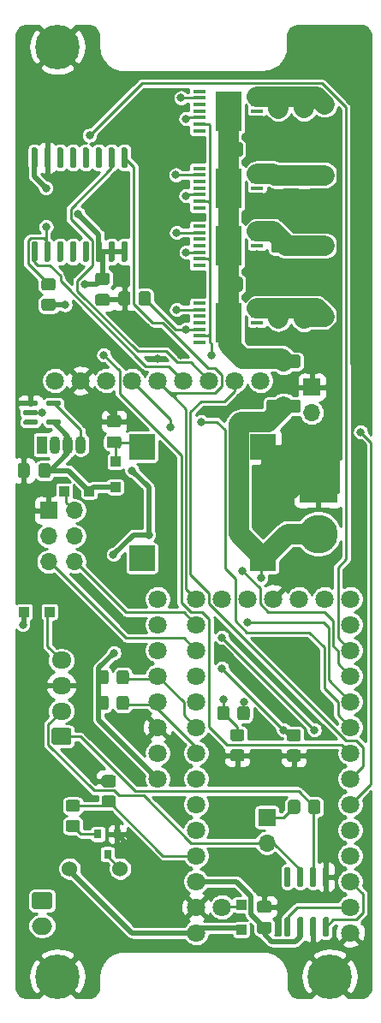
<source format=gbr>
%TF.GenerationSoftware,KiCad,Pcbnew,5.1.10*%
%TF.CreationDate,2021-06-27T22:38:49+02:00*%
%TF.ProjectId,fc_v2,66635f76-322e-46b6-9963-61645f706362,rev?*%
%TF.SameCoordinates,Original*%
%TF.FileFunction,Copper,L2,Bot*%
%TF.FilePolarity,Positive*%
%FSLAX46Y46*%
G04 Gerber Fmt 4.6, Leading zero omitted, Abs format (unit mm)*
G04 Created by KiCad (PCBNEW 5.1.10) date 2021-06-27 22:38:49*
%MOMM*%
%LPD*%
G01*
G04 APERTURE LIST*
%TA.AperFunction,ComponentPad*%
%ADD10O,2.000000X1.700000*%
%TD*%
%TA.AperFunction,ComponentPad*%
%ADD11O,1.700000X1.700000*%
%TD*%
%TA.AperFunction,ComponentPad*%
%ADD12R,1.700000X1.700000*%
%TD*%
%TA.AperFunction,SMDPad,CuDef*%
%ADD13R,1.000000X1.000000*%
%TD*%
%TA.AperFunction,ComponentPad*%
%ADD14C,0.700000*%
%TD*%
%TA.AperFunction,ComponentPad*%
%ADD15C,4.400000*%
%TD*%
%TA.AperFunction,SMDPad,CuDef*%
%ADD16R,0.800000X0.900000*%
%TD*%
%TA.AperFunction,ComponentPad*%
%ADD17C,1.524000*%
%TD*%
%TA.AperFunction,ComponentPad*%
%ADD18O,1.950000X1.700000*%
%TD*%
%TA.AperFunction,ComponentPad*%
%ADD19C,1.800000*%
%TD*%
%TA.AperFunction,SMDPad,CuDef*%
%ADD20R,1.310000X0.450000*%
%TD*%
%TA.AperFunction,SMDPad,CuDef*%
%ADD21R,2.650000X4.000000*%
%TD*%
%TA.AperFunction,ComponentPad*%
%ADD22C,0.800000*%
%TD*%
%TA.AperFunction,ComponentPad*%
%ADD23C,3.800000*%
%TD*%
%TA.AperFunction,ComponentPad*%
%ADD24R,3.800000X3.800000*%
%TD*%
%TA.AperFunction,ComponentPad*%
%ADD25R,1.070000X1.800000*%
%TD*%
%TA.AperFunction,ComponentPad*%
%ADD26O,1.070000X1.800000*%
%TD*%
%TA.AperFunction,SMDPad,CuDef*%
%ADD27R,2.500000X2.500000*%
%TD*%
%TA.AperFunction,ViaPad*%
%ADD28C,0.800000*%
%TD*%
%TA.AperFunction,Conductor*%
%ADD29C,0.500000*%
%TD*%
%TA.AperFunction,Conductor*%
%ADD30C,0.250000*%
%TD*%
%TA.AperFunction,Conductor*%
%ADD31C,2.000000*%
%TD*%
%TA.AperFunction,Conductor*%
%ADD32C,0.254000*%
%TD*%
%TA.AperFunction,Conductor*%
%ADD33C,0.100000*%
%TD*%
G04 APERTURE END LIST*
%TO.P,JP3,2*%
%TO.N,12V_LIMIT*%
%TA.AperFunction,SMDPad,CuDef*%
G36*
G01*
X149786000Y-95260000D02*
X146886000Y-95260000D01*
G75*
G02*
X146636000Y-95010000I0J250000D01*
G01*
X146636000Y-94210000D01*
G75*
G02*
X146886000Y-93960000I250000J0D01*
G01*
X149786000Y-93960000D01*
G75*
G02*
X150036000Y-94210000I0J-250000D01*
G01*
X150036000Y-95010000D01*
G75*
G02*
X149786000Y-95260000I-250000J0D01*
G01*
G37*
%TD.AperFunction*%
%TO.P,JP3,1*%
%TO.N,12V*%
%TA.AperFunction,SMDPad,CuDef*%
G36*
G01*
X149786000Y-99710000D02*
X146886000Y-99710000D01*
G75*
G02*
X146636000Y-99460000I0J250000D01*
G01*
X146636000Y-98660000D01*
G75*
G02*
X146886000Y-98410000I250000J0D01*
G01*
X149786000Y-98410000D01*
G75*
G02*
X150036000Y-98660000I0J-250000D01*
G01*
X150036000Y-99460000D01*
G75*
G02*
X149786000Y-99710000I-250000J0D01*
G01*
G37*
%TD.AperFunction*%
%TD*%
D10*
%TO.P,JP2,2*%
%TO.N,3V3*%
X124460000Y-150455000D03*
%TO.P,JP2,1*%
%TO.N,/LIFTOFF*%
%TA.AperFunction,ComponentPad*%
G36*
G01*
X123710000Y-147105000D02*
X125210000Y-147105000D01*
G75*
G02*
X125460000Y-147355000I0J-250000D01*
G01*
X125460000Y-148555000D01*
G75*
G02*
X125210000Y-148805000I-250000J0D01*
G01*
X123710000Y-148805000D01*
G75*
G02*
X123460000Y-148555000I0J250000D01*
G01*
X123460000Y-147355000D01*
G75*
G02*
X123710000Y-147105000I250000J0D01*
G01*
G37*
%TD.AperFunction*%
%TD*%
%TO.P,U17,1*%
%TO.N,N/C*%
%TA.AperFunction,SMDPad,CuDef*%
G36*
G01*
X122610000Y-100770000D02*
X122610000Y-100520000D01*
G75*
G02*
X122735000Y-100395000I125000J0D01*
G01*
X123910000Y-100395000D01*
G75*
G02*
X124035000Y-100520000I0J-125000D01*
G01*
X124035000Y-100770000D01*
G75*
G02*
X123910000Y-100895000I-125000J0D01*
G01*
X122735000Y-100895000D01*
G75*
G02*
X122610000Y-100770000I0J125000D01*
G01*
G37*
%TD.AperFunction*%
%TO.P,U17,2*%
%TO.N,/RGB_TX*%
%TA.AperFunction,SMDPad,CuDef*%
G36*
G01*
X122610000Y-99820000D02*
X122610000Y-99570000D01*
G75*
G02*
X122735000Y-99445000I125000J0D01*
G01*
X123910000Y-99445000D01*
G75*
G02*
X124035000Y-99570000I0J-125000D01*
G01*
X124035000Y-99820000D01*
G75*
G02*
X123910000Y-99945000I-125000J0D01*
G01*
X122735000Y-99945000D01*
G75*
G02*
X122610000Y-99820000I0J125000D01*
G01*
G37*
%TD.AperFunction*%
%TO.P,U17,3*%
%TO.N,GND*%
%TA.AperFunction,SMDPad,CuDef*%
G36*
G01*
X122610000Y-98870000D02*
X122610000Y-98620000D01*
G75*
G02*
X122735000Y-98495000I125000J0D01*
G01*
X123910000Y-98495000D01*
G75*
G02*
X124035000Y-98620000I0J-125000D01*
G01*
X124035000Y-98870000D01*
G75*
G02*
X123910000Y-98995000I-125000J0D01*
G01*
X122735000Y-98995000D01*
G75*
G02*
X122610000Y-98870000I0J125000D01*
G01*
G37*
%TD.AperFunction*%
%TO.P,U17,4*%
%TO.N,Net-(D2-Pad4)*%
%TA.AperFunction,SMDPad,CuDef*%
G36*
G01*
X124885000Y-98870000D02*
X124885000Y-98620000D01*
G75*
G02*
X125010000Y-98495000I125000J0D01*
G01*
X126185000Y-98495000D01*
G75*
G02*
X126310000Y-98620000I0J-125000D01*
G01*
X126310000Y-98870000D01*
G75*
G02*
X126185000Y-98995000I-125000J0D01*
G01*
X125010000Y-98995000D01*
G75*
G02*
X124885000Y-98870000I0J125000D01*
G01*
G37*
%TD.AperFunction*%
%TO.P,U17,5*%
%TO.N,5V*%
%TA.AperFunction,SMDPad,CuDef*%
G36*
G01*
X124885000Y-100770000D02*
X124885000Y-100520000D01*
G75*
G02*
X125010000Y-100395000I125000J0D01*
G01*
X126185000Y-100395000D01*
G75*
G02*
X126310000Y-100520000I0J-125000D01*
G01*
X126310000Y-100770000D01*
G75*
G02*
X126185000Y-100895000I-125000J0D01*
G01*
X125010000Y-100895000D01*
G75*
G02*
X124885000Y-100770000I0J125000D01*
G01*
G37*
%TD.AperFunction*%
%TD*%
D11*
%TO.P,SW1,2*%
%TO.N,Net-(R14-Pad2)*%
X151130000Y-99695000D03*
D12*
%TO.P,SW1,1*%
%TO.N,GND*%
X151130000Y-97155000D03*
%TD*%
D13*
%TO.P,D11,2*%
%TO.N,5V*%
X129139000Y-107442000D03*
%TO.P,D11,1*%
%TO.N,Net-(D11-Pad1)*%
X126639000Y-107442000D03*
%TD*%
%TO.P,D9,2*%
%TO.N,Net-(D9-Pad2)*%
X125202000Y-119380000D03*
%TO.P,D9,1*%
%TO.N,5V*%
X122702000Y-119380000D03*
%TD*%
%TO.P,D4,2*%
%TO.N,Net-(D4-Pad2)*%
X144145000Y-148347000D03*
%TO.P,D4,1*%
%TO.N,5V*%
X144145000Y-150847000D03*
%TD*%
%TO.P,D1,2*%
%TO.N,Net-(C4-Pad1)*%
X131699000Y-104532000D03*
%TO.P,D1,1*%
%TO.N,5V*%
X131699000Y-107032000D03*
%TD*%
D11*
%TO.P,JP1,2*%
%TO.N,Net-(J2-Pad2)*%
X146685000Y-142240000D03*
D12*
%TO.P,JP1,1*%
%TO.N,Net-(JP1-Pad1)*%
X146685000Y-139700000D03*
%TD*%
D14*
%TO.P,H5,1*%
%TO.N,GND*%
X154074726Y-62333274D03*
X152908000Y-61850000D03*
X151741274Y-62333274D03*
X151258000Y-63500000D03*
X151741274Y-64666726D03*
X152908000Y-65150000D03*
X154074726Y-64666726D03*
X154558000Y-63500000D03*
D15*
X152908000Y-63500000D03*
%TD*%
D14*
%TO.P,H4,1*%
%TO.N,GND*%
X127150726Y-154281274D03*
X125984000Y-153798000D03*
X124817274Y-154281274D03*
X124334000Y-155448000D03*
X124817274Y-156614726D03*
X125984000Y-157098000D03*
X127150726Y-156614726D03*
X127634000Y-155448000D03*
D15*
X125984000Y-155448000D03*
%TD*%
D14*
%TO.P,H2,1*%
%TO.N,GND*%
X127150726Y-62333274D03*
X125984000Y-61850000D03*
X124817274Y-62333274D03*
X124334000Y-63500000D03*
X124817274Y-64666726D03*
X125984000Y-65150000D03*
X127150726Y-64666726D03*
X127634000Y-63500000D03*
D15*
X125984000Y-63500000D03*
%TD*%
D14*
%TO.P,H1,1*%
%TO.N,GND*%
X154074726Y-154281274D03*
X152908000Y-153798000D03*
X151741274Y-154281274D03*
X151258000Y-155448000D03*
X151741274Y-156614726D03*
X152908000Y-157098000D03*
X154074726Y-156614726D03*
X154558000Y-155448000D03*
D15*
X152908000Y-155448000D03*
%TD*%
D16*
%TO.P,Q1,3*%
%TO.N,Net-(BZ1-Pad2)*%
X130937000Y-143367000D03*
%TO.P,Q1,2*%
%TO.N,GND*%
X131887000Y-141367000D03*
%TO.P,Q1,1*%
%TO.N,Net-(Q1-Pad1)*%
X129987000Y-141367000D03*
%TD*%
D17*
%TO.P,BZ1,2*%
%TO.N,Net-(BZ1-Pad2)*%
X132190500Y-144780000D03*
%TO.P,BZ1,1*%
%TO.N,5V*%
X127190500Y-144780000D03*
%TD*%
D11*
%TO.P,J1,6*%
%TO.N,/EXT_RX*%
X127635000Y-114427000D03*
%TO.P,J1,5*%
%TO.N,/EXT_TX*%
X125095000Y-114427000D03*
%TO.P,J1,4*%
%TO.N,/SDA*%
X127635000Y-111887000D03*
%TO.P,J1,3*%
%TO.N,/SCL*%
X125095000Y-111887000D03*
%TO.P,J1,2*%
%TO.N,Net-(D11-Pad1)*%
X127635000Y-109347000D03*
D12*
%TO.P,J1,1*%
%TO.N,GND*%
X125095000Y-109347000D03*
%TD*%
%TO.P,C9,2*%
%TO.N,GND*%
%TA.AperFunction,SMDPad,CuDef*%
G36*
G01*
X123226500Y-104935000D02*
X123226500Y-105885000D01*
G75*
G02*
X122976500Y-106135000I-250000J0D01*
G01*
X122301500Y-106135000D01*
G75*
G02*
X122051500Y-105885000I0J250000D01*
G01*
X122051500Y-104935000D01*
G75*
G02*
X122301500Y-104685000I250000J0D01*
G01*
X122976500Y-104685000D01*
G75*
G02*
X123226500Y-104935000I0J-250000D01*
G01*
G37*
%TD.AperFunction*%
%TO.P,C9,1*%
%TO.N,5V*%
%TA.AperFunction,SMDPad,CuDef*%
G36*
G01*
X125301500Y-104935000D02*
X125301500Y-105885000D01*
G75*
G02*
X125051500Y-106135000I-250000J0D01*
G01*
X124376500Y-106135000D01*
G75*
G02*
X124126500Y-105885000I0J250000D01*
G01*
X124126500Y-104935000D01*
G75*
G02*
X124376500Y-104685000I250000J0D01*
G01*
X125051500Y-104685000D01*
G75*
G02*
X125301500Y-104935000I0J-250000D01*
G01*
G37*
%TD.AperFunction*%
%TD*%
%TO.P,J2,1*%
%TO.N,Net-(J2-Pad1)*%
%TA.AperFunction,ComponentPad*%
G36*
G01*
X127090000Y-132549000D02*
X125640000Y-132549000D01*
G75*
G02*
X125390000Y-132299000I0J250000D01*
G01*
X125390000Y-131099000D01*
G75*
G02*
X125640000Y-130849000I250000J0D01*
G01*
X127090000Y-130849000D01*
G75*
G02*
X127340000Y-131099000I0J-250000D01*
G01*
X127340000Y-132299000D01*
G75*
G02*
X127090000Y-132549000I-250000J0D01*
G01*
G37*
%TD.AperFunction*%
D18*
%TO.P,J2,2*%
%TO.N,Net-(J2-Pad2)*%
X126365000Y-129199000D03*
%TO.P,J2,3*%
%TO.N,GND*%
X126365000Y-126699000D03*
%TO.P,J2,4*%
%TO.N,Net-(D9-Pad2)*%
X126365000Y-124199000D03*
%TD*%
D19*
%TO.P,U1,1*%
%TO.N,GND*%
X154940000Y-151130000D03*
%TO.P,U1,2*%
%TO.N,/CAN_RX*%
X154940000Y-148590000D03*
%TO.P,U1,3*%
%TO.N,/CAN_TX*%
X154940000Y-146050000D03*
%TO.P,U1,4*%
%TO.N,N/C*%
X154940000Y-143510000D03*
%TO.P,U1,5*%
%TO.N,/RF_G0*%
X154940000Y-140970000D03*
%TO.P,U1,6*%
%TO.N,/RF_RST*%
X154940000Y-138430000D03*
%TO.P,U1,7*%
%TO.N,/RF_CS*%
X154940000Y-135890000D03*
%TO.P,U1,8*%
%TO.N,/P_IN_4*%
X154940000Y-133350000D03*
%TO.P,U1,9*%
%TO.N,/P_IN_3*%
X154940000Y-130810000D03*
%TO.P,U1,10*%
%TO.N,/P_IN_2*%
X154940000Y-128270000D03*
%TO.P,U1,11*%
%TO.N,/P_IN_1*%
X154940000Y-125730000D03*
%TO.P,U1,12*%
%TO.N,/FLASH_CS*%
X154940000Y-123190000D03*
%TO.P,U1,13*%
%TO.N,/MOSI*%
X154940000Y-120650000D03*
%TO.P,U1,34*%
%TO.N,Net-(D4-Pad2)*%
X142240000Y-148590000D03*
%TO.P,U1,33*%
%TO.N,5V*%
X139700000Y-151130000D03*
%TO.P,U1,32*%
%TO.N,GND*%
X139700000Y-148590000D03*
%TO.P,U1,31*%
%TO.N,3V3*%
X139700000Y-146050000D03*
%TO.P,U1,30*%
%TO.N,/BUZZ*%
X139700000Y-143510000D03*
%TO.P,U1,29*%
%TO.N,/LIFTOFF*%
X139700000Y-140970000D03*
%TO.P,U1,28*%
%TO.N,N/C*%
X139700000Y-138430000D03*
%TO.P,U1,27*%
%TO.N,/RGB_TX*%
X139700000Y-135890000D03*
%TO.P,U1,26*%
%TO.N,/SCL*%
X139700000Y-133350000D03*
%TO.P,U1,25*%
%TO.N,/SDA*%
X139700000Y-130810000D03*
%TO.P,U1,24*%
%TO.N,/BAT_READ*%
X139700000Y-128270000D03*
%TO.P,U1,23*%
%TO.N,/UNSAFE_P_EN*%
X139700000Y-125730000D03*
%TO.P,U1,22*%
%TO.N,/EXT_TX*%
X139700000Y-123190000D03*
%TO.P,U1,21*%
%TO.N,/EXT_RX*%
X139700000Y-120650000D03*
%TO.P,U1,14*%
%TO.N,/MISO*%
X154940000Y-118110000D03*
%TO.P,U1,15*%
%TO.N,N/C*%
X152400000Y-118110000D03*
%TO.P,U1,16*%
X149860000Y-118110000D03*
%TO.P,U1,20*%
%TO.N,/SCK*%
X139700000Y-118110000D03*
%TO.P,U1,19*%
%TO.N,N/C*%
X142240000Y-118110000D03*
%TO.P,U1,18*%
X144780000Y-118110000D03*
%TO.P,U1,17*%
%TO.N,GND*%
X147320000Y-118110000D03*
%TD*%
%TO.P,C1,2*%
%TO.N,3V3*%
%TA.AperFunction,SMDPad,CuDef*%
G36*
G01*
X145956000Y-150056000D02*
X146906000Y-150056000D01*
G75*
G02*
X147156000Y-150306000I0J-250000D01*
G01*
X147156000Y-150981000D01*
G75*
G02*
X146906000Y-151231000I-250000J0D01*
G01*
X145956000Y-151231000D01*
G75*
G02*
X145706000Y-150981000I0J250000D01*
G01*
X145706000Y-150306000D01*
G75*
G02*
X145956000Y-150056000I250000J0D01*
G01*
G37*
%TD.AperFunction*%
%TO.P,C1,1*%
%TO.N,GND*%
%TA.AperFunction,SMDPad,CuDef*%
G36*
G01*
X145956000Y-147981000D02*
X146906000Y-147981000D01*
G75*
G02*
X147156000Y-148231000I0J-250000D01*
G01*
X147156000Y-148906000D01*
G75*
G02*
X146906000Y-149156000I-250000J0D01*
G01*
X145956000Y-149156000D01*
G75*
G02*
X145706000Y-148906000I0J250000D01*
G01*
X145706000Y-148231000D01*
G75*
G02*
X145956000Y-147981000I250000J0D01*
G01*
G37*
%TD.AperFunction*%
%TD*%
%TO.P,U16,1*%
%TO.N,3V3*%
%TA.AperFunction,SMDPad,CuDef*%
G36*
G01*
X132738000Y-84796000D02*
X132438000Y-84796000D01*
G75*
G02*
X132288000Y-84646000I0J150000D01*
G01*
X132288000Y-82896000D01*
G75*
G02*
X132438000Y-82746000I150000J0D01*
G01*
X132738000Y-82746000D01*
G75*
G02*
X132888000Y-82896000I0J-150000D01*
G01*
X132888000Y-84646000D01*
G75*
G02*
X132738000Y-84796000I-150000J0D01*
G01*
G37*
%TD.AperFunction*%
%TO.P,U16,2*%
%TA.AperFunction,SMDPad,CuDef*%
G36*
G01*
X131468000Y-84796000D02*
X131168000Y-84796000D01*
G75*
G02*
X131018000Y-84646000I0J150000D01*
G01*
X131018000Y-82896000D01*
G75*
G02*
X131168000Y-82746000I150000J0D01*
G01*
X131468000Y-82746000D01*
G75*
G02*
X131618000Y-82896000I0J-150000D01*
G01*
X131618000Y-84646000D01*
G75*
G02*
X131468000Y-84796000I-150000J0D01*
G01*
G37*
%TD.AperFunction*%
%TO.P,U16,3*%
%TA.AperFunction,SMDPad,CuDef*%
G36*
G01*
X130198000Y-84796000D02*
X129898000Y-84796000D01*
G75*
G02*
X129748000Y-84646000I0J150000D01*
G01*
X129748000Y-82896000D01*
G75*
G02*
X129898000Y-82746000I150000J0D01*
G01*
X130198000Y-82746000D01*
G75*
G02*
X130348000Y-82896000I0J-150000D01*
G01*
X130348000Y-84646000D01*
G75*
G02*
X130198000Y-84796000I-150000J0D01*
G01*
G37*
%TD.AperFunction*%
%TO.P,U16,4*%
%TO.N,N/C*%
%TA.AperFunction,SMDPad,CuDef*%
G36*
G01*
X128928000Y-84796000D02*
X128628000Y-84796000D01*
G75*
G02*
X128478000Y-84646000I0J150000D01*
G01*
X128478000Y-82896000D01*
G75*
G02*
X128628000Y-82746000I150000J0D01*
G01*
X128928000Y-82746000D01*
G75*
G02*
X129078000Y-82896000I0J-150000D01*
G01*
X129078000Y-84646000D01*
G75*
G02*
X128928000Y-84796000I-150000J0D01*
G01*
G37*
%TD.AperFunction*%
%TO.P,U16,5*%
%TA.AperFunction,SMDPad,CuDef*%
G36*
G01*
X127658000Y-84796000D02*
X127358000Y-84796000D01*
G75*
G02*
X127208000Y-84646000I0J150000D01*
G01*
X127208000Y-82896000D01*
G75*
G02*
X127358000Y-82746000I150000J0D01*
G01*
X127658000Y-82746000D01*
G75*
G02*
X127808000Y-82896000I0J-150000D01*
G01*
X127808000Y-84646000D01*
G75*
G02*
X127658000Y-84796000I-150000J0D01*
G01*
G37*
%TD.AperFunction*%
%TO.P,U16,6*%
%TA.AperFunction,SMDPad,CuDef*%
G36*
G01*
X126388000Y-84796000D02*
X126088000Y-84796000D01*
G75*
G02*
X125938000Y-84646000I0J150000D01*
G01*
X125938000Y-82896000D01*
G75*
G02*
X126088000Y-82746000I150000J0D01*
G01*
X126388000Y-82746000D01*
G75*
G02*
X126538000Y-82896000I0J-150000D01*
G01*
X126538000Y-84646000D01*
G75*
G02*
X126388000Y-84796000I-150000J0D01*
G01*
G37*
%TD.AperFunction*%
%TO.P,U16,7*%
%TO.N,/FLASH_CS*%
%TA.AperFunction,SMDPad,CuDef*%
G36*
G01*
X125118000Y-84796000D02*
X124818000Y-84796000D01*
G75*
G02*
X124668000Y-84646000I0J150000D01*
G01*
X124668000Y-82896000D01*
G75*
G02*
X124818000Y-82746000I150000J0D01*
G01*
X125118000Y-82746000D01*
G75*
G02*
X125268000Y-82896000I0J-150000D01*
G01*
X125268000Y-84646000D01*
G75*
G02*
X125118000Y-84796000I-150000J0D01*
G01*
G37*
%TD.AperFunction*%
%TO.P,U16,8*%
%TO.N,/MISO*%
%TA.AperFunction,SMDPad,CuDef*%
G36*
G01*
X123848000Y-84796000D02*
X123548000Y-84796000D01*
G75*
G02*
X123398000Y-84646000I0J150000D01*
G01*
X123398000Y-82896000D01*
G75*
G02*
X123548000Y-82746000I150000J0D01*
G01*
X123848000Y-82746000D01*
G75*
G02*
X123998000Y-82896000I0J-150000D01*
G01*
X123998000Y-84646000D01*
G75*
G02*
X123848000Y-84796000I-150000J0D01*
G01*
G37*
%TD.AperFunction*%
%TO.P,U16,9*%
%TO.N,3V3*%
%TA.AperFunction,SMDPad,CuDef*%
G36*
G01*
X123848000Y-75496000D02*
X123548000Y-75496000D01*
G75*
G02*
X123398000Y-75346000I0J150000D01*
G01*
X123398000Y-73596000D01*
G75*
G02*
X123548000Y-73446000I150000J0D01*
G01*
X123848000Y-73446000D01*
G75*
G02*
X123998000Y-73596000I0J-150000D01*
G01*
X123998000Y-75346000D01*
G75*
G02*
X123848000Y-75496000I-150000J0D01*
G01*
G37*
%TD.AperFunction*%
%TO.P,U16,10*%
%TO.N,GND*%
%TA.AperFunction,SMDPad,CuDef*%
G36*
G01*
X125118000Y-75496000D02*
X124818000Y-75496000D01*
G75*
G02*
X124668000Y-75346000I0J150000D01*
G01*
X124668000Y-73596000D01*
G75*
G02*
X124818000Y-73446000I150000J0D01*
G01*
X125118000Y-73446000D01*
G75*
G02*
X125268000Y-73596000I0J-150000D01*
G01*
X125268000Y-75346000D01*
G75*
G02*
X125118000Y-75496000I-150000J0D01*
G01*
G37*
%TD.AperFunction*%
%TO.P,U16,11*%
%TO.N,N/C*%
%TA.AperFunction,SMDPad,CuDef*%
G36*
G01*
X126388000Y-75496000D02*
X126088000Y-75496000D01*
G75*
G02*
X125938000Y-75346000I0J150000D01*
G01*
X125938000Y-73596000D01*
G75*
G02*
X126088000Y-73446000I150000J0D01*
G01*
X126388000Y-73446000D01*
G75*
G02*
X126538000Y-73596000I0J-150000D01*
G01*
X126538000Y-75346000D01*
G75*
G02*
X126388000Y-75496000I-150000J0D01*
G01*
G37*
%TD.AperFunction*%
%TO.P,U16,12*%
%TA.AperFunction,SMDPad,CuDef*%
G36*
G01*
X127658000Y-75496000D02*
X127358000Y-75496000D01*
G75*
G02*
X127208000Y-75346000I0J150000D01*
G01*
X127208000Y-73596000D01*
G75*
G02*
X127358000Y-73446000I150000J0D01*
G01*
X127658000Y-73446000D01*
G75*
G02*
X127808000Y-73596000I0J-150000D01*
G01*
X127808000Y-75346000D01*
G75*
G02*
X127658000Y-75496000I-150000J0D01*
G01*
G37*
%TD.AperFunction*%
%TO.P,U16,13*%
%TA.AperFunction,SMDPad,CuDef*%
G36*
G01*
X128928000Y-75496000D02*
X128628000Y-75496000D01*
G75*
G02*
X128478000Y-75346000I0J150000D01*
G01*
X128478000Y-73596000D01*
G75*
G02*
X128628000Y-73446000I150000J0D01*
G01*
X128928000Y-73446000D01*
G75*
G02*
X129078000Y-73596000I0J-150000D01*
G01*
X129078000Y-75346000D01*
G75*
G02*
X128928000Y-75496000I-150000J0D01*
G01*
G37*
%TD.AperFunction*%
%TO.P,U16,14*%
%TA.AperFunction,SMDPad,CuDef*%
G36*
G01*
X130198000Y-75496000D02*
X129898000Y-75496000D01*
G75*
G02*
X129748000Y-75346000I0J150000D01*
G01*
X129748000Y-73596000D01*
G75*
G02*
X129898000Y-73446000I150000J0D01*
G01*
X130198000Y-73446000D01*
G75*
G02*
X130348000Y-73596000I0J-150000D01*
G01*
X130348000Y-75346000D01*
G75*
G02*
X130198000Y-75496000I-150000J0D01*
G01*
G37*
%TD.AperFunction*%
%TO.P,U16,15*%
%TO.N,/MOSI*%
%TA.AperFunction,SMDPad,CuDef*%
G36*
G01*
X131468000Y-75496000D02*
X131168000Y-75496000D01*
G75*
G02*
X131018000Y-75346000I0J150000D01*
G01*
X131018000Y-73596000D01*
G75*
G02*
X131168000Y-73446000I150000J0D01*
G01*
X131468000Y-73446000D01*
G75*
G02*
X131618000Y-73596000I0J-150000D01*
G01*
X131618000Y-75346000D01*
G75*
G02*
X131468000Y-75496000I-150000J0D01*
G01*
G37*
%TD.AperFunction*%
%TO.P,U16,16*%
%TO.N,/SCK*%
%TA.AperFunction,SMDPad,CuDef*%
G36*
G01*
X132738000Y-75496000D02*
X132438000Y-75496000D01*
G75*
G02*
X132288000Y-75346000I0J150000D01*
G01*
X132288000Y-73596000D01*
G75*
G02*
X132438000Y-73446000I150000J0D01*
G01*
X132738000Y-73446000D01*
G75*
G02*
X132888000Y-73596000I0J-150000D01*
G01*
X132888000Y-75346000D01*
G75*
G02*
X132738000Y-75496000I-150000J0D01*
G01*
G37*
%TD.AperFunction*%
%TD*%
%TO.P,U4,1*%
%TO.N,/CAN_TX*%
%TA.AperFunction,SMDPad,CuDef*%
G36*
G01*
X152677000Y-151532000D02*
X152377000Y-151532000D01*
G75*
G02*
X152227000Y-151382000I0J150000D01*
G01*
X152227000Y-149732000D01*
G75*
G02*
X152377000Y-149582000I150000J0D01*
G01*
X152677000Y-149582000D01*
G75*
G02*
X152827000Y-149732000I0J-150000D01*
G01*
X152827000Y-151382000D01*
G75*
G02*
X152677000Y-151532000I-150000J0D01*
G01*
G37*
%TD.AperFunction*%
%TO.P,U4,2*%
%TO.N,GND*%
%TA.AperFunction,SMDPad,CuDef*%
G36*
G01*
X151407000Y-151532000D02*
X151107000Y-151532000D01*
G75*
G02*
X150957000Y-151382000I0J150000D01*
G01*
X150957000Y-149732000D01*
G75*
G02*
X151107000Y-149582000I150000J0D01*
G01*
X151407000Y-149582000D01*
G75*
G02*
X151557000Y-149732000I0J-150000D01*
G01*
X151557000Y-151382000D01*
G75*
G02*
X151407000Y-151532000I-150000J0D01*
G01*
G37*
%TD.AperFunction*%
%TO.P,U4,3*%
%TO.N,3V3*%
%TA.AperFunction,SMDPad,CuDef*%
G36*
G01*
X150137000Y-151532000D02*
X149837000Y-151532000D01*
G75*
G02*
X149687000Y-151382000I0J150000D01*
G01*
X149687000Y-149732000D01*
G75*
G02*
X149837000Y-149582000I150000J0D01*
G01*
X150137000Y-149582000D01*
G75*
G02*
X150287000Y-149732000I0J-150000D01*
G01*
X150287000Y-151382000D01*
G75*
G02*
X150137000Y-151532000I-150000J0D01*
G01*
G37*
%TD.AperFunction*%
%TO.P,U4,4*%
%TO.N,/CAN_RX*%
%TA.AperFunction,SMDPad,CuDef*%
G36*
G01*
X148867000Y-151532000D02*
X148567000Y-151532000D01*
G75*
G02*
X148417000Y-151382000I0J150000D01*
G01*
X148417000Y-149732000D01*
G75*
G02*
X148567000Y-149582000I150000J0D01*
G01*
X148867000Y-149582000D01*
G75*
G02*
X149017000Y-149732000I0J-150000D01*
G01*
X149017000Y-151382000D01*
G75*
G02*
X148867000Y-151532000I-150000J0D01*
G01*
G37*
%TD.AperFunction*%
%TO.P,U4,5*%
%TO.N,N/C*%
%TA.AperFunction,SMDPad,CuDef*%
G36*
G01*
X148867000Y-146582000D02*
X148567000Y-146582000D01*
G75*
G02*
X148417000Y-146432000I0J150000D01*
G01*
X148417000Y-144782000D01*
G75*
G02*
X148567000Y-144632000I150000J0D01*
G01*
X148867000Y-144632000D01*
G75*
G02*
X149017000Y-144782000I0J-150000D01*
G01*
X149017000Y-146432000D01*
G75*
G02*
X148867000Y-146582000I-150000J0D01*
G01*
G37*
%TD.AperFunction*%
%TO.P,U4,6*%
%TO.N,Net-(J2-Pad2)*%
%TA.AperFunction,SMDPad,CuDef*%
G36*
G01*
X150137000Y-146582000D02*
X149837000Y-146582000D01*
G75*
G02*
X149687000Y-146432000I0J150000D01*
G01*
X149687000Y-144782000D01*
G75*
G02*
X149837000Y-144632000I150000J0D01*
G01*
X150137000Y-144632000D01*
G75*
G02*
X150287000Y-144782000I0J-150000D01*
G01*
X150287000Y-146432000D01*
G75*
G02*
X150137000Y-146582000I-150000J0D01*
G01*
G37*
%TD.AperFunction*%
%TO.P,U4,7*%
%TO.N,Net-(J2-Pad1)*%
%TA.AperFunction,SMDPad,CuDef*%
G36*
G01*
X151407000Y-146582000D02*
X151107000Y-146582000D01*
G75*
G02*
X150957000Y-146432000I0J150000D01*
G01*
X150957000Y-144782000D01*
G75*
G02*
X151107000Y-144632000I150000J0D01*
G01*
X151407000Y-144632000D01*
G75*
G02*
X151557000Y-144782000I0J-150000D01*
G01*
X151557000Y-146432000D01*
G75*
G02*
X151407000Y-146582000I-150000J0D01*
G01*
G37*
%TD.AperFunction*%
%TO.P,U4,8*%
%TO.N,GND*%
%TA.AperFunction,SMDPad,CuDef*%
G36*
G01*
X152677000Y-146582000D02*
X152377000Y-146582000D01*
G75*
G02*
X152227000Y-146432000I0J150000D01*
G01*
X152227000Y-144782000D01*
G75*
G02*
X152377000Y-144632000I150000J0D01*
G01*
X152677000Y-144632000D01*
G75*
G02*
X152827000Y-144782000I0J-150000D01*
G01*
X152827000Y-146432000D01*
G75*
G02*
X152677000Y-146582000I-150000J0D01*
G01*
G37*
%TD.AperFunction*%
%TD*%
%TO.P,R13,2*%
%TO.N,Net-(JP1-Pad1)*%
%TA.AperFunction,SMDPad,CuDef*%
G36*
G01*
X149984000Y-138233999D02*
X149984000Y-139134001D01*
G75*
G02*
X149734001Y-139384000I-249999J0D01*
G01*
X149033999Y-139384000D01*
G75*
G02*
X148784000Y-139134001I0J249999D01*
G01*
X148784000Y-138233999D01*
G75*
G02*
X149033999Y-137984000I249999J0D01*
G01*
X149734001Y-137984000D01*
G75*
G02*
X149984000Y-138233999I0J-249999D01*
G01*
G37*
%TD.AperFunction*%
%TO.P,R13,1*%
%TO.N,Net-(J2-Pad1)*%
%TA.AperFunction,SMDPad,CuDef*%
G36*
G01*
X151984000Y-138233999D02*
X151984000Y-139134001D01*
G75*
G02*
X151734001Y-139384000I-249999J0D01*
G01*
X151033999Y-139384000D01*
G75*
G02*
X150784000Y-139134001I0J249999D01*
G01*
X150784000Y-138233999D01*
G75*
G02*
X151033999Y-137984000I249999J0D01*
G01*
X151734001Y-137984000D01*
G75*
G02*
X151984000Y-138233999I0J-249999D01*
G01*
G37*
%TD.AperFunction*%
%TD*%
D20*
%TO.P,U14,1*%
%TO.N,N/C*%
X140025000Y-71800000D03*
%TO.P,U14,2*%
%TO.N,/P_EN*%
X140025000Y-71150000D03*
%TO.P,U14,3*%
%TO.N,Net-(R8-Pad2)*%
X140025000Y-70500000D03*
%TO.P,U14,4*%
%TO.N,N/C*%
X140030000Y-69850000D03*
%TO.P,U14,5*%
X140025000Y-69200000D03*
%TO.P,U14,6*%
%TO.N,/P_IN_4*%
X140025000Y-68550000D03*
%TO.P,U14,7*%
%TO.N,N/C*%
X140025000Y-67900000D03*
%TO.P,U14,8*%
%TO.N,Net-(C8-Pad2)*%
X145725000Y-67900000D03*
%TO.P,U14,9*%
X145725000Y-68550000D03*
%TO.P,U14,10*%
X145725000Y-69200000D03*
%TO.P,U14,11*%
%TO.N,N/C*%
X145725000Y-69850000D03*
%TO.P,U14,12*%
%TO.N,GND*%
X145725000Y-70500000D03*
%TO.P,U14,13*%
X145725000Y-71150000D03*
%TO.P,U14,14*%
X145725000Y-71800000D03*
D21*
%TO.P,U14,15*%
%TO.N,12V_LIMIT*%
X142875000Y-69850000D03*
D22*
X142036800Y-71374000D03*
X143713200Y-71374000D03*
X142875000Y-71374000D03*
X142036800Y-69951600D03*
X142875000Y-69951600D03*
X143713200Y-69951600D03*
X142036800Y-68478400D03*
X142875000Y-68478400D03*
X143713200Y-68478400D03*
%TD*%
D20*
%TO.P,U13,1*%
%TO.N,N/C*%
X140025000Y-79420000D03*
%TO.P,U13,2*%
%TO.N,/P_EN*%
X140025000Y-78770000D03*
%TO.P,U13,3*%
%TO.N,Net-(R8-Pad2)*%
X140025000Y-78120000D03*
%TO.P,U13,4*%
%TO.N,N/C*%
X140030000Y-77470000D03*
%TO.P,U13,5*%
X140025000Y-76820000D03*
%TO.P,U13,6*%
%TO.N,/P_IN_3*%
X140025000Y-76170000D03*
%TO.P,U13,7*%
%TO.N,N/C*%
X140025000Y-75520000D03*
%TO.P,U13,8*%
%TO.N,Net-(C7-Pad2)*%
X145725000Y-75520000D03*
%TO.P,U13,9*%
X145725000Y-76170000D03*
%TO.P,U13,10*%
X145725000Y-76820000D03*
%TO.P,U13,11*%
%TO.N,N/C*%
X145725000Y-77470000D03*
%TO.P,U13,12*%
%TO.N,GND*%
X145725000Y-78120000D03*
%TO.P,U13,13*%
X145725000Y-78770000D03*
%TO.P,U13,14*%
X145725000Y-79420000D03*
D21*
%TO.P,U13,15*%
%TO.N,12V_LIMIT*%
X142875000Y-77470000D03*
D22*
X142036800Y-78994000D03*
X143713200Y-78994000D03*
X142875000Y-78994000D03*
X142036800Y-77571600D03*
X142875000Y-77571600D03*
X143713200Y-77571600D03*
X142036800Y-76098400D03*
X142875000Y-76098400D03*
X143713200Y-76098400D03*
%TD*%
D20*
%TO.P,U12,1*%
%TO.N,N/C*%
X140025000Y-85135000D03*
%TO.P,U12,2*%
%TO.N,/P_EN*%
X140025000Y-84485000D03*
%TO.P,U12,3*%
%TO.N,Net-(R8-Pad2)*%
X140025000Y-83835000D03*
%TO.P,U12,4*%
%TO.N,N/C*%
X140030000Y-83185000D03*
%TO.P,U12,5*%
X140025000Y-82535000D03*
%TO.P,U12,6*%
%TO.N,/P_IN_2*%
X140025000Y-81885000D03*
%TO.P,U12,7*%
%TO.N,N/C*%
X140025000Y-81235000D03*
%TO.P,U12,8*%
%TO.N,Net-(C6-Pad2)*%
X145725000Y-81235000D03*
%TO.P,U12,9*%
X145725000Y-81885000D03*
%TO.P,U12,10*%
X145725000Y-82535000D03*
%TO.P,U12,11*%
%TO.N,N/C*%
X145725000Y-83185000D03*
%TO.P,U12,12*%
%TO.N,GND*%
X145725000Y-83835000D03*
%TO.P,U12,13*%
X145725000Y-84485000D03*
%TO.P,U12,14*%
X145725000Y-85135000D03*
D21*
%TO.P,U12,15*%
%TO.N,12V_LIMIT*%
X142875000Y-83185000D03*
D22*
X142036800Y-84709000D03*
X143713200Y-84709000D03*
X142875000Y-84709000D03*
X142036800Y-83286600D03*
X142875000Y-83286600D03*
X143713200Y-83286600D03*
X142036800Y-81813400D03*
X142875000Y-81813400D03*
X143713200Y-81813400D03*
%TD*%
D20*
%TO.P,U11,1*%
%TO.N,N/C*%
X140025000Y-92755000D03*
%TO.P,U11,2*%
%TO.N,/P_EN*%
X140025000Y-92105000D03*
%TO.P,U11,3*%
%TO.N,Net-(R8-Pad2)*%
X140025000Y-91455000D03*
%TO.P,U11,4*%
%TO.N,N/C*%
X140030000Y-90805000D03*
%TO.P,U11,5*%
X140025000Y-90155000D03*
%TO.P,U11,6*%
%TO.N,/P_IN_1*%
X140025000Y-89505000D03*
%TO.P,U11,7*%
%TO.N,N/C*%
X140025000Y-88855000D03*
%TO.P,U11,8*%
%TO.N,Net-(C5-Pad2)*%
X145725000Y-88855000D03*
%TO.P,U11,9*%
X145725000Y-89505000D03*
%TO.P,U11,10*%
X145725000Y-90155000D03*
%TO.P,U11,11*%
%TO.N,N/C*%
X145725000Y-90805000D03*
%TO.P,U11,12*%
%TO.N,GND*%
X145725000Y-91455000D03*
%TO.P,U11,13*%
X145725000Y-92105000D03*
%TO.P,U11,14*%
X145725000Y-92755000D03*
D21*
%TO.P,U11,15*%
%TO.N,12V_LIMIT*%
X142875000Y-90805000D03*
D22*
X142036800Y-92329000D03*
X143713200Y-92329000D03*
X142875000Y-92329000D03*
X142036800Y-90906600D03*
X142875000Y-90906600D03*
X143713200Y-90906600D03*
X142036800Y-89433400D03*
X142875000Y-89433400D03*
X143713200Y-89433400D03*
%TD*%
%TO.P,R10,2*%
%TO.N,GND*%
%TA.AperFunction,SMDPad,CuDef*%
G36*
G01*
X148901999Y-133004000D02*
X149802001Y-133004000D01*
G75*
G02*
X150052000Y-133253999I0J-249999D01*
G01*
X150052000Y-133954001D01*
G75*
G02*
X149802001Y-134204000I-249999J0D01*
G01*
X148901999Y-134204000D01*
G75*
G02*
X148652000Y-133954001I0J249999D01*
G01*
X148652000Y-133253999D01*
G75*
G02*
X148901999Y-133004000I249999J0D01*
G01*
G37*
%TD.AperFunction*%
%TO.P,R10,1*%
%TO.N,/UNSAFE_P_EN*%
%TA.AperFunction,SMDPad,CuDef*%
G36*
G01*
X148901999Y-131004000D02*
X149802001Y-131004000D01*
G75*
G02*
X150052000Y-131253999I0J-249999D01*
G01*
X150052000Y-131954001D01*
G75*
G02*
X149802001Y-132204000I-249999J0D01*
G01*
X148901999Y-132204000D01*
G75*
G02*
X148652000Y-131954001I0J249999D01*
G01*
X148652000Y-131253999D01*
G75*
G02*
X148901999Y-131004000I249999J0D01*
G01*
G37*
%TD.AperFunction*%
%TD*%
%TO.P,R9,2*%
%TO.N,/BUZZ*%
%TA.AperFunction,SMDPad,CuDef*%
G36*
G01*
X127958001Y-139173000D02*
X127057999Y-139173000D01*
G75*
G02*
X126808000Y-138923001I0J249999D01*
G01*
X126808000Y-138222999D01*
G75*
G02*
X127057999Y-137973000I249999J0D01*
G01*
X127958001Y-137973000D01*
G75*
G02*
X128208000Y-138222999I0J-249999D01*
G01*
X128208000Y-138923001D01*
G75*
G02*
X127958001Y-139173000I-249999J0D01*
G01*
G37*
%TD.AperFunction*%
%TO.P,R9,1*%
%TO.N,Net-(Q1-Pad1)*%
%TA.AperFunction,SMDPad,CuDef*%
G36*
G01*
X127958001Y-141173000D02*
X127057999Y-141173000D01*
G75*
G02*
X126808000Y-140923001I0J249999D01*
G01*
X126808000Y-140222999D01*
G75*
G02*
X127057999Y-139973000I249999J0D01*
G01*
X127958001Y-139973000D01*
G75*
G02*
X128208000Y-140222999I0J-249999D01*
G01*
X128208000Y-140923001D01*
G75*
G02*
X127958001Y-141173000I-249999J0D01*
G01*
G37*
%TD.AperFunction*%
%TD*%
%TO.P,R8,2*%
%TO.N,Net-(R8-Pad2)*%
%TA.AperFunction,SMDPad,CuDef*%
G36*
G01*
X134004000Y-88842001D02*
X134004000Y-87941999D01*
G75*
G02*
X134253999Y-87692000I249999J0D01*
G01*
X134954001Y-87692000D01*
G75*
G02*
X135204000Y-87941999I0J-249999D01*
G01*
X135204000Y-88842001D01*
G75*
G02*
X134954001Y-89092000I-249999J0D01*
G01*
X134253999Y-89092000D01*
G75*
G02*
X134004000Y-88842001I0J249999D01*
G01*
G37*
%TD.AperFunction*%
%TO.P,R8,1*%
%TO.N,GND*%
%TA.AperFunction,SMDPad,CuDef*%
G36*
G01*
X132004000Y-88842001D02*
X132004000Y-87941999D01*
G75*
G02*
X132253999Y-87692000I249999J0D01*
G01*
X132954001Y-87692000D01*
G75*
G02*
X133204000Y-87941999I0J-249999D01*
G01*
X133204000Y-88842001D01*
G75*
G02*
X132954001Y-89092000I-249999J0D01*
G01*
X132253999Y-89092000D01*
G75*
G02*
X132004000Y-88842001I0J249999D01*
G01*
G37*
%TD.AperFunction*%
%TD*%
%TO.P,R6,2*%
%TO.N,GND*%
%TA.AperFunction,SMDPad,CuDef*%
G36*
G01*
X131514001Y-136744000D02*
X130613999Y-136744000D01*
G75*
G02*
X130364000Y-136494001I0J249999D01*
G01*
X130364000Y-135793999D01*
G75*
G02*
X130613999Y-135544000I249999J0D01*
G01*
X131514001Y-135544000D01*
G75*
G02*
X131764000Y-135793999I0J-249999D01*
G01*
X131764000Y-136494001D01*
G75*
G02*
X131514001Y-136744000I-249999J0D01*
G01*
G37*
%TD.AperFunction*%
%TO.P,R6,1*%
%TO.N,/BUZZ*%
%TA.AperFunction,SMDPad,CuDef*%
G36*
G01*
X131514001Y-138744000D02*
X130613999Y-138744000D01*
G75*
G02*
X130364000Y-138494001I0J249999D01*
G01*
X130364000Y-137793999D01*
G75*
G02*
X130613999Y-137544000I249999J0D01*
G01*
X131514001Y-137544000D01*
G75*
G02*
X131764000Y-137793999I0J-249999D01*
G01*
X131764000Y-138494001D01*
G75*
G02*
X131514001Y-138744000I-249999J0D01*
G01*
G37*
%TD.AperFunction*%
%TD*%
%TO.P,R5,2*%
%TO.N,/FLASH_CS*%
%TA.AperFunction,SMDPad,CuDef*%
G36*
G01*
X125545001Y-87611000D02*
X124644999Y-87611000D01*
G75*
G02*
X124395000Y-87361001I0J249999D01*
G01*
X124395000Y-86660999D01*
G75*
G02*
X124644999Y-86411000I249999J0D01*
G01*
X125545001Y-86411000D01*
G75*
G02*
X125795000Y-86660999I0J-249999D01*
G01*
X125795000Y-87361001D01*
G75*
G02*
X125545001Y-87611000I-249999J0D01*
G01*
G37*
%TD.AperFunction*%
%TO.P,R5,1*%
%TO.N,3V3*%
%TA.AperFunction,SMDPad,CuDef*%
G36*
G01*
X125545001Y-89611000D02*
X124644999Y-89611000D01*
G75*
G02*
X124395000Y-89361001I0J249999D01*
G01*
X124395000Y-88660999D01*
G75*
G02*
X124644999Y-88411000I249999J0D01*
G01*
X125545001Y-88411000D01*
G75*
G02*
X125795000Y-88660999I0J-249999D01*
G01*
X125795000Y-89361001D01*
G75*
G02*
X125545001Y-89611000I-249999J0D01*
G01*
G37*
%TD.AperFunction*%
%TD*%
%TO.P,R4,2*%
%TO.N,3V3*%
%TA.AperFunction,SMDPad,CuDef*%
G36*
G01*
X131045000Y-127946999D02*
X131045000Y-128847001D01*
G75*
G02*
X130795001Y-129097000I-249999J0D01*
G01*
X130094999Y-129097000D01*
G75*
G02*
X129845000Y-128847001I0J249999D01*
G01*
X129845000Y-127946999D01*
G75*
G02*
X130094999Y-127697000I249999J0D01*
G01*
X130795001Y-127697000D01*
G75*
G02*
X131045000Y-127946999I0J-249999D01*
G01*
G37*
%TD.AperFunction*%
%TO.P,R4,1*%
%TO.N,/SCL*%
%TA.AperFunction,SMDPad,CuDef*%
G36*
G01*
X133045000Y-127946999D02*
X133045000Y-128847001D01*
G75*
G02*
X132795001Y-129097000I-249999J0D01*
G01*
X132094999Y-129097000D01*
G75*
G02*
X131845000Y-128847001I0J249999D01*
G01*
X131845000Y-127946999D01*
G75*
G02*
X132094999Y-127697000I249999J0D01*
G01*
X132795001Y-127697000D01*
G75*
G02*
X133045000Y-127946999I0J-249999D01*
G01*
G37*
%TD.AperFunction*%
%TD*%
%TO.P,R3,2*%
%TO.N,3V3*%
%TA.AperFunction,SMDPad,CuDef*%
G36*
G01*
X131045000Y-125406999D02*
X131045000Y-126307001D01*
G75*
G02*
X130795001Y-126557000I-249999J0D01*
G01*
X130094999Y-126557000D01*
G75*
G02*
X129845000Y-126307001I0J249999D01*
G01*
X129845000Y-125406999D01*
G75*
G02*
X130094999Y-125157000I249999J0D01*
G01*
X130795001Y-125157000D01*
G75*
G02*
X131045000Y-125406999I0J-249999D01*
G01*
G37*
%TD.AperFunction*%
%TO.P,R3,1*%
%TO.N,/SDA*%
%TA.AperFunction,SMDPad,CuDef*%
G36*
G01*
X133045000Y-125406999D02*
X133045000Y-126307001D01*
G75*
G02*
X132795001Y-126557000I-249999J0D01*
G01*
X132094999Y-126557000D01*
G75*
G02*
X131845000Y-126307001I0J249999D01*
G01*
X131845000Y-125406999D01*
G75*
G02*
X132094999Y-125157000I249999J0D01*
G01*
X132795001Y-125157000D01*
G75*
G02*
X133045000Y-125406999I0J-249999D01*
G01*
G37*
%TD.AperFunction*%
%TD*%
%TO.P,R2,2*%
%TO.N,GND*%
%TA.AperFunction,SMDPad,CuDef*%
G36*
G01*
X143313999Y-132988000D02*
X144214001Y-132988000D01*
G75*
G02*
X144464000Y-133237999I0J-249999D01*
G01*
X144464000Y-133938001D01*
G75*
G02*
X144214001Y-134188000I-249999J0D01*
G01*
X143313999Y-134188000D01*
G75*
G02*
X143064000Y-133938001I0J249999D01*
G01*
X143064000Y-133237999D01*
G75*
G02*
X143313999Y-132988000I249999J0D01*
G01*
G37*
%TD.AperFunction*%
%TO.P,R2,1*%
%TO.N,/BAT_READ*%
%TA.AperFunction,SMDPad,CuDef*%
G36*
G01*
X143313999Y-130988000D02*
X144214001Y-130988000D01*
G75*
G02*
X144464000Y-131237999I0J-249999D01*
G01*
X144464000Y-131938001D01*
G75*
G02*
X144214001Y-132188000I-249999J0D01*
G01*
X143313999Y-132188000D01*
G75*
G02*
X143064000Y-131938001I0J249999D01*
G01*
X143064000Y-131237999D01*
G75*
G02*
X143313999Y-130988000I249999J0D01*
G01*
G37*
%TD.AperFunction*%
%TD*%
%TO.P,R1,2*%
%TO.N,/BAT_READ*%
%TA.AperFunction,SMDPad,CuDef*%
G36*
G01*
X142983000Y-128962999D02*
X142983000Y-129863001D01*
G75*
G02*
X142733001Y-130113000I-249999J0D01*
G01*
X142032999Y-130113000D01*
G75*
G02*
X141783000Y-129863001I0J249999D01*
G01*
X141783000Y-128962999D01*
G75*
G02*
X142032999Y-128713000I249999J0D01*
G01*
X142733001Y-128713000D01*
G75*
G02*
X142983000Y-128962999I0J-249999D01*
G01*
G37*
%TD.AperFunction*%
%TO.P,R1,1*%
%TO.N,12V*%
%TA.AperFunction,SMDPad,CuDef*%
G36*
G01*
X144983000Y-128962999D02*
X144983000Y-129863001D01*
G75*
G02*
X144733001Y-130113000I-249999J0D01*
G01*
X144032999Y-130113000D01*
G75*
G02*
X143783000Y-129863001I0J249999D01*
G01*
X143783000Y-128962999D01*
G75*
G02*
X144032999Y-128713000I249999J0D01*
G01*
X144733001Y-128713000D01*
G75*
G02*
X144983000Y-128962999I0J-249999D01*
G01*
G37*
%TD.AperFunction*%
%TD*%
%TO.P,D12,2*%
%TO.N,GND*%
%TA.AperFunction,SMDPad,CuDef*%
G36*
G01*
X149917999Y-71062000D02*
X150818001Y-71062000D01*
G75*
G02*
X151068000Y-71311999I0J-249999D01*
G01*
X151068000Y-71962001D01*
G75*
G02*
X150818001Y-72212000I-249999J0D01*
G01*
X149917999Y-72212000D01*
G75*
G02*
X149668000Y-71962001I0J249999D01*
G01*
X149668000Y-71311999D01*
G75*
G02*
X149917999Y-71062000I249999J0D01*
G01*
G37*
%TD.AperFunction*%
%TO.P,D12,1*%
%TO.N,Net-(C8-Pad2)*%
%TA.AperFunction,SMDPad,CuDef*%
G36*
G01*
X149917999Y-69012000D02*
X150818001Y-69012000D01*
G75*
G02*
X151068000Y-69261999I0J-249999D01*
G01*
X151068000Y-69912001D01*
G75*
G02*
X150818001Y-70162000I-249999J0D01*
G01*
X149917999Y-70162000D01*
G75*
G02*
X149668000Y-69912001I0J249999D01*
G01*
X149668000Y-69261999D01*
G75*
G02*
X149917999Y-69012000I249999J0D01*
G01*
G37*
%TD.AperFunction*%
%TD*%
%TO.P,D10,2*%
%TO.N,GND*%
%TA.AperFunction,SMDPad,CuDef*%
G36*
G01*
X149917999Y-78165000D02*
X150818001Y-78165000D01*
G75*
G02*
X151068000Y-78414999I0J-249999D01*
G01*
X151068000Y-79065001D01*
G75*
G02*
X150818001Y-79315000I-249999J0D01*
G01*
X149917999Y-79315000D01*
G75*
G02*
X149668000Y-79065001I0J249999D01*
G01*
X149668000Y-78414999D01*
G75*
G02*
X149917999Y-78165000I249999J0D01*
G01*
G37*
%TD.AperFunction*%
%TO.P,D10,1*%
%TO.N,Net-(C7-Pad2)*%
%TA.AperFunction,SMDPad,CuDef*%
G36*
G01*
X149917999Y-76115000D02*
X150818001Y-76115000D01*
G75*
G02*
X151068000Y-76364999I0J-249999D01*
G01*
X151068000Y-77015001D01*
G75*
G02*
X150818001Y-77265000I-249999J0D01*
G01*
X149917999Y-77265000D01*
G75*
G02*
X149668000Y-77015001I0J249999D01*
G01*
X149668000Y-76364999D01*
G75*
G02*
X149917999Y-76115000I249999J0D01*
G01*
G37*
%TD.AperFunction*%
%TD*%
%TO.P,D8,2*%
%TO.N,GND*%
%TA.AperFunction,SMDPad,CuDef*%
G36*
G01*
X149917999Y-84778000D02*
X150818001Y-84778000D01*
G75*
G02*
X151068000Y-85027999I0J-249999D01*
G01*
X151068000Y-85678001D01*
G75*
G02*
X150818001Y-85928000I-249999J0D01*
G01*
X149917999Y-85928000D01*
G75*
G02*
X149668000Y-85678001I0J249999D01*
G01*
X149668000Y-85027999D01*
G75*
G02*
X149917999Y-84778000I249999J0D01*
G01*
G37*
%TD.AperFunction*%
%TO.P,D8,1*%
%TO.N,Net-(C6-Pad2)*%
%TA.AperFunction,SMDPad,CuDef*%
G36*
G01*
X149917999Y-82728000D02*
X150818001Y-82728000D01*
G75*
G02*
X151068000Y-82977999I0J-249999D01*
G01*
X151068000Y-83628001D01*
G75*
G02*
X150818001Y-83878000I-249999J0D01*
G01*
X149917999Y-83878000D01*
G75*
G02*
X149668000Y-83628001I0J249999D01*
G01*
X149668000Y-82977999D01*
G75*
G02*
X149917999Y-82728000I249999J0D01*
G01*
G37*
%TD.AperFunction*%
%TD*%
%TO.P,D6,2*%
%TO.N,GND*%
%TA.AperFunction,SMDPad,CuDef*%
G36*
G01*
X149917999Y-91890000D02*
X150818001Y-91890000D01*
G75*
G02*
X151068000Y-92139999I0J-249999D01*
G01*
X151068000Y-92790001D01*
G75*
G02*
X150818001Y-93040000I-249999J0D01*
G01*
X149917999Y-93040000D01*
G75*
G02*
X149668000Y-92790001I0J249999D01*
G01*
X149668000Y-92139999D01*
G75*
G02*
X149917999Y-91890000I249999J0D01*
G01*
G37*
%TD.AperFunction*%
%TO.P,D6,1*%
%TO.N,Net-(C5-Pad2)*%
%TA.AperFunction,SMDPad,CuDef*%
G36*
G01*
X149917999Y-89840000D02*
X150818001Y-89840000D01*
G75*
G02*
X151068000Y-90089999I0J-249999D01*
G01*
X151068000Y-90740001D01*
G75*
G02*
X150818001Y-90990000I-249999J0D01*
G01*
X149917999Y-90990000D01*
G75*
G02*
X149668000Y-90740001I0J249999D01*
G01*
X149668000Y-90089999D01*
G75*
G02*
X149917999Y-89840000I249999J0D01*
G01*
G37*
%TD.AperFunction*%
%TD*%
%TO.P,C12,2*%
%TO.N,12V_LIMIT*%
%TA.AperFunction,SMDPad,CuDef*%
G36*
G01*
X144330000Y-73185000D02*
X144330000Y-74135000D01*
G75*
G02*
X144080000Y-74385000I-250000J0D01*
G01*
X143405000Y-74385000D01*
G75*
G02*
X143155000Y-74135000I0J250000D01*
G01*
X143155000Y-73185000D01*
G75*
G02*
X143405000Y-72935000I250000J0D01*
G01*
X144080000Y-72935000D01*
G75*
G02*
X144330000Y-73185000I0J-250000D01*
G01*
G37*
%TD.AperFunction*%
%TO.P,C12,1*%
%TO.N,GND*%
%TA.AperFunction,SMDPad,CuDef*%
G36*
G01*
X146405000Y-73185000D02*
X146405000Y-74135000D01*
G75*
G02*
X146155000Y-74385000I-250000J0D01*
G01*
X145480000Y-74385000D01*
G75*
G02*
X145230000Y-74135000I0J250000D01*
G01*
X145230000Y-73185000D01*
G75*
G02*
X145480000Y-72935000I250000J0D01*
G01*
X146155000Y-72935000D01*
G75*
G02*
X146405000Y-73185000I0J-250000D01*
G01*
G37*
%TD.AperFunction*%
%TD*%
%TO.P,C10,2*%
%TO.N,12V_LIMIT*%
%TA.AperFunction,SMDPad,CuDef*%
G36*
G01*
X144330000Y-86520000D02*
X144330000Y-87470000D01*
G75*
G02*
X144080000Y-87720000I-250000J0D01*
G01*
X143405000Y-87720000D01*
G75*
G02*
X143155000Y-87470000I0J250000D01*
G01*
X143155000Y-86520000D01*
G75*
G02*
X143405000Y-86270000I250000J0D01*
G01*
X144080000Y-86270000D01*
G75*
G02*
X144330000Y-86520000I0J-250000D01*
G01*
G37*
%TD.AperFunction*%
%TO.P,C10,1*%
%TO.N,GND*%
%TA.AperFunction,SMDPad,CuDef*%
G36*
G01*
X146405000Y-86520000D02*
X146405000Y-87470000D01*
G75*
G02*
X146155000Y-87720000I-250000J0D01*
G01*
X145480000Y-87720000D01*
G75*
G02*
X145230000Y-87470000I0J250000D01*
G01*
X145230000Y-86520000D01*
G75*
G02*
X145480000Y-86270000I250000J0D01*
G01*
X146155000Y-86270000D01*
G75*
G02*
X146405000Y-86520000I0J-250000D01*
G01*
G37*
%TD.AperFunction*%
%TD*%
%TO.P,C8,2*%
%TO.N,Net-(C8-Pad2)*%
%TA.AperFunction,SMDPad,CuDef*%
G36*
G01*
X148303000Y-70183500D02*
X147353000Y-70183500D01*
G75*
G02*
X147103000Y-69933500I0J250000D01*
G01*
X147103000Y-69258500D01*
G75*
G02*
X147353000Y-69008500I250000J0D01*
G01*
X148303000Y-69008500D01*
G75*
G02*
X148553000Y-69258500I0J-250000D01*
G01*
X148553000Y-69933500D01*
G75*
G02*
X148303000Y-70183500I-250000J0D01*
G01*
G37*
%TD.AperFunction*%
%TO.P,C8,1*%
%TO.N,GND*%
%TA.AperFunction,SMDPad,CuDef*%
G36*
G01*
X148303000Y-72258500D02*
X147353000Y-72258500D01*
G75*
G02*
X147103000Y-72008500I0J250000D01*
G01*
X147103000Y-71333500D01*
G75*
G02*
X147353000Y-71083500I250000J0D01*
G01*
X148303000Y-71083500D01*
G75*
G02*
X148553000Y-71333500I0J-250000D01*
G01*
X148553000Y-72008500D01*
G75*
G02*
X148303000Y-72258500I-250000J0D01*
G01*
G37*
%TD.AperFunction*%
%TD*%
%TO.P,C7,2*%
%TO.N,Net-(C7-Pad2)*%
%TA.AperFunction,SMDPad,CuDef*%
G36*
G01*
X148303000Y-77252500D02*
X147353000Y-77252500D01*
G75*
G02*
X147103000Y-77002500I0J250000D01*
G01*
X147103000Y-76327500D01*
G75*
G02*
X147353000Y-76077500I250000J0D01*
G01*
X148303000Y-76077500D01*
G75*
G02*
X148553000Y-76327500I0J-250000D01*
G01*
X148553000Y-77002500D01*
G75*
G02*
X148303000Y-77252500I-250000J0D01*
G01*
G37*
%TD.AperFunction*%
%TO.P,C7,1*%
%TO.N,GND*%
%TA.AperFunction,SMDPad,CuDef*%
G36*
G01*
X148303000Y-79327500D02*
X147353000Y-79327500D01*
G75*
G02*
X147103000Y-79077500I0J250000D01*
G01*
X147103000Y-78402500D01*
G75*
G02*
X147353000Y-78152500I250000J0D01*
G01*
X148303000Y-78152500D01*
G75*
G02*
X148553000Y-78402500I0J-250000D01*
G01*
X148553000Y-79077500D01*
G75*
G02*
X148303000Y-79327500I-250000J0D01*
G01*
G37*
%TD.AperFunction*%
%TD*%
%TO.P,C6,2*%
%TO.N,Net-(C6-Pad2)*%
%TA.AperFunction,SMDPad,CuDef*%
G36*
G01*
X148303000Y-83878000D02*
X147353000Y-83878000D01*
G75*
G02*
X147103000Y-83628000I0J250000D01*
G01*
X147103000Y-82953000D01*
G75*
G02*
X147353000Y-82703000I250000J0D01*
G01*
X148303000Y-82703000D01*
G75*
G02*
X148553000Y-82953000I0J-250000D01*
G01*
X148553000Y-83628000D01*
G75*
G02*
X148303000Y-83878000I-250000J0D01*
G01*
G37*
%TD.AperFunction*%
%TO.P,C6,1*%
%TO.N,GND*%
%TA.AperFunction,SMDPad,CuDef*%
G36*
G01*
X148303000Y-85953000D02*
X147353000Y-85953000D01*
G75*
G02*
X147103000Y-85703000I0J250000D01*
G01*
X147103000Y-85028000D01*
G75*
G02*
X147353000Y-84778000I250000J0D01*
G01*
X148303000Y-84778000D01*
G75*
G02*
X148553000Y-85028000I0J-250000D01*
G01*
X148553000Y-85703000D01*
G75*
G02*
X148303000Y-85953000I-250000J0D01*
G01*
G37*
%TD.AperFunction*%
%TD*%
%TO.P,C5,2*%
%TO.N,Net-(C5-Pad2)*%
%TA.AperFunction,SMDPad,CuDef*%
G36*
G01*
X148303000Y-90990000D02*
X147353000Y-90990000D01*
G75*
G02*
X147103000Y-90740000I0J250000D01*
G01*
X147103000Y-90065000D01*
G75*
G02*
X147353000Y-89815000I250000J0D01*
G01*
X148303000Y-89815000D01*
G75*
G02*
X148553000Y-90065000I0J-250000D01*
G01*
X148553000Y-90740000D01*
G75*
G02*
X148303000Y-90990000I-250000J0D01*
G01*
G37*
%TD.AperFunction*%
%TO.P,C5,1*%
%TO.N,GND*%
%TA.AperFunction,SMDPad,CuDef*%
G36*
G01*
X148303000Y-93065000D02*
X147353000Y-93065000D01*
G75*
G02*
X147103000Y-92815000I0J250000D01*
G01*
X147103000Y-92140000D01*
G75*
G02*
X147353000Y-91890000I250000J0D01*
G01*
X148303000Y-91890000D01*
G75*
G02*
X148553000Y-92140000I0J-250000D01*
G01*
X148553000Y-92815000D01*
G75*
G02*
X148303000Y-93065000I-250000J0D01*
G01*
G37*
%TD.AperFunction*%
%TD*%
%TO.P,C4,2*%
%TO.N,GND*%
%TA.AperFunction,SMDPad,CuDef*%
G36*
G01*
X132047000Y-101128500D02*
X131097000Y-101128500D01*
G75*
G02*
X130847000Y-100878500I0J250000D01*
G01*
X130847000Y-100203500D01*
G75*
G02*
X131097000Y-99953500I250000J0D01*
G01*
X132047000Y-99953500D01*
G75*
G02*
X132297000Y-100203500I0J-250000D01*
G01*
X132297000Y-100878500D01*
G75*
G02*
X132047000Y-101128500I-250000J0D01*
G01*
G37*
%TD.AperFunction*%
%TO.P,C4,1*%
%TO.N,Net-(C4-Pad1)*%
%TA.AperFunction,SMDPad,CuDef*%
G36*
G01*
X132047000Y-103203500D02*
X131097000Y-103203500D01*
G75*
G02*
X130847000Y-102953500I0J250000D01*
G01*
X130847000Y-102278500D01*
G75*
G02*
X131097000Y-102028500I250000J0D01*
G01*
X132047000Y-102028500D01*
G75*
G02*
X132297000Y-102278500I0J-250000D01*
G01*
X132297000Y-102953500D01*
G75*
G02*
X132047000Y-103203500I-250000J0D01*
G01*
G37*
%TD.AperFunction*%
%TD*%
%TO.P,C2,2*%
%TO.N,GND*%
%TA.AperFunction,SMDPad,CuDef*%
G36*
G01*
X129954000Y-87953000D02*
X130904000Y-87953000D01*
G75*
G02*
X131154000Y-88203000I0J-250000D01*
G01*
X131154000Y-88878000D01*
G75*
G02*
X130904000Y-89128000I-250000J0D01*
G01*
X129954000Y-89128000D01*
G75*
G02*
X129704000Y-88878000I0J250000D01*
G01*
X129704000Y-88203000D01*
G75*
G02*
X129954000Y-87953000I250000J0D01*
G01*
G37*
%TD.AperFunction*%
%TO.P,C2,1*%
%TO.N,3V3*%
%TA.AperFunction,SMDPad,CuDef*%
G36*
G01*
X129954000Y-85878000D02*
X130904000Y-85878000D01*
G75*
G02*
X131154000Y-86128000I0J-250000D01*
G01*
X131154000Y-86803000D01*
G75*
G02*
X130904000Y-87053000I-250000J0D01*
G01*
X129954000Y-87053000D01*
G75*
G02*
X129704000Y-86803000I0J250000D01*
G01*
X129704000Y-86128000D01*
G75*
G02*
X129954000Y-85878000I250000J0D01*
G01*
G37*
%TD.AperFunction*%
%TD*%
D23*
%TO.P,U5,2*%
%TO.N,12V*%
X151765000Y-111680000D03*
D24*
%TO.P,U5,1*%
%TO.N,GND*%
X151765000Y-106680000D03*
%TD*%
D19*
%TO.P,U9,2*%
%TO.N,Net-(C7-Pad2)*%
X152400000Y-76200000D03*
%TO.P,U9,1*%
%TO.N,GND*%
X152400000Y-78740000D03*
%TD*%
%TO.P,U2,9*%
%TO.N,/RF_RST*%
X146050000Y-96520000D03*
%TO.P,U2,8*%
%TO.N,/RF_CS*%
X143510000Y-96520000D03*
%TO.P,U2,7*%
%TO.N,/MOSI*%
X140970000Y-96520000D03*
%TO.P,U2,6*%
%TO.N,/MISO*%
X138430000Y-96520000D03*
%TO.P,U2,5*%
%TO.N,/SCK*%
X135890000Y-96520000D03*
%TO.P,U2,4*%
%TO.N,/RF_G0*%
X133350000Y-96520000D03*
%TO.P,U2,3*%
%TO.N,N/C*%
X130810000Y-96520000D03*
%TO.P,U2,2*%
%TO.N,GND*%
X128270000Y-96520000D03*
%TO.P,U2,1*%
%TO.N,3V3*%
X125730000Y-96520000D03*
%TD*%
D25*
%TO.P,D2,2*%
%TO.N,N/C*%
X124460000Y-102870000D03*
D26*
%TO.P,D2,1*%
%TO.N,GND*%
X125730000Y-102870000D03*
%TO.P,D2,3*%
%TO.N,5V*%
X127000000Y-102870000D03*
%TO.P,D2,4*%
%TO.N,Net-(D2-Pad4)*%
X128270000Y-102870000D03*
%TD*%
D19*
%TO.P,U10,2*%
%TO.N,Net-(C8-Pad2)*%
X152400000Y-69215000D03*
%TO.P,U10,1*%
%TO.N,GND*%
X152400000Y-71755000D03*
%TD*%
%TO.P,U8,2*%
%TO.N,Net-(C6-Pad2)*%
X152400000Y-83185000D03*
%TO.P,U8,1*%
%TO.N,GND*%
X152400000Y-85725000D03*
%TD*%
%TO.P,U7,2*%
%TO.N,Net-(C5-Pad2)*%
X152400000Y-90170000D03*
%TO.P,U7,1*%
%TO.N,GND*%
X152400000Y-92710000D03*
%TD*%
D27*
%TO.P,U6,4*%
%TO.N,N/C*%
X134335000Y-114085000D03*
%TO.P,U6,3*%
%TO.N,Net-(C4-Pad1)*%
X134335000Y-103085000D03*
%TO.P,U6,2*%
%TO.N,GND*%
X146335000Y-103085000D03*
%TO.P,U6,1*%
%TO.N,12V*%
X146335000Y-114085000D03*
%TD*%
D19*
%TO.P,U3,1*%
%TO.N,3V3*%
X135890000Y-135890000D03*
%TO.P,U3,2*%
%TO.N,N/C*%
X135890000Y-133350000D03*
%TO.P,U3,3*%
%TO.N,GND*%
X135890000Y-130810000D03*
%TO.P,U3,4*%
%TO.N,/SCL*%
X135890000Y-128270000D03*
%TO.P,U3,5*%
%TO.N,/SDA*%
X135890000Y-125730000D03*
%TO.P,U3,6*%
%TO.N,N/C*%
X135890000Y-123190000D03*
%TO.P,U3,7*%
X135890000Y-120650000D03*
%TO.P,U3,8*%
X135890000Y-118110000D03*
%TD*%
D28*
%TO.N,5V*%
X122555000Y-120650000D03*
%TO.N,GND*%
X130556000Y-136144000D03*
X137287000Y-112649000D03*
X139700000Y-86868000D03*
X136652000Y-86868000D03*
X135636000Y-81280000D03*
X146042000Y-130802000D03*
X155956000Y-114808000D03*
X128016000Y-150368000D03*
X136144000Y-73660000D03*
X149352000Y-79756000D03*
X149860000Y-73152000D03*
X149860000Y-86360000D03*
X147828000Y-86868000D03*
X151384000Y-80772000D03*
X147320000Y-73152000D03*
X147863000Y-104613000D03*
X148336000Y-106172000D03*
X148844000Y-103886000D03*
X149352000Y-115062000D03*
X155702000Y-103886000D03*
X134366000Y-69850000D03*
X135890000Y-91948000D03*
X138176000Y-93980000D03*
X149098000Y-91948000D03*
X139700000Y-73660000D03*
X133604000Y-123952000D03*
X133604000Y-117348000D03*
X156464000Y-90932000D03*
X156464000Y-79248000D03*
X156083000Y-96139000D03*
X133096000Y-130683000D03*
X133477000Y-120777000D03*
X129667000Y-139827000D03*
X133858000Y-110617000D03*
X135890000Y-94361000D03*
X146304000Y-135382000D03*
X146558000Y-127762000D03*
X149606000Y-122682000D03*
X128143000Y-91059000D03*
X131953000Y-78613000D03*
X127000000Y-85979000D03*
X124206000Y-70993000D03*
X127127000Y-67818000D03*
X144653000Y-140716000D03*
X143510000Y-138430000D03*
X128778000Y-121793000D03*
X130556000Y-108839000D03*
X124841000Y-107188000D03*
X149606000Y-101473000D03*
X152908000Y-101854000D03*
X147066000Y-105791000D03*
X153289000Y-97282000D03*
X132588000Y-142240000D03*
X137668000Y-138684000D03*
%TO.N,3V3*%
X131572000Y-123444000D03*
X131518001Y-113718999D03*
X135001000Y-111760000D03*
X126746000Y-89027000D03*
X128651000Y-86995000D03*
X128016000Y-80010000D03*
X124841000Y-77470000D03*
X133350000Y-105410000D03*
%TO.N,12V*%
X146094999Y-116033001D03*
X144464000Y-128332000D03*
X143891000Y-108839000D03*
%TO.N,Net-(R8-Pad2)*%
X138684000Y-70612000D03*
X138684000Y-78232000D03*
X138699000Y-83835000D03*
X138699000Y-91455000D03*
%TO.N,/BAT_READ*%
X142367000Y-128016000D03*
%TO.N,/FLASH_CS*%
X129159000Y-72263000D03*
X124861064Y-81300064D03*
%TO.N,/P_EN*%
X141224000Y-93980000D03*
%TO.N,/UNSAFE_P_EN*%
X148336000Y-131064000D03*
X142240000Y-124968000D03*
%TO.N,/P_IN_1*%
X137765000Y-89505000D03*
X144272000Y-115316000D03*
%TO.N,/P_IN_2*%
X137765000Y-81885000D03*
X144780000Y-120396000D03*
%TO.N,/P_IN_3*%
X140208000Y-100584000D03*
X137698000Y-76170000D03*
%TO.N,/P_IN_4*%
X138206000Y-68550000D03*
X130556000Y-93980000D03*
%TO.N,/RF_RST*%
X155956000Y-101600000D03*
%TO.N,/RF_G0*%
X151384000Y-131064000D03*
X142240000Y-121920000D03*
X137160000Y-101092000D03*
%TO.N,/RGB_TX*%
X124460000Y-99695000D03*
%TD*%
D29*
%TO.N,5V*%
X133350000Y-151130000D02*
X127000000Y-144780000D01*
X139700000Y-151130000D02*
X133350000Y-151130000D01*
X140208000Y-150622000D02*
X139700000Y-151130000D01*
X144018000Y-150622000D02*
X140208000Y-150622000D01*
X128914000Y-107442000D02*
X129286000Y-107442000D01*
X122702000Y-120503000D02*
X122555000Y-120650000D01*
X122702000Y-119380000D02*
X122702000Y-120503000D01*
X127000000Y-103711500D02*
X127000000Y-102870000D01*
X125301500Y-105410000D02*
X127000000Y-103711500D01*
X124714000Y-105410000D02*
X125301500Y-105410000D01*
X127107000Y-105410000D02*
X129139000Y-107442000D01*
X124714000Y-105410000D02*
X127107000Y-105410000D01*
X129549000Y-107032000D02*
X129139000Y-107442000D01*
X131699000Y-107032000D02*
X129549000Y-107032000D01*
X127000000Y-102047500D02*
X127000000Y-102870000D01*
X125597500Y-100645000D02*
X127000000Y-102047500D01*
D30*
%TO.N,Net-(BZ1-Pad2)*%
X130937000Y-143526500D02*
X132190500Y-144780000D01*
X130937000Y-143367000D02*
X130937000Y-143526500D01*
D29*
%TO.N,GND*%
X147320000Y-85492500D02*
X145817500Y-86995000D01*
X149225000Y-85492500D02*
X147320000Y-85492500D01*
X152167500Y-85492500D02*
X152400000Y-85725000D01*
X149225000Y-85492500D02*
X152167500Y-85492500D01*
X145725000Y-85135000D02*
X145725000Y-83860001D01*
X146082500Y-85492500D02*
X145725000Y-85135000D01*
X147320000Y-85492500D02*
X146082500Y-85492500D01*
X145725000Y-79420000D02*
X145725000Y-78145001D01*
X145725000Y-71800000D02*
X145725000Y-70525001D01*
X145755000Y-71120000D02*
X145725000Y-71150000D01*
X145725000Y-92755000D02*
X145725000Y-91480001D01*
X148660000Y-105410000D02*
X147863000Y-104613000D01*
X151765000Y-105410000D02*
X148660000Y-105410000D01*
X146140000Y-92710000D02*
X152400000Y-92710000D01*
X146095000Y-92755000D02*
X146140000Y-92710000D01*
X145725000Y-92755000D02*
X146095000Y-92755000D01*
X152355000Y-71800000D02*
X152400000Y-71755000D01*
X145725000Y-71800000D02*
X152355000Y-71800000D01*
X152370000Y-78770000D02*
X152400000Y-78740000D01*
X145725000Y-78770000D02*
X152370000Y-78770000D01*
X147565500Y-78770000D02*
X147828000Y-78507500D01*
X145725000Y-78770000D02*
X147565500Y-78770000D01*
D30*
X147320000Y-118110000D02*
X147506002Y-118110000D01*
X125095000Y-109220000D02*
X125730000Y-108585000D01*
X139700000Y-147863002D02*
X139700000Y-148590000D01*
D29*
X145725000Y-73567500D02*
X145817500Y-73660000D01*
X145725000Y-71800000D02*
X145725000Y-73567500D01*
X153850008Y-90770614D02*
X153850008Y-87175008D01*
X152400000Y-92220622D02*
X153850008Y-90770614D01*
X153850008Y-87175008D02*
X152400000Y-85725000D01*
X152400000Y-92710000D02*
X152400000Y-92220622D01*
X153850010Y-80190010D02*
X152400000Y-78740000D01*
X153850010Y-84274990D02*
X153850010Y-80190010D01*
X152400000Y-85725000D02*
X153850010Y-84274990D01*
X153850010Y-73205010D02*
X152400000Y-71755000D01*
X153850010Y-77289990D02*
X153850010Y-73205010D01*
X152400000Y-78740000D02*
X153850010Y-77289990D01*
X131572000Y-99822000D02*
X128270000Y-96520000D01*
X131572000Y-100541000D02*
X131572000Y-99822000D01*
X139700000Y-86868000D02*
X136652000Y-86868000D01*
X136652000Y-86868000D02*
X136652000Y-86868000D01*
X151765000Y-105410000D02*
X151765000Y-105537000D01*
X151765000Y-105537000D02*
X149352000Y-107950000D01*
X151765000Y-105410000D02*
X150622000Y-105410000D01*
X150622000Y-105410000D02*
X149606000Y-106426000D01*
X149606000Y-106426000D02*
X149098000Y-106426000D01*
X147863000Y-104613000D02*
X146335000Y-103085000D01*
X132455500Y-88540500D02*
X132604000Y-88392000D01*
X130429000Y-88540500D02*
X132455500Y-88540500D01*
X132588000Y-142068000D02*
X131887000Y-141367000D01*
X132588000Y-142240000D02*
X132588000Y-142068000D01*
%TO.N,3V3*%
X130064000Y-130064000D02*
X130064000Y-128524000D01*
X135890000Y-135890000D02*
X130064000Y-130064000D01*
X130064000Y-128524000D02*
X130064000Y-125984000D01*
X130064000Y-125984000D02*
X130064000Y-124952000D01*
X130064000Y-124952000D02*
X131572000Y-123444000D01*
X131572000Y-123444000D02*
X131572000Y-123444000D01*
X131518001Y-113718999D02*
X133477000Y-111760000D01*
X133477000Y-111760000D02*
X135001000Y-111760000D01*
X135001000Y-111760000D02*
X135001000Y-111760000D01*
X130429000Y-84152000D02*
X130048000Y-83771000D01*
X130429000Y-86465500D02*
X130429000Y-84152000D01*
X132588000Y-83771000D02*
X131318000Y-83771000D01*
X131318000Y-83771000D02*
X130048000Y-83771000D01*
X126730000Y-89011000D02*
X126746000Y-89027000D01*
X125095000Y-89011000D02*
X126730000Y-89011000D01*
X129899500Y-86995000D02*
X130429000Y-86465500D01*
X128651000Y-86995000D02*
X129899500Y-86995000D01*
X130048000Y-82042000D02*
X128016000Y-80010000D01*
X130048000Y-83771000D02*
X130048000Y-82042000D01*
X123698000Y-76327000D02*
X123698000Y-74471000D01*
X124841000Y-77470000D02*
X123698000Y-76327000D01*
X149987000Y-151532000D02*
X149987000Y-150557000D01*
X146431000Y-151231000D02*
X147182010Y-151982010D01*
X149536990Y-151982010D02*
X149987000Y-151532000D01*
X147182010Y-151982010D02*
X149536990Y-151982010D01*
X146431000Y-150643500D02*
X146431000Y-151231000D01*
X143260966Y-146050000D02*
X139700000Y-146050000D01*
X135001000Y-107061000D02*
X133350000Y-105410000D01*
X135001000Y-111760000D02*
X135001000Y-107061000D01*
X143658002Y-146050000D02*
X143260966Y-146050000D01*
X145095001Y-147486999D02*
X143658002Y-146050000D01*
X145095001Y-149307501D02*
X145095001Y-147486999D01*
X146431000Y-150643500D02*
X145095001Y-149307501D01*
D31*
%TO.N,12V_LIMIT*%
X142875000Y-90805000D02*
X142875000Y-87757000D01*
D30*
%TO.N,12V*%
X146094999Y-114325001D02*
X146335000Y-114085000D01*
X146094999Y-116033001D02*
X146094999Y-114325001D01*
D31*
%TO.N,12V_LIMIT*%
X142875000Y-87757000D02*
X142875000Y-87249000D01*
X142875000Y-87249000D02*
X142875000Y-86741000D01*
X142875000Y-86741000D02*
X142875000Y-86233000D01*
X142875000Y-86233000D02*
X142875000Y-72517000D01*
X142875000Y-72517000D02*
X142875000Y-69850000D01*
D30*
%TO.N,12V*%
X144383000Y-128413000D02*
X144464000Y-128332000D01*
X144383000Y-129413000D02*
X144383000Y-128413000D01*
D31*
X148740000Y-111680000D02*
X146335000Y-114085000D01*
X151765000Y-111680000D02*
X148740000Y-111680000D01*
%TO.N,Net-(C5-Pad2)*%
X150613000Y-90170000D02*
X150368000Y-90415000D01*
X152400000Y-90170000D02*
X150613000Y-90170000D01*
X151609999Y-89379999D02*
X152400000Y-90170000D01*
X147828000Y-89815000D02*
X147856001Y-89786999D01*
X147828000Y-90402500D02*
X147828000Y-89815000D01*
X147856001Y-89379999D02*
X151609999Y-89379999D01*
X147856001Y-89786999D02*
X147856001Y-89379999D01*
X145725000Y-89379999D02*
X147856001Y-89379999D01*
%TO.N,Net-(C6-Pad2)*%
X152400000Y-83185000D02*
X148590000Y-83185000D01*
X147340001Y-81759999D02*
X145725000Y-81759999D01*
X148590000Y-83009998D02*
X147340001Y-81759999D01*
X148590000Y-83185000D02*
X148590000Y-83009998D01*
%TO.N,Net-(C7-Pad2)*%
X147340001Y-76044999D02*
X145725000Y-76044999D01*
X147495002Y-76200000D02*
X147340001Y-76044999D01*
X152400000Y-76200000D02*
X148844000Y-76200000D01*
X148844000Y-76200000D02*
X147495002Y-76200000D01*
%TO.N,Net-(C8-Pad2)*%
X152400000Y-69215000D02*
X151609999Y-68424999D01*
X147828000Y-68912998D02*
X147672999Y-68757997D01*
X147672999Y-68757997D02*
X147672999Y-68424999D01*
X147828000Y-69596000D02*
X147828000Y-68912998D01*
X147672999Y-68424999D02*
X145725000Y-68424999D01*
X150368000Y-69088000D02*
X151031001Y-68424999D01*
X150368000Y-69587000D02*
X150368000Y-69088000D01*
X151031001Y-68424999D02*
X147672999Y-68424999D01*
X151609999Y-68424999D02*
X151031001Y-68424999D01*
%TO.N,12V*%
X146761001Y-100634999D02*
X148336000Y-99060000D01*
X144124999Y-100634999D02*
X146761001Y-100634999D01*
X143884999Y-100874999D02*
X144124999Y-100634999D01*
X143884999Y-111634999D02*
X143884999Y-100874999D01*
X146335000Y-114085000D02*
X143884999Y-111634999D01*
D30*
%TO.N,Net-(D4-Pad2)*%
X142258000Y-148572000D02*
X142240000Y-148590000D01*
X144018000Y-148572000D02*
X142258000Y-148572000D01*
%TO.N,/SCK*%
X138684000Y-117094000D02*
X139700000Y-118110000D01*
X138684000Y-99314000D02*
X138684000Y-117094000D01*
X142195001Y-97108001D02*
X141558001Y-97745001D01*
X142195001Y-95931999D02*
X142195001Y-97108001D01*
X140870589Y-95294999D02*
X141558001Y-95294999D01*
X136380590Y-90805000D02*
X140870589Y-95294999D01*
X133529010Y-88930200D02*
X135403810Y-90805000D01*
X137115001Y-97745001D02*
X135890000Y-96520000D01*
X135403810Y-90805000D02*
X136380590Y-90805000D01*
X133529010Y-75412010D02*
X133529010Y-88930200D01*
X141558001Y-95294999D02*
X142195001Y-95931999D01*
X132588000Y-74471000D02*
X133529010Y-75412010D01*
X137541000Y-97954002D02*
X137750001Y-97745001D01*
X137541000Y-98171000D02*
X137541000Y-97954002D01*
X137750001Y-97745001D02*
X137115001Y-97745001D01*
X141558001Y-97745001D02*
X137750001Y-97745001D01*
X137541000Y-98171000D02*
X138684000Y-99314000D01*
X137541000Y-97954002D02*
X137376998Y-97954002D01*
X137376998Y-97954002D02*
X137350500Y-97980500D01*
X137350500Y-97980500D02*
X137541000Y-98171000D01*
X135890000Y-96520000D02*
X137350500Y-97980500D01*
%TO.N,/MISO*%
X124023010Y-85121010D02*
X123698000Y-84796000D01*
X125253010Y-85121010D02*
X124023010Y-85121010D01*
X126274999Y-86142999D02*
X125253010Y-85121010D01*
X123698000Y-84796000D02*
X123698000Y-83771000D01*
X126274999Y-86648599D02*
X126274999Y-86142999D01*
X134712401Y-95086001D02*
X126274999Y-86648599D01*
X136996001Y-95086001D02*
X134712401Y-95086001D01*
X138430000Y-96520000D02*
X136996001Y-95086001D01*
%TO.N,/MOSI*%
X133898809Y-93635999D02*
X136758997Y-93635999D01*
X127925999Y-87663189D02*
X133898809Y-93635999D01*
X129422990Y-85150008D02*
X127925999Y-86646999D01*
X136758997Y-93635999D02*
X137827999Y-94705001D01*
X127290999Y-80567251D02*
X129422990Y-82699242D01*
X129422990Y-82699242D02*
X129422990Y-85150008D01*
X127290999Y-79523001D02*
X127290999Y-80567251D01*
X131318000Y-75496000D02*
X127290999Y-79523001D01*
X127925999Y-86646999D02*
X127925999Y-87663189D01*
X131318000Y-74471000D02*
X131318000Y-75496000D01*
X139155001Y-94705001D02*
X140970000Y-96520000D01*
X137827999Y-94705001D02*
X139155001Y-94705001D01*
%TO.N,/SDA*%
X138474999Y-128314999D02*
X135890000Y-125730000D01*
X138474999Y-129584999D02*
X138474999Y-128314999D01*
X139700000Y-130810000D02*
X138474999Y-129584999D01*
X135636000Y-125984000D02*
X135890000Y-125730000D01*
X133588000Y-125984000D02*
X135636000Y-125984000D01*
X133588000Y-125984000D02*
X132064000Y-125984000D01*
%TO.N,/SCL*%
X135890000Y-128996998D02*
X135890000Y-128270000D01*
X139700000Y-132806998D02*
X135890000Y-128996998D01*
X139700000Y-133350000D02*
X139700000Y-132806998D01*
X135636000Y-128524000D02*
X135890000Y-128270000D01*
X133572000Y-128524000D02*
X135636000Y-128524000D01*
X133572000Y-128524000D02*
X132064000Y-128524000D01*
%TO.N,/BUZZ*%
X136430000Y-143510000D02*
X131064000Y-138144000D01*
X130635000Y-138573000D02*
X131064000Y-138144000D01*
X127508000Y-138573000D02*
X130635000Y-138573000D01*
X136430000Y-143510000D02*
X139700000Y-143510000D01*
%TO.N,Net-(R8-Pad2)*%
X139120000Y-91455000D02*
X138699000Y-91455000D01*
X138699000Y-91455000D02*
X138699000Y-91455000D01*
X140025000Y-91455000D02*
X139120000Y-91455000D01*
X138699000Y-91455000D02*
X137667000Y-91455000D01*
X137667000Y-91455000D02*
X134604000Y-88392000D01*
X138699000Y-83835000D02*
X138699000Y-83835000D01*
X140025000Y-83835000D02*
X138699000Y-83835000D01*
X138684000Y-78232000D02*
X138684000Y-78232000D01*
X140025000Y-78120000D02*
X138796000Y-78120000D01*
X138796000Y-78120000D02*
X138684000Y-78232000D01*
X140025000Y-70500000D02*
X138796000Y-70500000D01*
X138796000Y-70500000D02*
X138684000Y-70612000D01*
X138684000Y-70612000D02*
X138684000Y-70612000D01*
%TO.N,Net-(Q1-Pad1)*%
X128302000Y-141367000D02*
X127508000Y-140573000D01*
X129987000Y-141367000D02*
X128302000Y-141367000D01*
%TO.N,Net-(C4-Pad1)*%
X131699000Y-102743000D02*
X131572000Y-102616000D01*
X131699000Y-104757000D02*
X131699000Y-102743000D01*
X132041000Y-103085000D02*
X131572000Y-102616000D01*
X133866000Y-102616000D02*
X134335000Y-103085000D01*
X131572000Y-102616000D02*
X133866000Y-102616000D01*
%TO.N,Net-(J2-Pad2)*%
X149987000Y-144907000D02*
X147320000Y-142240000D01*
X149987000Y-145607000D02*
X149987000Y-144907000D01*
X125064990Y-130499010D02*
X126365000Y-129199000D01*
X125064990Y-132537180D02*
X125064990Y-130499010D01*
X131602200Y-137069010D02*
X129596820Y-137069010D01*
X132098201Y-137565011D02*
X131602200Y-137069010D01*
X134517011Y-137565011D02*
X132098201Y-137565011D01*
X129596820Y-137069010D02*
X125064990Y-132537180D01*
X139192000Y-142240000D02*
X134517011Y-137565011D01*
X147320000Y-142240000D02*
X139192000Y-142240000D01*
%TO.N,Net-(D11-Pad1)*%
X126864000Y-108576000D02*
X127635000Y-109347000D01*
X126864000Y-107442000D02*
X126864000Y-108576000D01*
%TO.N,/EXT_RX*%
X138474999Y-119424999D02*
X139700000Y-120650000D01*
X132759999Y-119424999D02*
X138474999Y-119424999D01*
X127635000Y-114300000D02*
X132759999Y-119424999D01*
%TO.N,/EXT_TX*%
X138474999Y-121964999D02*
X139700000Y-123190000D01*
X132759999Y-121964999D02*
X138474999Y-121964999D01*
X125095000Y-114300000D02*
X132759999Y-121964999D01*
%TO.N,/BAT_READ*%
X143764000Y-130794000D02*
X142383000Y-129413000D01*
X143764000Y-131588000D02*
X143764000Y-130794000D01*
X142383000Y-128032000D02*
X142367000Y-128016000D01*
X142383000Y-129413000D02*
X142383000Y-128032000D01*
%TO.N,/FLASH_CS*%
X153714999Y-121964999D02*
X154940000Y-123190000D01*
X134664243Y-67099989D02*
X152158836Y-67099989D01*
X152158836Y-67099989D02*
X154540010Y-69481163D01*
X154540010Y-69481163D02*
X154540010Y-114156988D01*
X154540010Y-114156988D02*
X153714999Y-114981999D01*
X153714999Y-114981999D02*
X153714999Y-121964999D01*
X125095000Y-87011000D02*
X123072990Y-84988990D01*
X124968000Y-82746000D02*
X124968000Y-83771000D01*
X124642990Y-82420990D02*
X124968000Y-82746000D01*
X123351242Y-82420990D02*
X124642990Y-82420990D01*
X123072990Y-82699242D02*
X123351242Y-82420990D01*
X123072990Y-84988990D02*
X123072990Y-82699242D01*
X134322011Y-67099989D02*
X129159000Y-72263000D01*
X134664243Y-67099989D02*
X134322011Y-67099989D01*
X124861064Y-83664064D02*
X124968000Y-83771000D01*
X124861064Y-81300064D02*
X124861064Y-83664064D01*
%TO.N,/P_EN*%
X140840002Y-92105000D02*
X140025000Y-92105000D01*
X141010001Y-91935001D02*
X140840002Y-92105000D01*
X141010001Y-84654999D02*
X141010001Y-91935001D01*
X140840002Y-84485000D02*
X141010001Y-84654999D01*
X140025000Y-84485000D02*
X140840002Y-84485000D01*
X140840002Y-78770000D02*
X140025000Y-78770000D01*
X141010001Y-78939999D02*
X140840002Y-78770000D01*
X141010001Y-84654999D02*
X141010001Y-78939999D01*
X140930000Y-71150000D02*
X141010001Y-71230001D01*
X141010001Y-71230001D02*
X141010001Y-79969999D01*
X140025000Y-71150000D02*
X140930000Y-71150000D01*
X141224000Y-92883998D02*
X141224000Y-93980000D01*
X141010001Y-92669999D02*
X141224000Y-92883998D01*
X141010001Y-91935001D02*
X141010001Y-92669999D01*
%TO.N,/UNSAFE_P_EN*%
X148336000Y-131064000D02*
X142240000Y-124968000D01*
X142240000Y-124968000D02*
X142240000Y-124968000D01*
X148876000Y-131604000D02*
X148336000Y-131064000D01*
X149352000Y-131604000D02*
X148876000Y-131604000D01*
%TO.N,/P_IN_1*%
X140025000Y-89505000D02*
X137765000Y-89505000D01*
X137765000Y-89505000D02*
X137765000Y-89505000D01*
X153264989Y-122784989D02*
X153714999Y-123234999D01*
X153714999Y-123234999D02*
X153714999Y-124504999D01*
X153264989Y-120244989D02*
X153264989Y-122784989D01*
X152400000Y-119380000D02*
X153264989Y-120244989D01*
X153714999Y-124504999D02*
X154940000Y-125730000D01*
X146005001Y-118608003D02*
X146776998Y-119380000D01*
X146776998Y-119380000D02*
X152400000Y-119380000D01*
X146005001Y-117049001D02*
X146005001Y-118608003D01*
X144272000Y-115316000D02*
X146005001Y-117049001D01*
%TO.N,/P_IN_2*%
X140025000Y-81885000D02*
X137765000Y-81885000D01*
X137765000Y-81885000D02*
X137765000Y-81885000D01*
X144780000Y-120396000D02*
X152306979Y-120396000D01*
X152814979Y-126144979D02*
X154940000Y-128270000D01*
X152814979Y-120904000D02*
X152814979Y-126144979D01*
X152306979Y-120396000D02*
X152814979Y-120904000D01*
%TO.N,/P_IN_3*%
X140025000Y-76170000D02*
X137698000Y-76170000D01*
X137698000Y-76170000D02*
X137698000Y-76170000D01*
X152364969Y-126964969D02*
X153714999Y-128314999D01*
X153714999Y-129584999D02*
X154940000Y-130810000D01*
X152364969Y-122900969D02*
X152364969Y-126964969D01*
X144722998Y-121412000D02*
X150876000Y-121412000D01*
X143554999Y-120244001D02*
X144722998Y-121412000D01*
X150876000Y-121412000D02*
X152364969Y-122900969D01*
X143554999Y-116122999D02*
X143554999Y-120244001D01*
X142559989Y-115127989D02*
X143554999Y-116122999D01*
X142559989Y-101411989D02*
X142559989Y-115127989D01*
X141732000Y-100584000D02*
X142559989Y-101411989D01*
X153714999Y-128314999D02*
X153714999Y-129584999D01*
X140208000Y-100584000D02*
X141732000Y-100584000D01*
%TO.N,/P_IN_4*%
X140025000Y-68550000D02*
X138206000Y-68550000D01*
X138206000Y-68550000D02*
X138206000Y-68550000D01*
X132124999Y-97789997D02*
X132124999Y-95548999D01*
X138233990Y-118456992D02*
X138233990Y-103898988D01*
X139201997Y-119424999D02*
X138233990Y-118456992D01*
X140982003Y-120119001D02*
X140288001Y-119424999D01*
X140982003Y-130765001D02*
X140982003Y-120119001D01*
X132124999Y-95548999D02*
X130556000Y-93980000D01*
X142748000Y-132530998D02*
X140982003Y-130765001D01*
X140288001Y-119424999D02*
X139201997Y-119424999D01*
X154120998Y-132530998D02*
X142748000Y-132530998D01*
X138233990Y-103898988D02*
X132124999Y-97789997D01*
X154940000Y-133350000D02*
X154120998Y-132530998D01*
%TO.N,/RF_CS*%
X143510000Y-97536000D02*
X143510000Y-96520000D01*
X142494000Y-98552000D02*
X143510000Y-97536000D01*
X140208000Y-98552000D02*
X142494000Y-98552000D01*
X139134010Y-99625990D02*
X140208000Y-98552000D01*
X140925001Y-117521999D02*
X139134010Y-115731008D01*
X139134010Y-115731008D02*
X139134010Y-99625990D01*
X140925001Y-118573001D02*
X140925001Y-117521999D01*
X154476999Y-132124999D02*
X140925001Y-118573001D01*
X156165001Y-132761999D02*
X155528001Y-132124999D01*
X155528001Y-132124999D02*
X154476999Y-132124999D01*
X156165001Y-134664999D02*
X156165001Y-132761999D01*
X154940000Y-135890000D02*
X156165001Y-134664999D01*
%TO.N,/RF_RST*%
X155956000Y-101600000D02*
X156972000Y-102616000D01*
X154940000Y-138430000D02*
X156972000Y-136398000D01*
X156972000Y-136398000D02*
X156972000Y-102616000D01*
%TO.N,/RF_G0*%
X151384000Y-131064000D02*
X142240000Y-121920000D01*
X142240000Y-121920000D02*
X142240000Y-121920000D01*
X137160000Y-100330000D02*
X133350000Y-96520000D01*
X137160000Y-101092000D02*
X137160000Y-100330000D01*
%TO.N,/CAN_TX*%
X156165001Y-147275001D02*
X154940000Y-146050000D01*
X156165001Y-149178001D02*
X156165001Y-147275001D01*
X155528001Y-149815001D02*
X156165001Y-149178001D01*
X153268999Y-149815001D02*
X155528001Y-149815001D01*
X152527000Y-150557000D02*
X153268999Y-149815001D01*
%TO.N,/CAN_RX*%
X149709000Y-148590000D02*
X154940000Y-148590000D01*
X148717000Y-149582000D02*
X149709000Y-148590000D01*
X148717000Y-150557000D02*
X148717000Y-149582000D01*
%TO.N,Net-(D9-Pad2)*%
X124977000Y-122811000D02*
X126365000Y-124199000D01*
X124977000Y-121920000D02*
X124977000Y-122811000D01*
X124977000Y-121920000D02*
X124977000Y-119380000D01*
%TO.N,Net-(J2-Pad1)*%
X151257000Y-138811000D02*
X151384000Y-138684000D01*
X151257000Y-145607000D02*
X151257000Y-138811000D01*
X149815001Y-137115001D02*
X133648191Y-137115001D01*
X128232190Y-131699000D02*
X126365000Y-131699000D01*
X133648191Y-137115001D02*
X128232190Y-131699000D01*
X151384000Y-138684000D02*
X149815001Y-137115001D01*
%TO.N,Net-(JP1-Pad1)*%
X148368000Y-139700000D02*
X149384000Y-138684000D01*
X147320000Y-139700000D02*
X148368000Y-139700000D01*
%TO.N,Net-(D2-Pad4)*%
X128270000Y-101417500D02*
X128270000Y-102870000D01*
X125597500Y-98745000D02*
X128270000Y-101417500D01*
%TO.N,/RGB_TX*%
X124460000Y-99695000D02*
X123322500Y-99695000D01*
D31*
%TO.N,12V_LIMIT*%
X142875000Y-92945002D02*
X142875000Y-90805000D01*
X144249997Y-94319999D02*
X142875000Y-92945002D01*
X148167999Y-94319999D02*
X144249997Y-94319999D01*
X148336000Y-94488000D02*
X148167999Y-94319999D01*
X148336000Y-94610000D02*
X148336000Y-94488000D01*
%TD*%
D32*
%TO.N,GND*%
X124173830Y-61510225D02*
X125984000Y-63320395D01*
X127794170Y-61510225D01*
X127748760Y-61437000D01*
X129008667Y-61437000D01*
X129234918Y-61459183D01*
X129430110Y-61518116D01*
X129610133Y-61613835D01*
X129768139Y-61742701D01*
X129898106Y-61899805D01*
X129995083Y-62079160D01*
X130055375Y-62273929D01*
X130079001Y-62498720D01*
X130079000Y-63351419D01*
X130064605Y-63397359D01*
X130058533Y-63453270D01*
X130056800Y-63461712D01*
X130056744Y-63469743D01*
X130054027Y-63494760D01*
X130054003Y-63501769D01*
X130054053Y-63515955D01*
X130056269Y-63537762D01*
X130056116Y-63559683D01*
X130056800Y-63566659D01*
X130098253Y-63961062D01*
X130107393Y-64005588D01*
X130115927Y-64050325D01*
X130117953Y-64057035D01*
X130235224Y-64435878D01*
X130252852Y-64477812D01*
X130269900Y-64520007D01*
X130273191Y-64526196D01*
X130461813Y-64875044D01*
X130487255Y-64912764D01*
X130512168Y-64950834D01*
X130516596Y-64956264D01*
X130516599Y-64956268D01*
X130516603Y-64956272D01*
X130769385Y-65261834D01*
X130801672Y-65293897D01*
X130833504Y-65326402D01*
X130838904Y-65330870D01*
X131146230Y-65581518D01*
X131184091Y-65606673D01*
X131221667Y-65632402D01*
X131227833Y-65635736D01*
X131577990Y-65821917D01*
X131620030Y-65839245D01*
X131661876Y-65857180D01*
X131668571Y-65859253D01*
X132048222Y-65973876D01*
X132092878Y-65982718D01*
X132137359Y-65992172D01*
X132144330Y-65992905D01*
X132539014Y-66031604D01*
X132539019Y-66031604D01*
X132563347Y-66034000D01*
X146328653Y-66034000D01*
X146351035Y-66031796D01*
X146363683Y-66031884D01*
X146370659Y-66031200D01*
X146765062Y-65989747D01*
X146809588Y-65980607D01*
X146854325Y-65972073D01*
X146861035Y-65970047D01*
X147239878Y-65852776D01*
X147281812Y-65835148D01*
X147324007Y-65818100D01*
X147330196Y-65814809D01*
X147679044Y-65626187D01*
X147716764Y-65600745D01*
X147754834Y-65575832D01*
X147760264Y-65571404D01*
X147760268Y-65571401D01*
X147760272Y-65571397D01*
X147858936Y-65489775D01*
X151097830Y-65489775D01*
X151337976Y-65877018D01*
X151831877Y-66137641D01*
X152367133Y-66296901D01*
X152923174Y-66348678D01*
X153478632Y-66290981D01*
X154012161Y-66126028D01*
X154478024Y-65877018D01*
X154718170Y-65489775D01*
X152908000Y-63679605D01*
X151097830Y-65489775D01*
X147858936Y-65489775D01*
X148065834Y-65318615D01*
X148097897Y-65286328D01*
X148130402Y-65254496D01*
X148134870Y-65249096D01*
X148385518Y-64941770D01*
X148410673Y-64903909D01*
X148436402Y-64866333D01*
X148439736Y-64860167D01*
X148625917Y-64510010D01*
X148643245Y-64467970D01*
X148661180Y-64426124D01*
X148663253Y-64419429D01*
X148777876Y-64039778D01*
X148786718Y-63995122D01*
X148796172Y-63950641D01*
X148796905Y-63943670D01*
X148835604Y-63548986D01*
X148835604Y-63515174D01*
X150059322Y-63515174D01*
X150117019Y-64070632D01*
X150281972Y-64604161D01*
X150530982Y-65070024D01*
X150918225Y-65310170D01*
X152728395Y-63500000D01*
X153087605Y-63500000D01*
X154897775Y-65310170D01*
X155285018Y-65070024D01*
X155545641Y-64576123D01*
X155704901Y-64040867D01*
X155756678Y-63484826D01*
X155698981Y-62929368D01*
X155534028Y-62395839D01*
X155285018Y-61929976D01*
X154897775Y-61689830D01*
X153087605Y-63500000D01*
X152728395Y-63500000D01*
X150918225Y-61689830D01*
X150530982Y-61929976D01*
X150270359Y-62423877D01*
X150111099Y-62959133D01*
X150059322Y-63515174D01*
X148835604Y-63515174D01*
X148835604Y-63451013D01*
X148816574Y-63354906D01*
X148813000Y-63346235D01*
X148813000Y-62507333D01*
X148835183Y-62281082D01*
X148894116Y-62085890D01*
X148989835Y-61905867D01*
X149118701Y-61747861D01*
X149275805Y-61617894D01*
X149455160Y-61520917D01*
X149649929Y-61460625D01*
X149874711Y-61437000D01*
X151143240Y-61437000D01*
X151097830Y-61510225D01*
X152908000Y-63320395D01*
X154718170Y-61510225D01*
X154672760Y-61437000D01*
X155932667Y-61437000D01*
X156158918Y-61459183D01*
X156354110Y-61518116D01*
X156534133Y-61613835D01*
X156692139Y-61742701D01*
X156822106Y-61899805D01*
X156919083Y-62079160D01*
X156979375Y-62273929D01*
X157003001Y-62498720D01*
X157003001Y-101866356D01*
X156783000Y-101646356D01*
X156783000Y-101518548D01*
X156751218Y-101358773D01*
X156688877Y-101208269D01*
X156598372Y-101072819D01*
X156483181Y-100957628D01*
X156347731Y-100867123D01*
X156197227Y-100804782D01*
X156037452Y-100773000D01*
X155874548Y-100773000D01*
X155714773Y-100804782D01*
X155564269Y-100867123D01*
X155428819Y-100957628D01*
X155313628Y-101072819D01*
X155223123Y-101208269D01*
X155160782Y-101358773D01*
X155129000Y-101518548D01*
X155129000Y-101681452D01*
X155160782Y-101841227D01*
X155223123Y-101991731D01*
X155313628Y-102127181D01*
X155428819Y-102242372D01*
X155564269Y-102332877D01*
X155714773Y-102395218D01*
X155874548Y-102427000D01*
X156002356Y-102427000D01*
X156420001Y-102844646D01*
X156420000Y-132236353D01*
X155937501Y-131753855D01*
X155920212Y-131732788D01*
X155905745Y-131720916D01*
X155970748Y-131655913D01*
X156115972Y-131438570D01*
X156216004Y-131197072D01*
X156267000Y-130940698D01*
X156267000Y-130679302D01*
X156216004Y-130422928D01*
X156115972Y-130181430D01*
X155970748Y-129964087D01*
X155785913Y-129779252D01*
X155568570Y-129634028D01*
X155341567Y-129540000D01*
X155568570Y-129445972D01*
X155785913Y-129300748D01*
X155970748Y-129115913D01*
X156115972Y-128898570D01*
X156216004Y-128657072D01*
X156267000Y-128400698D01*
X156267000Y-128139302D01*
X156216004Y-127882928D01*
X156115972Y-127641430D01*
X155970748Y-127424087D01*
X155785913Y-127239252D01*
X155568570Y-127094028D01*
X155341567Y-127000000D01*
X155568570Y-126905972D01*
X155785913Y-126760748D01*
X155970748Y-126575913D01*
X156115972Y-126358570D01*
X156216004Y-126117072D01*
X156267000Y-125860698D01*
X156267000Y-125599302D01*
X156216004Y-125342928D01*
X156115972Y-125101430D01*
X155970748Y-124884087D01*
X155785913Y-124699252D01*
X155568570Y-124554028D01*
X155341567Y-124460000D01*
X155568570Y-124365972D01*
X155785913Y-124220748D01*
X155970748Y-124035913D01*
X156115972Y-123818570D01*
X156216004Y-123577072D01*
X156267000Y-123320698D01*
X156267000Y-123059302D01*
X156216004Y-122802928D01*
X156115972Y-122561430D01*
X155970748Y-122344087D01*
X155785913Y-122159252D01*
X155568570Y-122014028D01*
X155341567Y-121920000D01*
X155568570Y-121825972D01*
X155785913Y-121680748D01*
X155970748Y-121495913D01*
X156115972Y-121278570D01*
X156216004Y-121037072D01*
X156267000Y-120780698D01*
X156267000Y-120519302D01*
X156216004Y-120262928D01*
X156115972Y-120021430D01*
X155970748Y-119804087D01*
X155785913Y-119619252D01*
X155568570Y-119474028D01*
X155341567Y-119380000D01*
X155568570Y-119285972D01*
X155785913Y-119140748D01*
X155970748Y-118955913D01*
X156115972Y-118738570D01*
X156216004Y-118497072D01*
X156267000Y-118240698D01*
X156267000Y-117979302D01*
X156216004Y-117722928D01*
X156115972Y-117481430D01*
X155970748Y-117264087D01*
X155785913Y-117079252D01*
X155568570Y-116934028D01*
X155327072Y-116833996D01*
X155070698Y-116783000D01*
X154809302Y-116783000D01*
X154552928Y-116833996D01*
X154311430Y-116934028D01*
X154266999Y-116963716D01*
X154266999Y-115210643D01*
X154911164Y-114566480D01*
X154932221Y-114549199D01*
X155001201Y-114465146D01*
X155052458Y-114369251D01*
X155084022Y-114265199D01*
X155092010Y-114184097D01*
X155094680Y-114156988D01*
X155092010Y-114129880D01*
X155092010Y-69508271D01*
X155094680Y-69481163D01*
X155084022Y-69372952D01*
X155052458Y-69268900D01*
X155001201Y-69173005D01*
X154949502Y-69110009D01*
X154949501Y-69110008D01*
X154932221Y-69088952D01*
X154911164Y-69071671D01*
X152568336Y-66728845D01*
X152551047Y-66707778D01*
X152466994Y-66638798D01*
X152371099Y-66587541D01*
X152267047Y-66555977D01*
X152185945Y-66547989D01*
X152185942Y-66547989D01*
X152158836Y-66545319D01*
X152131730Y-66547989D01*
X134349108Y-66547989D01*
X134322010Y-66545320D01*
X134294912Y-66547989D01*
X134294902Y-66547989D01*
X134213800Y-66555977D01*
X134109748Y-66587541D01*
X134013853Y-66638798D01*
X133929800Y-66707778D01*
X133912519Y-66728835D01*
X129205356Y-71436000D01*
X129077548Y-71436000D01*
X128917773Y-71467782D01*
X128767269Y-71530123D01*
X128631819Y-71620628D01*
X128516628Y-71735819D01*
X128426123Y-71871269D01*
X128363782Y-72021773D01*
X128332000Y-72181548D01*
X128332000Y-72344452D01*
X128363782Y-72504227D01*
X128426123Y-72654731D01*
X128516628Y-72790181D01*
X128631819Y-72905372D01*
X128767269Y-72995877D01*
X128818105Y-73016934D01*
X128628000Y-73016934D01*
X128515030Y-73028061D01*
X128406401Y-73061013D01*
X128306288Y-73114524D01*
X128218539Y-73186539D01*
X128146524Y-73274288D01*
X128143000Y-73280881D01*
X128139476Y-73274288D01*
X128067461Y-73186539D01*
X127979712Y-73114524D01*
X127879599Y-73061013D01*
X127770970Y-73028061D01*
X127658000Y-73016934D01*
X127358000Y-73016934D01*
X127245030Y-73028061D01*
X127136401Y-73061013D01*
X127036288Y-73114524D01*
X126948539Y-73186539D01*
X126876524Y-73274288D01*
X126873000Y-73280881D01*
X126869476Y-73274288D01*
X126797461Y-73186539D01*
X126709712Y-73114524D01*
X126609599Y-73061013D01*
X126500970Y-73028061D01*
X126388000Y-73016934D01*
X126088000Y-73016934D01*
X125975030Y-73028061D01*
X125866401Y-73061013D01*
X125800940Y-73096002D01*
X125798537Y-73091506D01*
X125719185Y-72994815D01*
X125622494Y-72915463D01*
X125512180Y-72856498D01*
X125392482Y-72820188D01*
X125268000Y-72807928D01*
X125253750Y-72811000D01*
X125095000Y-72969750D01*
X125095000Y-74344000D01*
X125115000Y-74344000D01*
X125115000Y-74598000D01*
X125095000Y-74598000D01*
X125095000Y-75972250D01*
X125253750Y-76131000D01*
X125268000Y-76134072D01*
X125392482Y-76121812D01*
X125512180Y-76085502D01*
X125622494Y-76026537D01*
X125719185Y-75947185D01*
X125798537Y-75850494D01*
X125800940Y-75845998D01*
X125866401Y-75880987D01*
X125975030Y-75913939D01*
X126088000Y-75925066D01*
X126388000Y-75925066D01*
X126500970Y-75913939D01*
X126609599Y-75880987D01*
X126709712Y-75827476D01*
X126797461Y-75755461D01*
X126869476Y-75667712D01*
X126873000Y-75661119D01*
X126876524Y-75667712D01*
X126948539Y-75755461D01*
X127036288Y-75827476D01*
X127136401Y-75880987D01*
X127245030Y-75913939D01*
X127358000Y-75925066D01*
X127658000Y-75925066D01*
X127770970Y-75913939D01*
X127879599Y-75880987D01*
X127979712Y-75827476D01*
X128067461Y-75755461D01*
X128139476Y-75667712D01*
X128143000Y-75661119D01*
X128146524Y-75667712D01*
X128218539Y-75755461D01*
X128306288Y-75827476D01*
X128406401Y-75880987D01*
X128515030Y-75913939D01*
X128628000Y-75925066D01*
X128928000Y-75925066D01*
X129040970Y-75913939D01*
X129149599Y-75880987D01*
X129249712Y-75827476D01*
X129337461Y-75755461D01*
X129409476Y-75667712D01*
X129413000Y-75661119D01*
X129416524Y-75667712D01*
X129488539Y-75755461D01*
X129576288Y-75827476D01*
X129676401Y-75880987D01*
X129785030Y-75913939D01*
X129898000Y-75925066D01*
X130108288Y-75925066D01*
X126919856Y-79113500D01*
X126898788Y-79130790D01*
X126829808Y-79214843D01*
X126778551Y-79310739D01*
X126746987Y-79414791D01*
X126739120Y-79494669D01*
X126736329Y-79523001D01*
X126738999Y-79550107D01*
X126739000Y-80540136D01*
X126736329Y-80567251D01*
X126746988Y-80675461D01*
X126778551Y-80779513D01*
X126829808Y-80875408D01*
X126829809Y-80875409D01*
X126898789Y-80959462D01*
X126919851Y-80976747D01*
X128339744Y-82396641D01*
X128306288Y-82414524D01*
X128218539Y-82486539D01*
X128146524Y-82574288D01*
X128143000Y-82580881D01*
X128139476Y-82574288D01*
X128067461Y-82486539D01*
X127979712Y-82414524D01*
X127879599Y-82361013D01*
X127770970Y-82328061D01*
X127658000Y-82316934D01*
X127358000Y-82316934D01*
X127245030Y-82328061D01*
X127136401Y-82361013D01*
X127036288Y-82414524D01*
X126948539Y-82486539D01*
X126876524Y-82574288D01*
X126873000Y-82580881D01*
X126869476Y-82574288D01*
X126797461Y-82486539D01*
X126709712Y-82414524D01*
X126609599Y-82361013D01*
X126500970Y-82328061D01*
X126388000Y-82316934D01*
X126088000Y-82316934D01*
X125975030Y-82328061D01*
X125866401Y-82361013D01*
X125766288Y-82414524D01*
X125678539Y-82486539D01*
X125606524Y-82574288D01*
X125603000Y-82580881D01*
X125599476Y-82574288D01*
X125527461Y-82486539D01*
X125439712Y-82414524D01*
X125413064Y-82400280D01*
X125413064Y-81917617D01*
X125503436Y-81827245D01*
X125593941Y-81691795D01*
X125656282Y-81541291D01*
X125688064Y-81381516D01*
X125688064Y-81218612D01*
X125656282Y-81058837D01*
X125593941Y-80908333D01*
X125503436Y-80772883D01*
X125388245Y-80657692D01*
X125252795Y-80567187D01*
X125102291Y-80504846D01*
X124942516Y-80473064D01*
X124779612Y-80473064D01*
X124619837Y-80504846D01*
X124469333Y-80567187D01*
X124333883Y-80657692D01*
X124218692Y-80772883D01*
X124128187Y-80908333D01*
X124065846Y-81058837D01*
X124034064Y-81218612D01*
X124034064Y-81381516D01*
X124065846Y-81541291D01*
X124128187Y-81691795D01*
X124218692Y-81827245D01*
X124260437Y-81868990D01*
X123378350Y-81868990D01*
X123351242Y-81866320D01*
X123324133Y-81868990D01*
X123243031Y-81876978D01*
X123138979Y-81908542D01*
X123043084Y-81959799D01*
X122959031Y-82028779D01*
X122941745Y-82049842D01*
X122701841Y-82289747D01*
X122680780Y-82307031D01*
X122625125Y-82374847D01*
X122611799Y-82391085D01*
X122560542Y-82486980D01*
X122528979Y-82591032D01*
X122518320Y-82699242D01*
X122520991Y-82726358D01*
X122520990Y-84961884D01*
X122518320Y-84988990D01*
X122520990Y-85016096D01*
X122520990Y-85016098D01*
X122528978Y-85097200D01*
X122560542Y-85201252D01*
X122611799Y-85297148D01*
X122680779Y-85381201D01*
X122701847Y-85398491D01*
X123965934Y-86662579D01*
X123965934Y-87361001D01*
X123978982Y-87493480D01*
X124017625Y-87620868D01*
X124080377Y-87738269D01*
X124164828Y-87841172D01*
X124267731Y-87925623D01*
X124385132Y-87988375D01*
X124459716Y-88011000D01*
X124385132Y-88033625D01*
X124267731Y-88096377D01*
X124164828Y-88180828D01*
X124080377Y-88283731D01*
X124017625Y-88401132D01*
X123978982Y-88528520D01*
X123965934Y-88660999D01*
X123965934Y-89361001D01*
X123978982Y-89493480D01*
X124017625Y-89620868D01*
X124080377Y-89738269D01*
X124164828Y-89841172D01*
X124267731Y-89925623D01*
X124385132Y-89988375D01*
X124512520Y-90027018D01*
X124644999Y-90040066D01*
X125545001Y-90040066D01*
X125677480Y-90027018D01*
X125804868Y-89988375D01*
X125922269Y-89925623D01*
X126025172Y-89841172D01*
X126109623Y-89738269D01*
X126136492Y-89688000D01*
X126246698Y-89688000D01*
X126354269Y-89759877D01*
X126504773Y-89822218D01*
X126664548Y-89854000D01*
X126827452Y-89854000D01*
X126987227Y-89822218D01*
X127137731Y-89759877D01*
X127273181Y-89669372D01*
X127388372Y-89554181D01*
X127478877Y-89418731D01*
X127541218Y-89268227D01*
X127573000Y-89108452D01*
X127573000Y-88945548D01*
X127541218Y-88785773D01*
X127478877Y-88635269D01*
X127474552Y-88628797D01*
X134302908Y-95457154D01*
X134320190Y-95478212D01*
X134341246Y-95495492D01*
X134404242Y-95547192D01*
X134429784Y-95560844D01*
X134500138Y-95598449D01*
X134604190Y-95630013D01*
X134685292Y-95638001D01*
X134685302Y-95638001D01*
X134712400Y-95640670D01*
X134739498Y-95638001D01*
X134895338Y-95638001D01*
X134859252Y-95674087D01*
X134714028Y-95891430D01*
X134620000Y-96118433D01*
X134525972Y-95891430D01*
X134380748Y-95674087D01*
X134195913Y-95489252D01*
X133978570Y-95344028D01*
X133737072Y-95243996D01*
X133480698Y-95193000D01*
X133219302Y-95193000D01*
X132962928Y-95243996D01*
X132721430Y-95344028D01*
X132653440Y-95389457D01*
X132637447Y-95336736D01*
X132586190Y-95240841D01*
X132534491Y-95177845D01*
X132534490Y-95177844D01*
X132517210Y-95156788D01*
X132496153Y-95139507D01*
X131383000Y-94026355D01*
X131383000Y-93898548D01*
X131351218Y-93738773D01*
X131288877Y-93588269D01*
X131198372Y-93452819D01*
X131083181Y-93337628D01*
X130947731Y-93247123D01*
X130797227Y-93184782D01*
X130637452Y-93153000D01*
X130474548Y-93153000D01*
X130314773Y-93184782D01*
X130164269Y-93247123D01*
X130028819Y-93337628D01*
X129913628Y-93452819D01*
X129823123Y-93588269D01*
X129760782Y-93738773D01*
X129729000Y-93898548D01*
X129729000Y-94061452D01*
X129760782Y-94221227D01*
X129823123Y-94371731D01*
X129913628Y-94507181D01*
X130028819Y-94622372D01*
X130164269Y-94712877D01*
X130314773Y-94775218D01*
X130474548Y-94807000D01*
X130602355Y-94807000D01*
X131000188Y-95204833D01*
X130940698Y-95193000D01*
X130679302Y-95193000D01*
X130422928Y-95243996D01*
X130181430Y-95344028D01*
X129964087Y-95489252D01*
X129779252Y-95674087D01*
X129659745Y-95852942D01*
X129588261Y-95719208D01*
X129334080Y-95635525D01*
X128449605Y-96520000D01*
X129334080Y-97404475D01*
X129588261Y-97320792D01*
X129655521Y-97180736D01*
X129779252Y-97365913D01*
X129964087Y-97550748D01*
X130181430Y-97695972D01*
X130422928Y-97796004D01*
X130679302Y-97847000D01*
X130940698Y-97847000D01*
X131197072Y-97796004D01*
X131438570Y-97695972D01*
X131572999Y-97606149D01*
X131572999Y-97762891D01*
X131570329Y-97789997D01*
X131572999Y-97817103D01*
X131572999Y-97817105D01*
X131580987Y-97898207D01*
X131612551Y-98002259D01*
X131663808Y-98098155D01*
X131732788Y-98182208D01*
X131753856Y-98199498D01*
X134960291Y-101405934D01*
X133085000Y-101405934D01*
X133001293Y-101414178D01*
X132920804Y-101438595D01*
X132846624Y-101478245D01*
X132800099Y-101516427D01*
X132827537Y-101482994D01*
X132886502Y-101372680D01*
X132922812Y-101252982D01*
X132935072Y-101128500D01*
X132932000Y-100826750D01*
X132773250Y-100668000D01*
X131699000Y-100668000D01*
X131699000Y-100688000D01*
X131445000Y-100688000D01*
X131445000Y-100668000D01*
X130370750Y-100668000D01*
X130212000Y-100826750D01*
X130208928Y-101128500D01*
X130221188Y-101252982D01*
X130257498Y-101372680D01*
X130316463Y-101482994D01*
X130395815Y-101579685D01*
X130492506Y-101659037D01*
X130602820Y-101718002D01*
X130684510Y-101742782D01*
X130616828Y-101798328D01*
X130532377Y-101901231D01*
X130469625Y-102018633D01*
X130430982Y-102146021D01*
X130417934Y-102278500D01*
X130417934Y-102953500D01*
X130430982Y-103085979D01*
X130469625Y-103213367D01*
X130532377Y-103330769D01*
X130616828Y-103433672D01*
X130719731Y-103518123D01*
X130837133Y-103580875D01*
X130964521Y-103619518D01*
X131057586Y-103628684D01*
X131034804Y-103635595D01*
X130960624Y-103675245D01*
X130895605Y-103728605D01*
X130842245Y-103793624D01*
X130802595Y-103867804D01*
X130778178Y-103948293D01*
X130769934Y-104032000D01*
X130769934Y-105032000D01*
X130778178Y-105115707D01*
X130802595Y-105196196D01*
X130842245Y-105270376D01*
X130895605Y-105335395D01*
X130960624Y-105388755D01*
X131034804Y-105428405D01*
X131115293Y-105452822D01*
X131199000Y-105461066D01*
X132199000Y-105461066D01*
X132282707Y-105452822D01*
X132363196Y-105428405D01*
X132437376Y-105388755D01*
X132502395Y-105335395D01*
X132527794Y-105304446D01*
X132523000Y-105328548D01*
X132523000Y-105491452D01*
X132554782Y-105651227D01*
X132617123Y-105801731D01*
X132707628Y-105937181D01*
X132822819Y-106052372D01*
X132958269Y-106142877D01*
X133108773Y-106205218D01*
X133207418Y-106224840D01*
X134324001Y-107341424D01*
X134324000Y-111083000D01*
X133510245Y-111083000D01*
X133477000Y-111079726D01*
X133443755Y-111083000D01*
X133443748Y-111083000D01*
X133344285Y-111092796D01*
X133216670Y-111131508D01*
X133099059Y-111194372D01*
X132995973Y-111278973D01*
X132974778Y-111304799D01*
X131375419Y-112904159D01*
X131276774Y-112923781D01*
X131126270Y-112986122D01*
X130990820Y-113076627D01*
X130875629Y-113191818D01*
X130785124Y-113327268D01*
X130722783Y-113477772D01*
X130691001Y-113637547D01*
X130691001Y-113800451D01*
X130722783Y-113960226D01*
X130785124Y-114110730D01*
X130875629Y-114246180D01*
X130990820Y-114361371D01*
X131126270Y-114451876D01*
X131276774Y-114514217D01*
X131436549Y-114545999D01*
X131599453Y-114545999D01*
X131759228Y-114514217D01*
X131909732Y-114451876D01*
X132045182Y-114361371D01*
X132160373Y-114246180D01*
X132250878Y-114110730D01*
X132313219Y-113960226D01*
X132332841Y-113861581D01*
X132655934Y-113538488D01*
X132655934Y-115335000D01*
X132664178Y-115418707D01*
X132688595Y-115499196D01*
X132728245Y-115573376D01*
X132781605Y-115638395D01*
X132846624Y-115691755D01*
X132920804Y-115731405D01*
X133001293Y-115755822D01*
X133085000Y-115764066D01*
X135585000Y-115764066D01*
X135668707Y-115755822D01*
X135749196Y-115731405D01*
X135823376Y-115691755D01*
X135888395Y-115638395D01*
X135941755Y-115573376D01*
X135981405Y-115499196D01*
X136005822Y-115418707D01*
X136014066Y-115335000D01*
X136014066Y-112835000D01*
X136005822Y-112751293D01*
X135981405Y-112670804D01*
X135941755Y-112596624D01*
X135888395Y-112531605D01*
X135823376Y-112478245D01*
X135749196Y-112438595D01*
X135668707Y-112414178D01*
X135585000Y-112405934D01*
X135522850Y-112405934D01*
X135528181Y-112402372D01*
X135643372Y-112287181D01*
X135733877Y-112151731D01*
X135796218Y-112001227D01*
X135828000Y-111841452D01*
X135828000Y-111678548D01*
X135796218Y-111518773D01*
X135733877Y-111368269D01*
X135678000Y-111284643D01*
X135678000Y-107094252D01*
X135681275Y-107061000D01*
X135668204Y-106928285D01*
X135629492Y-106800670D01*
X135566628Y-106683059D01*
X135503224Y-106605801D01*
X135503222Y-106605799D01*
X135482027Y-106579973D01*
X135456201Y-106558778D01*
X134164840Y-105267418D01*
X134145218Y-105168773D01*
X134082877Y-105018269D01*
X133992372Y-104882819D01*
X133877181Y-104767628D01*
X133871850Y-104764066D01*
X135585000Y-104764066D01*
X135668707Y-104755822D01*
X135749196Y-104731405D01*
X135823376Y-104691755D01*
X135888395Y-104638395D01*
X135941755Y-104573376D01*
X135981405Y-104499196D01*
X136005822Y-104418707D01*
X136014066Y-104335000D01*
X136014066Y-102459709D01*
X137681991Y-104127634D01*
X137681990Y-118429886D01*
X137679320Y-118456992D01*
X137681990Y-118484098D01*
X137681990Y-118484100D01*
X137689978Y-118565202D01*
X137721542Y-118669254D01*
X137772799Y-118765150D01*
X137841779Y-118849203D01*
X137862846Y-118866492D01*
X137869353Y-118872999D01*
X136976149Y-118872999D01*
X137065972Y-118738570D01*
X137166004Y-118497072D01*
X137217000Y-118240698D01*
X137217000Y-117979302D01*
X137166004Y-117722928D01*
X137065972Y-117481430D01*
X136920748Y-117264087D01*
X136735913Y-117079252D01*
X136518570Y-116934028D01*
X136277072Y-116833996D01*
X136020698Y-116783000D01*
X135759302Y-116783000D01*
X135502928Y-116833996D01*
X135261430Y-116934028D01*
X135044087Y-117079252D01*
X134859252Y-117264087D01*
X134714028Y-117481430D01*
X134613996Y-117722928D01*
X134563000Y-117979302D01*
X134563000Y-118240698D01*
X134613996Y-118497072D01*
X134714028Y-118738570D01*
X134803851Y-118872999D01*
X132988645Y-118872999D01*
X128871587Y-114755943D01*
X128912000Y-114552774D01*
X128912000Y-114301226D01*
X128862926Y-114054513D01*
X128766663Y-113822114D01*
X128626911Y-113612960D01*
X128449040Y-113435089D01*
X128239886Y-113295337D01*
X128007487Y-113199074D01*
X127795966Y-113157000D01*
X128007487Y-113114926D01*
X128239886Y-113018663D01*
X128449040Y-112878911D01*
X128626911Y-112701040D01*
X128766663Y-112491886D01*
X128862926Y-112259487D01*
X128912000Y-112012774D01*
X128912000Y-111761226D01*
X128862926Y-111514513D01*
X128766663Y-111282114D01*
X128626911Y-111072960D01*
X128449040Y-110895089D01*
X128239886Y-110755337D01*
X128007487Y-110659074D01*
X127795966Y-110617000D01*
X128007487Y-110574926D01*
X128239886Y-110478663D01*
X128449040Y-110338911D01*
X128626911Y-110161040D01*
X128766663Y-109951886D01*
X128862926Y-109719487D01*
X128912000Y-109472774D01*
X128912000Y-109221226D01*
X128862926Y-108974513D01*
X128766663Y-108742114D01*
X128626911Y-108532960D01*
X128449040Y-108355089D01*
X128239886Y-108215337D01*
X128007487Y-108119074D01*
X127760774Y-108070000D01*
X127546385Y-108070000D01*
X127559822Y-108025707D01*
X127568066Y-107942000D01*
X127568066Y-106942000D01*
X127559822Y-106858293D01*
X127543253Y-106803676D01*
X128209934Y-107470357D01*
X128209934Y-107942000D01*
X128218178Y-108025707D01*
X128242595Y-108106196D01*
X128282245Y-108180376D01*
X128335605Y-108245395D01*
X128400624Y-108298755D01*
X128474804Y-108338405D01*
X128555293Y-108362822D01*
X128639000Y-108371066D01*
X129639000Y-108371066D01*
X129722707Y-108362822D01*
X129803196Y-108338405D01*
X129877376Y-108298755D01*
X129942395Y-108245395D01*
X129995755Y-108180376D01*
X130035405Y-108106196D01*
X130059822Y-108025707D01*
X130068066Y-107942000D01*
X130068066Y-107709000D01*
X130809439Y-107709000D01*
X130842245Y-107770376D01*
X130895605Y-107835395D01*
X130960624Y-107888755D01*
X131034804Y-107928405D01*
X131115293Y-107952822D01*
X131199000Y-107961066D01*
X132199000Y-107961066D01*
X132282707Y-107952822D01*
X132363196Y-107928405D01*
X132437376Y-107888755D01*
X132502395Y-107835395D01*
X132555755Y-107770376D01*
X132595405Y-107696196D01*
X132619822Y-107615707D01*
X132628066Y-107532000D01*
X132628066Y-106532000D01*
X132619822Y-106448293D01*
X132595405Y-106367804D01*
X132555755Y-106293624D01*
X132502395Y-106228605D01*
X132437376Y-106175245D01*
X132363196Y-106135595D01*
X132282707Y-106111178D01*
X132199000Y-106102934D01*
X131199000Y-106102934D01*
X131115293Y-106111178D01*
X131034804Y-106135595D01*
X130960624Y-106175245D01*
X130895605Y-106228605D01*
X130842245Y-106293624D01*
X130809439Y-106355000D01*
X129582252Y-106355000D01*
X129549000Y-106351725D01*
X129515748Y-106355000D01*
X129416285Y-106364796D01*
X129288670Y-106403508D01*
X129171059Y-106466372D01*
X129143452Y-106489029D01*
X127609224Y-104954802D01*
X127588027Y-104928973D01*
X127484941Y-104844372D01*
X127367330Y-104781508D01*
X127239715Y-104742796D01*
X127140252Y-104733000D01*
X127140245Y-104733000D01*
X127107000Y-104729726D01*
X127073755Y-104733000D01*
X126935923Y-104733000D01*
X127455206Y-104213717D01*
X127481026Y-104192527D01*
X127502218Y-104166705D01*
X127502224Y-104166699D01*
X127565628Y-104089441D01*
X127628492Y-103971830D01*
X127631778Y-103960998D01*
X127635001Y-103958353D01*
X127732957Y-104038743D01*
X127900079Y-104128072D01*
X128081416Y-104183080D01*
X128270000Y-104201654D01*
X128458585Y-104183080D01*
X128639922Y-104128072D01*
X128807044Y-104038743D01*
X128953528Y-103918528D01*
X129073743Y-103772044D01*
X129163072Y-103604922D01*
X129218080Y-103423585D01*
X129232000Y-103282252D01*
X129232000Y-102457747D01*
X129218080Y-102316415D01*
X129163072Y-102135078D01*
X129073743Y-101967956D01*
X128953528Y-101821472D01*
X128822000Y-101713531D01*
X128822000Y-101444608D01*
X128824670Y-101417500D01*
X128814012Y-101309289D01*
X128782448Y-101205237D01*
X128731191Y-101109342D01*
X128679492Y-101046346D01*
X128679491Y-101046345D01*
X128662211Y-101025289D01*
X128641154Y-101008008D01*
X127586645Y-99953500D01*
X130208928Y-99953500D01*
X130212000Y-100255250D01*
X130370750Y-100414000D01*
X131445000Y-100414000D01*
X131445000Y-99477250D01*
X131699000Y-99477250D01*
X131699000Y-100414000D01*
X132773250Y-100414000D01*
X132932000Y-100255250D01*
X132935072Y-99953500D01*
X132922812Y-99829018D01*
X132886502Y-99709320D01*
X132827537Y-99599006D01*
X132748185Y-99502315D01*
X132651494Y-99422963D01*
X132541180Y-99363998D01*
X132421482Y-99327688D01*
X132297000Y-99315428D01*
X131857750Y-99318500D01*
X131699000Y-99477250D01*
X131445000Y-99477250D01*
X131286250Y-99318500D01*
X130847000Y-99315428D01*
X130722518Y-99327688D01*
X130602820Y-99363998D01*
X130492506Y-99422963D01*
X130395815Y-99502315D01*
X130316463Y-99599006D01*
X130257498Y-99709320D01*
X130221188Y-99829018D01*
X130208928Y-99953500D01*
X127586645Y-99953500D01*
X126701146Y-99068002D01*
X126728420Y-98978093D01*
X126739066Y-98870000D01*
X126739066Y-98620000D01*
X126728420Y-98511907D01*
X126696890Y-98407968D01*
X126645689Y-98312177D01*
X126576784Y-98228216D01*
X126492823Y-98159311D01*
X126397032Y-98108110D01*
X126293093Y-98076580D01*
X126185000Y-98065934D01*
X125010000Y-98065934D01*
X124901907Y-98076580D01*
X124797968Y-98108110D01*
X124702177Y-98159311D01*
X124618216Y-98228216D01*
X124615196Y-98231895D01*
X124560011Y-98132372D01*
X124479178Y-98036915D01*
X124381276Y-97959062D01*
X124270066Y-97901805D01*
X124149823Y-97867344D01*
X124025167Y-97857004D01*
X123608250Y-97860000D01*
X123449500Y-98018750D01*
X123449500Y-98622000D01*
X123469500Y-98622000D01*
X123469500Y-98868000D01*
X123449500Y-98868000D01*
X123449500Y-98892000D01*
X123195500Y-98892000D01*
X123195500Y-98868000D01*
X122133750Y-98868000D01*
X121975000Y-99026750D01*
X121986181Y-99129111D01*
X122024331Y-99248235D01*
X122084989Y-99357628D01*
X122165822Y-99453085D01*
X122190515Y-99472721D01*
X122180934Y-99570000D01*
X122180934Y-99820000D01*
X122191580Y-99928093D01*
X122223110Y-100032032D01*
X122274311Y-100127823D01*
X122308925Y-100170000D01*
X122274311Y-100212177D01*
X122223110Y-100307968D01*
X122191580Y-100411907D01*
X122180934Y-100520000D01*
X122180934Y-100770000D01*
X122191580Y-100878093D01*
X122223110Y-100982032D01*
X122274311Y-101077823D01*
X122343216Y-101161784D01*
X122427177Y-101230689D01*
X122522968Y-101281890D01*
X122626907Y-101313420D01*
X122735000Y-101324066D01*
X123910000Y-101324066D01*
X124018093Y-101313420D01*
X124122032Y-101281890D01*
X124217823Y-101230689D01*
X124301784Y-101161784D01*
X124370689Y-101077823D01*
X124421890Y-100982032D01*
X124453420Y-100878093D01*
X124460000Y-100811284D01*
X124466580Y-100878093D01*
X124498110Y-100982032D01*
X124549311Y-101077823D01*
X124618216Y-101161784D01*
X124702177Y-101230689D01*
X124797968Y-101281890D01*
X124901907Y-101313420D01*
X125010000Y-101324066D01*
X125319144Y-101324066D01*
X125384816Y-101389738D01*
X125185579Y-101461623D01*
X125055217Y-101546865D01*
X124995000Y-101540934D01*
X123925000Y-101540934D01*
X123841293Y-101549178D01*
X123760804Y-101573595D01*
X123686624Y-101613245D01*
X123621605Y-101666605D01*
X123568245Y-101731624D01*
X123528595Y-101805804D01*
X123504178Y-101886293D01*
X123495934Y-101970000D01*
X123495934Y-103770000D01*
X123504178Y-103853707D01*
X123528595Y-103934196D01*
X123568245Y-104008376D01*
X123621605Y-104073395D01*
X123686624Y-104126755D01*
X123760804Y-104166405D01*
X123841293Y-104190822D01*
X123925000Y-104199066D01*
X124995000Y-104199066D01*
X125055217Y-104193135D01*
X125168947Y-104267501D01*
X125051500Y-104255934D01*
X124376500Y-104255934D01*
X124244021Y-104268982D01*
X124116633Y-104307625D01*
X123999231Y-104370377D01*
X123896328Y-104454828D01*
X123840782Y-104522510D01*
X123816002Y-104440820D01*
X123757037Y-104330506D01*
X123677685Y-104233815D01*
X123580994Y-104154463D01*
X123470680Y-104095498D01*
X123350982Y-104059188D01*
X123226500Y-104046928D01*
X122924750Y-104050000D01*
X122766000Y-104208750D01*
X122766000Y-105283000D01*
X122786000Y-105283000D01*
X122786000Y-105537000D01*
X122766000Y-105537000D01*
X122766000Y-106611250D01*
X122924750Y-106770000D01*
X123226500Y-106773072D01*
X123350982Y-106760812D01*
X123470680Y-106724502D01*
X123580994Y-106665537D01*
X123677685Y-106586185D01*
X123757037Y-106489494D01*
X123816002Y-106379180D01*
X123840782Y-106297490D01*
X123896328Y-106365172D01*
X123999231Y-106449623D01*
X124116633Y-106512375D01*
X124244021Y-106551018D01*
X124376500Y-106564066D01*
X125051500Y-106564066D01*
X125183979Y-106551018D01*
X125311367Y-106512375D01*
X125428769Y-106449623D01*
X125531672Y-106365172D01*
X125616123Y-106262269D01*
X125678875Y-106144867D01*
X125696429Y-106087000D01*
X126826578Y-106087000D01*
X127277324Y-106537747D01*
X127222707Y-106521178D01*
X127139000Y-106512934D01*
X126139000Y-106512934D01*
X126055293Y-106521178D01*
X125974804Y-106545595D01*
X125900624Y-106585245D01*
X125835605Y-106638605D01*
X125782245Y-106703624D01*
X125742595Y-106777804D01*
X125718178Y-106858293D01*
X125709934Y-106942000D01*
X125709934Y-107860208D01*
X125380750Y-107862000D01*
X125222000Y-108020750D01*
X125222000Y-109220000D01*
X125242000Y-109220000D01*
X125242000Y-109474000D01*
X125222000Y-109474000D01*
X125222000Y-109494000D01*
X124968000Y-109494000D01*
X124968000Y-109474000D01*
X123768750Y-109474000D01*
X123610000Y-109632750D01*
X123606928Y-110197000D01*
X123619188Y-110321482D01*
X123655498Y-110441180D01*
X123714463Y-110551494D01*
X123793815Y-110648185D01*
X123890506Y-110727537D01*
X124000820Y-110786502D01*
X124120518Y-110822812D01*
X124245000Y-110835072D01*
X124371815Y-110834382D01*
X124280960Y-110895089D01*
X124103089Y-111072960D01*
X123963337Y-111282114D01*
X123867074Y-111514513D01*
X123818000Y-111761226D01*
X123818000Y-112012774D01*
X123867074Y-112259487D01*
X123963337Y-112491886D01*
X124103089Y-112701040D01*
X124280960Y-112878911D01*
X124490114Y-113018663D01*
X124722513Y-113114926D01*
X124934034Y-113157000D01*
X124722513Y-113199074D01*
X124490114Y-113295337D01*
X124280960Y-113435089D01*
X124103089Y-113612960D01*
X123963337Y-113822114D01*
X123867074Y-114054513D01*
X123818000Y-114301226D01*
X123818000Y-114552774D01*
X123867074Y-114799487D01*
X123963337Y-115031886D01*
X124103089Y-115241040D01*
X124280960Y-115418911D01*
X124490114Y-115558663D01*
X124722513Y-115654926D01*
X124969226Y-115704000D01*
X125220774Y-115704000D01*
X125467487Y-115654926D01*
X125610177Y-115595822D01*
X132350506Y-122336152D01*
X132367788Y-122357210D01*
X132388844Y-122374490D01*
X132388845Y-122374491D01*
X132451841Y-122426190D01*
X132547736Y-122477447D01*
X132651788Y-122509011D01*
X132759999Y-122519669D01*
X132787107Y-122516999D01*
X134743716Y-122516999D01*
X134714028Y-122561430D01*
X134613996Y-122802928D01*
X134563000Y-123059302D01*
X134563000Y-123320698D01*
X134613996Y-123577072D01*
X134714028Y-123818570D01*
X134859252Y-124035913D01*
X135044087Y-124220748D01*
X135261430Y-124365972D01*
X135488433Y-124460000D01*
X135261430Y-124554028D01*
X135044087Y-124699252D01*
X134859252Y-124884087D01*
X134714028Y-125101430D01*
X134613996Y-125342928D01*
X134596278Y-125432000D01*
X133474066Y-125432000D01*
X133474066Y-125406999D01*
X133461018Y-125274520D01*
X133422375Y-125147132D01*
X133359623Y-125029731D01*
X133275172Y-124926828D01*
X133172269Y-124842377D01*
X133054868Y-124779625D01*
X132927480Y-124740982D01*
X132795001Y-124727934D01*
X132094999Y-124727934D01*
X131962520Y-124740982D01*
X131835132Y-124779625D01*
X131717731Y-124842377D01*
X131614828Y-124926828D01*
X131530377Y-125029731D01*
X131467625Y-125147132D01*
X131445000Y-125221716D01*
X131422375Y-125147132D01*
X131359623Y-125029731D01*
X131275172Y-124926828D01*
X131172269Y-124842377D01*
X131145404Y-124828018D01*
X131714582Y-124258840D01*
X131813227Y-124239218D01*
X131963731Y-124176877D01*
X132099181Y-124086372D01*
X132214372Y-123971181D01*
X132304877Y-123835731D01*
X132367218Y-123685227D01*
X132399000Y-123525452D01*
X132399000Y-123362548D01*
X132367218Y-123202773D01*
X132304877Y-123052269D01*
X132214372Y-122916819D01*
X132099181Y-122801628D01*
X131963731Y-122711123D01*
X131813227Y-122648782D01*
X131653452Y-122617000D01*
X131490548Y-122617000D01*
X131330773Y-122648782D01*
X131180269Y-122711123D01*
X131044819Y-122801628D01*
X130929628Y-122916819D01*
X130839123Y-123052269D01*
X130776782Y-123202773D01*
X130757160Y-123301418D01*
X129608800Y-124449778D01*
X129582974Y-124470973D01*
X129561779Y-124496799D01*
X129561776Y-124496802D01*
X129498372Y-124574060D01*
X129435508Y-124691671D01*
X129396796Y-124819286D01*
X129383726Y-124952000D01*
X129387001Y-124985254D01*
X129387000Y-126017251D01*
X129387001Y-126017261D01*
X129387000Y-128557251D01*
X129387001Y-128557261D01*
X129387000Y-130030755D01*
X129383726Y-130064000D01*
X129387000Y-130097245D01*
X129387000Y-130097251D01*
X129390128Y-130129011D01*
X129396796Y-130196714D01*
X129435508Y-130324329D01*
X129498372Y-130441940D01*
X129547533Y-130501842D01*
X129582973Y-130545026D01*
X129608800Y-130566222D01*
X134602633Y-135560055D01*
X134563000Y-135759302D01*
X134563000Y-136020698D01*
X134613996Y-136277072D01*
X134714028Y-136518570D01*
X134743716Y-136563001D01*
X133876837Y-136563001D01*
X128641691Y-131327857D01*
X128624401Y-131306789D01*
X128540348Y-131237809D01*
X128444453Y-131186552D01*
X128340401Y-131154988D01*
X128259299Y-131147000D01*
X128259296Y-131147000D01*
X128232190Y-131144330D01*
X128205084Y-131147000D01*
X127769066Y-131147000D01*
X127769066Y-131099000D01*
X127756018Y-130966521D01*
X127717375Y-130839133D01*
X127654623Y-130721731D01*
X127570172Y-130618828D01*
X127467269Y-130534377D01*
X127349867Y-130471625D01*
X127222479Y-130432982D01*
X127090000Y-130419934D01*
X126864247Y-130419934D01*
X126981051Y-130384502D01*
X127202896Y-130265924D01*
X127397344Y-130106344D01*
X127556924Y-129911896D01*
X127675502Y-129690051D01*
X127748522Y-129449336D01*
X127773178Y-129199000D01*
X127748522Y-128948664D01*
X127675502Y-128707949D01*
X127556924Y-128486104D01*
X127397344Y-128291656D01*
X127202896Y-128132076D01*
X127069186Y-128060607D01*
X127267570Y-127964053D01*
X127499429Y-127788049D01*
X127692496Y-127570193D01*
X127839352Y-127318858D01*
X127931476Y-127055890D01*
X127810155Y-126826000D01*
X126492000Y-126826000D01*
X126492000Y-126846000D01*
X126238000Y-126846000D01*
X126238000Y-126826000D01*
X124919845Y-126826000D01*
X124798524Y-127055890D01*
X124890648Y-127318858D01*
X125037504Y-127570193D01*
X125230571Y-127788049D01*
X125462430Y-127964053D01*
X125660814Y-128060607D01*
X125527104Y-128132076D01*
X125332656Y-128291656D01*
X125173076Y-128486104D01*
X125054498Y-128707949D01*
X124981478Y-128948664D01*
X124956822Y-129199000D01*
X124981478Y-129449336D01*
X125054498Y-129690051D01*
X125068015Y-129715340D01*
X124693842Y-130089514D01*
X124672780Y-130106799D01*
X124614050Y-130178362D01*
X124603799Y-130190853D01*
X124552542Y-130286748D01*
X124520979Y-130390800D01*
X124510320Y-130499010D01*
X124512991Y-130526126D01*
X124512990Y-132510074D01*
X124510320Y-132537180D01*
X124512990Y-132564286D01*
X124512990Y-132564288D01*
X124520978Y-132645390D01*
X124552542Y-132749442D01*
X124603799Y-132845338D01*
X124672779Y-132929391D01*
X124693847Y-132946681D01*
X129187327Y-137440163D01*
X129204609Y-137461221D01*
X129288662Y-137530201D01*
X129384557Y-137581458D01*
X129488609Y-137613022D01*
X129569711Y-137621010D01*
X129569721Y-137621010D01*
X129596819Y-137623679D01*
X129623917Y-137621010D01*
X129960271Y-137621010D01*
X129947982Y-137661520D01*
X129934934Y-137793999D01*
X129934934Y-138021000D01*
X128602929Y-138021000D01*
X128585375Y-137963132D01*
X128522623Y-137845731D01*
X128438172Y-137742828D01*
X128335269Y-137658377D01*
X128217868Y-137595625D01*
X128090480Y-137556982D01*
X127958001Y-137543934D01*
X127057999Y-137543934D01*
X126925520Y-137556982D01*
X126798132Y-137595625D01*
X126680731Y-137658377D01*
X126577828Y-137742828D01*
X126493377Y-137845731D01*
X126430625Y-137963132D01*
X126391982Y-138090520D01*
X126378934Y-138222999D01*
X126378934Y-138923001D01*
X126391982Y-139055480D01*
X126430625Y-139182868D01*
X126493377Y-139300269D01*
X126577828Y-139403172D01*
X126680731Y-139487623D01*
X126798132Y-139550375D01*
X126872716Y-139573000D01*
X126798132Y-139595625D01*
X126680731Y-139658377D01*
X126577828Y-139742828D01*
X126493377Y-139845731D01*
X126430625Y-139963132D01*
X126391982Y-140090520D01*
X126378934Y-140222999D01*
X126378934Y-140923001D01*
X126391982Y-141055480D01*
X126430625Y-141182868D01*
X126493377Y-141300269D01*
X126577828Y-141403172D01*
X126680731Y-141487623D01*
X126798132Y-141550375D01*
X126925520Y-141589018D01*
X127057999Y-141602066D01*
X127756420Y-141602066D01*
X127892508Y-141738154D01*
X127909789Y-141759211D01*
X127930845Y-141776491D01*
X127930846Y-141776492D01*
X127993842Y-141828191D01*
X128089737Y-141879448D01*
X128193789Y-141911012D01*
X128302000Y-141921670D01*
X128329108Y-141919000D01*
X129171727Y-141919000D01*
X129190595Y-141981196D01*
X129230245Y-142055376D01*
X129283605Y-142120395D01*
X129348624Y-142173755D01*
X129422804Y-142213405D01*
X129503293Y-142237822D01*
X129587000Y-142246066D01*
X130387000Y-142246066D01*
X130470707Y-142237822D01*
X130551196Y-142213405D01*
X130625376Y-142173755D01*
X130690395Y-142120395D01*
X130743755Y-142055376D01*
X130783405Y-141981196D01*
X130807822Y-141900707D01*
X130816066Y-141817000D01*
X130848928Y-141817000D01*
X130861188Y-141941482D01*
X130897498Y-142061180D01*
X130956463Y-142171494D01*
X131035815Y-142268185D01*
X131132506Y-142347537D01*
X131242820Y-142406502D01*
X131362518Y-142442812D01*
X131487000Y-142455072D01*
X131601250Y-142452000D01*
X131760000Y-142293250D01*
X131760000Y-141494000D01*
X132014000Y-141494000D01*
X132014000Y-142293250D01*
X132172750Y-142452000D01*
X132287000Y-142455072D01*
X132411482Y-142442812D01*
X132531180Y-142406502D01*
X132641494Y-142347537D01*
X132738185Y-142268185D01*
X132817537Y-142171494D01*
X132876502Y-142061180D01*
X132912812Y-141941482D01*
X132925072Y-141817000D01*
X132922000Y-141652750D01*
X132763250Y-141494000D01*
X132014000Y-141494000D01*
X131760000Y-141494000D01*
X131010750Y-141494000D01*
X130852000Y-141652750D01*
X130848928Y-141817000D01*
X130816066Y-141817000D01*
X130816066Y-140917000D01*
X130848928Y-140917000D01*
X130852000Y-141081250D01*
X131010750Y-141240000D01*
X131760000Y-141240000D01*
X131760000Y-140440750D01*
X131601250Y-140282000D01*
X131487000Y-140278928D01*
X131362518Y-140291188D01*
X131242820Y-140327498D01*
X131132506Y-140386463D01*
X131035815Y-140465815D01*
X130956463Y-140562506D01*
X130897498Y-140672820D01*
X130861188Y-140792518D01*
X130848928Y-140917000D01*
X130816066Y-140917000D01*
X130807822Y-140833293D01*
X130783405Y-140752804D01*
X130743755Y-140678624D01*
X130690395Y-140613605D01*
X130625376Y-140560245D01*
X130551196Y-140520595D01*
X130470707Y-140496178D01*
X130387000Y-140487934D01*
X129587000Y-140487934D01*
X129503293Y-140496178D01*
X129422804Y-140520595D01*
X129348624Y-140560245D01*
X129283605Y-140613605D01*
X129230245Y-140678624D01*
X129190595Y-140752804D01*
X129171727Y-140815000D01*
X128637066Y-140815000D01*
X128637066Y-140222999D01*
X128624018Y-140090520D01*
X128585375Y-139963132D01*
X128522623Y-139845731D01*
X128438172Y-139742828D01*
X128335269Y-139658377D01*
X128217868Y-139595625D01*
X128143284Y-139573000D01*
X128217868Y-139550375D01*
X128335269Y-139487623D01*
X128438172Y-139403172D01*
X128522623Y-139300269D01*
X128585375Y-139182868D01*
X128602929Y-139125000D01*
X130366082Y-139125000D01*
X130481520Y-139160018D01*
X130613999Y-139173066D01*
X131312422Y-139173066D01*
X132438844Y-140299488D01*
X132411482Y-140291188D01*
X132287000Y-140278928D01*
X132172750Y-140282000D01*
X132014000Y-140440750D01*
X132014000Y-141240000D01*
X132763250Y-141240000D01*
X132922000Y-141081250D01*
X132925072Y-140917000D01*
X132912812Y-140792518D01*
X132904512Y-140765156D01*
X136020504Y-143881149D01*
X136037789Y-143902211D01*
X136121842Y-143971191D01*
X136217737Y-144022448D01*
X136321789Y-144054012D01*
X136402891Y-144062000D01*
X136402894Y-144062000D01*
X136430000Y-144064670D01*
X136457106Y-144062000D01*
X138492312Y-144062000D01*
X138524028Y-144138570D01*
X138669252Y-144355913D01*
X138854087Y-144540748D01*
X139071430Y-144685972D01*
X139298433Y-144780000D01*
X139071430Y-144874028D01*
X138854087Y-145019252D01*
X138669252Y-145204087D01*
X138524028Y-145421430D01*
X138423996Y-145662928D01*
X138373000Y-145919302D01*
X138373000Y-146180698D01*
X138423996Y-146437072D01*
X138524028Y-146678570D01*
X138669252Y-146895913D01*
X138854087Y-147080748D01*
X139032942Y-147200255D01*
X138899208Y-147271739D01*
X138815525Y-147525920D01*
X139700000Y-148410395D01*
X140584475Y-147525920D01*
X140500792Y-147271739D01*
X140360736Y-147204479D01*
X140545913Y-147080748D01*
X140730748Y-146895913D01*
X140843612Y-146727000D01*
X143377580Y-146727000D01*
X144068514Y-147417934D01*
X143645000Y-147417934D01*
X143561293Y-147426178D01*
X143480804Y-147450595D01*
X143406624Y-147490245D01*
X143341605Y-147543605D01*
X143288245Y-147608624D01*
X143248595Y-147682804D01*
X143239487Y-147712826D01*
X143085913Y-147559252D01*
X142868570Y-147414028D01*
X142627072Y-147313996D01*
X142370698Y-147263000D01*
X142109302Y-147263000D01*
X141852928Y-147313996D01*
X141611430Y-147414028D01*
X141394087Y-147559252D01*
X141209252Y-147744087D01*
X141089745Y-147922942D01*
X141018261Y-147789208D01*
X140764080Y-147705525D01*
X139879605Y-148590000D01*
X140764080Y-149474475D01*
X141018261Y-149390792D01*
X141085521Y-149250736D01*
X141209252Y-149435913D01*
X141394087Y-149620748D01*
X141611430Y-149765972D01*
X141852928Y-149866004D01*
X142109302Y-149917000D01*
X142370698Y-149917000D01*
X142627072Y-149866004D01*
X142868570Y-149765972D01*
X143085913Y-149620748D01*
X143270748Y-149435913D01*
X143415972Y-149218570D01*
X143419302Y-149210531D01*
X143480804Y-149243405D01*
X143561293Y-149267822D01*
X143645000Y-149276066D01*
X144417823Y-149276066D01*
X144414727Y-149307501D01*
X144418001Y-149340746D01*
X144418001Y-149340752D01*
X144423854Y-149400180D01*
X144427797Y-149440215D01*
X144466509Y-149567830D01*
X144529373Y-149685441D01*
X144575279Y-149741377D01*
X144613974Y-149788527D01*
X144639801Y-149809723D01*
X144768252Y-149938174D01*
X144728707Y-149926178D01*
X144645000Y-149917934D01*
X143645000Y-149917934D01*
X143561293Y-149926178D01*
X143499248Y-149945000D01*
X140432060Y-149945000D01*
X140500792Y-149908261D01*
X140584475Y-149654080D01*
X139700000Y-148769605D01*
X138815525Y-149654080D01*
X138899208Y-149908261D01*
X139039264Y-149975521D01*
X138854087Y-150099252D01*
X138669252Y-150284087D01*
X138556388Y-150453000D01*
X133630422Y-150453000D01*
X131833975Y-148656553D01*
X138159009Y-148656553D01*
X138201603Y-148955907D01*
X138301778Y-149241199D01*
X138381739Y-149390792D01*
X138635920Y-149474475D01*
X139520395Y-148590000D01*
X138635920Y-147705525D01*
X138381739Y-147789208D01*
X138250842Y-148061775D01*
X138175635Y-148354642D01*
X138159009Y-148656553D01*
X131833975Y-148656553D01*
X128325147Y-145147725D01*
X128333807Y-145126818D01*
X128379500Y-144897106D01*
X128379500Y-144662894D01*
X128333807Y-144433182D01*
X128244178Y-144216797D01*
X128114057Y-144022057D01*
X127948443Y-143856443D01*
X127753703Y-143726322D01*
X127537318Y-143636693D01*
X127307606Y-143591000D01*
X127073394Y-143591000D01*
X126843682Y-143636693D01*
X126627297Y-143726322D01*
X126432557Y-143856443D01*
X126266943Y-144022057D01*
X126136822Y-144216797D01*
X126047193Y-144433182D01*
X126001500Y-144662894D01*
X126001500Y-144897106D01*
X126047193Y-145126818D01*
X126136822Y-145343203D01*
X126266943Y-145537943D01*
X126432557Y-145703557D01*
X126627297Y-145833678D01*
X126843682Y-145923307D01*
X127073394Y-145969000D01*
X127231578Y-145969000D01*
X132847774Y-151585196D01*
X132868973Y-151611027D01*
X132972059Y-151695628D01*
X133089670Y-151758492D01*
X133217285Y-151797204D01*
X133316748Y-151807000D01*
X133316757Y-151807000D01*
X133349999Y-151810274D01*
X133383241Y-151807000D01*
X138556388Y-151807000D01*
X138669252Y-151975913D01*
X138854087Y-152160748D01*
X139071430Y-152305972D01*
X139312928Y-152406004D01*
X139569302Y-152457000D01*
X139830698Y-152457000D01*
X140087072Y-152406004D01*
X140328570Y-152305972D01*
X140545913Y-152160748D01*
X140730748Y-151975913D01*
X140875972Y-151758570D01*
X140976004Y-151517072D01*
X141019381Y-151299000D01*
X143215934Y-151299000D01*
X143215934Y-151347000D01*
X143224178Y-151430707D01*
X143248595Y-151511196D01*
X143288245Y-151585376D01*
X143341605Y-151650395D01*
X143406624Y-151703755D01*
X143480804Y-151743405D01*
X143561293Y-151767822D01*
X143645000Y-151776066D01*
X144645000Y-151776066D01*
X144728707Y-151767822D01*
X144809196Y-151743405D01*
X144883376Y-151703755D01*
X144948395Y-151650395D01*
X145001755Y-151585376D01*
X145041405Y-151511196D01*
X145065822Y-151430707D01*
X145074066Y-151347000D01*
X145074066Y-150347000D01*
X145065822Y-150263293D01*
X145053826Y-150223748D01*
X145276934Y-150446856D01*
X145276934Y-150981000D01*
X145289982Y-151113479D01*
X145328625Y-151240867D01*
X145391377Y-151358269D01*
X145475828Y-151461172D01*
X145578731Y-151545623D01*
X145696133Y-151608375D01*
X145823521Y-151647018D01*
X145903050Y-151654851D01*
X145928776Y-151686198D01*
X145928779Y-151686201D01*
X145949974Y-151712027D01*
X145975800Y-151733222D01*
X146679788Y-152437211D01*
X146700983Y-152463037D01*
X146726809Y-152484232D01*
X146726811Y-152484234D01*
X146804069Y-152547638D01*
X146921680Y-152610502D01*
X147049295Y-152649214D01*
X147182010Y-152662285D01*
X147215262Y-152659010D01*
X149503745Y-152659010D01*
X149536990Y-152662284D01*
X149570235Y-152659010D01*
X149570242Y-152659010D01*
X149669705Y-152649214D01*
X149797320Y-152610502D01*
X149914931Y-152547638D01*
X150018017Y-152463037D01*
X150039217Y-152437205D01*
X150282341Y-152194080D01*
X154055525Y-152194080D01*
X154139208Y-152448261D01*
X154411775Y-152579158D01*
X154704642Y-152654365D01*
X155006553Y-152670991D01*
X155305907Y-152628397D01*
X155591199Y-152528222D01*
X155740792Y-152448261D01*
X155824475Y-152194080D01*
X154940000Y-151309605D01*
X154055525Y-152194080D01*
X150282341Y-152194080D01*
X150442195Y-152034226D01*
X150468026Y-152013027D01*
X150499166Y-151975083D01*
X150505815Y-151983185D01*
X150602506Y-152062537D01*
X150712820Y-152121502D01*
X150832518Y-152157812D01*
X150957000Y-152170072D01*
X150971250Y-152167000D01*
X151130000Y-152008250D01*
X151130000Y-150684000D01*
X151110000Y-150684000D01*
X151110000Y-150430000D01*
X151130000Y-150430000D01*
X151130000Y-150410000D01*
X151384000Y-150410000D01*
X151384000Y-150430000D01*
X151404000Y-150430000D01*
X151404000Y-150684000D01*
X151384000Y-150684000D01*
X151384000Y-152008250D01*
X151542750Y-152167000D01*
X151557000Y-152170072D01*
X151681482Y-152157812D01*
X151801180Y-152121502D01*
X151911494Y-152062537D01*
X152008185Y-151983185D01*
X152087537Y-151886494D01*
X152089940Y-151881998D01*
X152155401Y-151916987D01*
X152264030Y-151949939D01*
X152377000Y-151961066D01*
X152677000Y-151961066D01*
X152789970Y-151949939D01*
X152898599Y-151916987D01*
X152998712Y-151863476D01*
X153086461Y-151791461D01*
X153158476Y-151703712D01*
X153211987Y-151603599D01*
X153244939Y-151494970D01*
X153256066Y-151382000D01*
X153256066Y-150608579D01*
X153497645Y-150367001D01*
X153603589Y-150367001D01*
X153490842Y-150601775D01*
X153415635Y-150894642D01*
X153399009Y-151196553D01*
X153441603Y-151495907D01*
X153541778Y-151781199D01*
X153621739Y-151930792D01*
X153875920Y-152014475D01*
X154760395Y-151130000D01*
X154746253Y-151115858D01*
X154925858Y-150936253D01*
X154940000Y-150950395D01*
X154954143Y-150936253D01*
X155133748Y-151115858D01*
X155119605Y-151130000D01*
X156004080Y-152014475D01*
X156258261Y-151930792D01*
X156389158Y-151658225D01*
X156464365Y-151365358D01*
X156480991Y-151063447D01*
X156438397Y-150764093D01*
X156338222Y-150478801D01*
X156258261Y-150329208D01*
X156004082Y-150245526D01*
X156120030Y-150129578D01*
X156057049Y-150066597D01*
X156536155Y-149587493D01*
X156557212Y-149570212D01*
X156626192Y-149486159D01*
X156677449Y-149390264D01*
X156709013Y-149286212D01*
X156717001Y-149205110D01*
X156717001Y-149205108D01*
X156719671Y-149178002D01*
X156717001Y-149150896D01*
X156717001Y-147302106D01*
X156719671Y-147275000D01*
X156717001Y-147247892D01*
X156709013Y-147166790D01*
X156677449Y-147062738D01*
X156626192Y-146966843D01*
X156557212Y-146882790D01*
X156536155Y-146865509D01*
X156184288Y-146513642D01*
X156216004Y-146437072D01*
X156267000Y-146180698D01*
X156267000Y-145919302D01*
X156216004Y-145662928D01*
X156115972Y-145421430D01*
X155970748Y-145204087D01*
X155785913Y-145019252D01*
X155568570Y-144874028D01*
X155341567Y-144780000D01*
X155568570Y-144685972D01*
X155785913Y-144540748D01*
X155970748Y-144355913D01*
X156115972Y-144138570D01*
X156216004Y-143897072D01*
X156267000Y-143640698D01*
X156267000Y-143379302D01*
X156216004Y-143122928D01*
X156115972Y-142881430D01*
X155970748Y-142664087D01*
X155785913Y-142479252D01*
X155568570Y-142334028D01*
X155341567Y-142240000D01*
X155568570Y-142145972D01*
X155785913Y-142000748D01*
X155970748Y-141815913D01*
X156115972Y-141598570D01*
X156216004Y-141357072D01*
X156267000Y-141100698D01*
X156267000Y-140839302D01*
X156216004Y-140582928D01*
X156115972Y-140341430D01*
X155970748Y-140124087D01*
X155785913Y-139939252D01*
X155568570Y-139794028D01*
X155341567Y-139700000D01*
X155568570Y-139605972D01*
X155785913Y-139460748D01*
X155970748Y-139275913D01*
X156115972Y-139058570D01*
X156216004Y-138817072D01*
X156267000Y-138560698D01*
X156267000Y-138299302D01*
X156216004Y-138042928D01*
X156184287Y-137966357D01*
X157003000Y-137147645D01*
X157003000Y-156440667D01*
X156980816Y-156666922D01*
X156921884Y-156862110D01*
X156826165Y-157042132D01*
X156697296Y-157200142D01*
X156540195Y-157330106D01*
X156360841Y-157427082D01*
X156166071Y-157487375D01*
X155941288Y-157511000D01*
X154672760Y-157511000D01*
X154718170Y-157437775D01*
X152908000Y-155627605D01*
X151097830Y-157437775D01*
X151143240Y-157511000D01*
X149883333Y-157511000D01*
X149657078Y-157488816D01*
X149461890Y-157429884D01*
X149281868Y-157334165D01*
X149123858Y-157205296D01*
X148993894Y-157048195D01*
X148896918Y-156868841D01*
X148836625Y-156674071D01*
X148813000Y-156449288D01*
X148813000Y-155596580D01*
X148827395Y-155550641D01*
X148833467Y-155494730D01*
X148835200Y-155486288D01*
X148835256Y-155478257D01*
X148836894Y-155463174D01*
X150059322Y-155463174D01*
X150117019Y-156018632D01*
X150281972Y-156552161D01*
X150530982Y-157018024D01*
X150918225Y-157258170D01*
X152728395Y-155448000D01*
X153087605Y-155448000D01*
X154897775Y-157258170D01*
X155285018Y-157018024D01*
X155545641Y-156524123D01*
X155704901Y-155988867D01*
X155756678Y-155432826D01*
X155698981Y-154877368D01*
X155534028Y-154343839D01*
X155285018Y-153877976D01*
X154897775Y-153637830D01*
X153087605Y-155448000D01*
X152728395Y-155448000D01*
X150918225Y-153637830D01*
X150530982Y-153877976D01*
X150270359Y-154371877D01*
X150111099Y-154907133D01*
X150059322Y-155463174D01*
X148836894Y-155463174D01*
X148837973Y-155453240D01*
X148837997Y-155446231D01*
X148837947Y-155432045D01*
X148835731Y-155410238D01*
X148835884Y-155388317D01*
X148835200Y-155381341D01*
X148793747Y-154986937D01*
X148784605Y-154942405D01*
X148776073Y-154897675D01*
X148774047Y-154890965D01*
X148656776Y-154512123D01*
X148639159Y-154470214D01*
X148622100Y-154427993D01*
X148618809Y-154421804D01*
X148430187Y-154072956D01*
X148404745Y-154035237D01*
X148379832Y-153997166D01*
X148375402Y-153991734D01*
X148122615Y-153686166D01*
X148090328Y-153654103D01*
X148058496Y-153621598D01*
X148053096Y-153617130D01*
X147858260Y-153458225D01*
X151097830Y-153458225D01*
X152908000Y-155268395D01*
X154718170Y-153458225D01*
X154478024Y-153070982D01*
X153984123Y-152810359D01*
X153448867Y-152651099D01*
X152892826Y-152599322D01*
X152337368Y-152657019D01*
X151803839Y-152821972D01*
X151337976Y-153070982D01*
X151097830Y-153458225D01*
X147858260Y-153458225D01*
X147745771Y-153366482D01*
X147707858Y-153341293D01*
X147670332Y-153315598D01*
X147664167Y-153312264D01*
X147314010Y-153126082D01*
X147271938Y-153108741D01*
X147230124Y-153090820D01*
X147223429Y-153088747D01*
X146843778Y-152974124D01*
X146799129Y-152965284D01*
X146754642Y-152955828D01*
X146747671Y-152955095D01*
X146352986Y-152916396D01*
X146352981Y-152916396D01*
X146328653Y-152914000D01*
X132563347Y-152914000D01*
X132540965Y-152916204D01*
X132528317Y-152916116D01*
X132521341Y-152916800D01*
X132126937Y-152958253D01*
X132082405Y-152967395D01*
X132037675Y-152975927D01*
X132030965Y-152977953D01*
X131652123Y-153095224D01*
X131610214Y-153112841D01*
X131567993Y-153129900D01*
X131561804Y-153133191D01*
X131212956Y-153321813D01*
X131175237Y-153347255D01*
X131137166Y-153372168D01*
X131131734Y-153376598D01*
X130826166Y-153629385D01*
X130794103Y-153661672D01*
X130761598Y-153693504D01*
X130757130Y-153698904D01*
X130506482Y-154006229D01*
X130481293Y-154044142D01*
X130455598Y-154081668D01*
X130452264Y-154087833D01*
X130266082Y-154437990D01*
X130248741Y-154480062D01*
X130230820Y-154521876D01*
X130228747Y-154528571D01*
X130114124Y-154908222D01*
X130105284Y-154952871D01*
X130095828Y-154997358D01*
X130095095Y-155004329D01*
X130056396Y-155399014D01*
X130056396Y-155496987D01*
X130075426Y-155593094D01*
X130079001Y-155601767D01*
X130079000Y-156440666D01*
X130056816Y-156666922D01*
X129997884Y-156862110D01*
X129902165Y-157042132D01*
X129773296Y-157200142D01*
X129616195Y-157330106D01*
X129436841Y-157427082D01*
X129242071Y-157487375D01*
X129017288Y-157511000D01*
X127748760Y-157511000D01*
X127794170Y-157437775D01*
X125984000Y-155627605D01*
X124173830Y-157437775D01*
X124219240Y-157511000D01*
X122959333Y-157511000D01*
X122733078Y-157488816D01*
X122537890Y-157429884D01*
X122357868Y-157334165D01*
X122199858Y-157205296D01*
X122069894Y-157048195D01*
X121972918Y-156868841D01*
X121912625Y-156674071D01*
X121889000Y-156449288D01*
X121889000Y-155463174D01*
X123135322Y-155463174D01*
X123193019Y-156018632D01*
X123357972Y-156552161D01*
X123606982Y-157018024D01*
X123994225Y-157258170D01*
X125804395Y-155448000D01*
X126163605Y-155448000D01*
X127973775Y-157258170D01*
X128361018Y-157018024D01*
X128621641Y-156524123D01*
X128780901Y-155988867D01*
X128832678Y-155432826D01*
X128774981Y-154877368D01*
X128610028Y-154343839D01*
X128361018Y-153877976D01*
X127973775Y-153637830D01*
X126163605Y-155448000D01*
X125804395Y-155448000D01*
X123994225Y-153637830D01*
X123606982Y-153877976D01*
X123346359Y-154371877D01*
X123187099Y-154907133D01*
X123135322Y-155463174D01*
X121889000Y-155463174D01*
X121889000Y-153458225D01*
X124173830Y-153458225D01*
X125984000Y-155268395D01*
X127794170Y-153458225D01*
X127554024Y-153070982D01*
X127060123Y-152810359D01*
X126524867Y-152651099D01*
X125968826Y-152599322D01*
X125413368Y-152657019D01*
X124879839Y-152821972D01*
X124413976Y-153070982D01*
X124173830Y-153458225D01*
X121889000Y-153458225D01*
X121889000Y-150455000D01*
X123026822Y-150455000D01*
X123051478Y-150705336D01*
X123124498Y-150946051D01*
X123243076Y-151167896D01*
X123402656Y-151362344D01*
X123597104Y-151521924D01*
X123818949Y-151640502D01*
X124059664Y-151713522D01*
X124247274Y-151732000D01*
X124672726Y-151732000D01*
X124860336Y-151713522D01*
X125101051Y-151640502D01*
X125322896Y-151521924D01*
X125517344Y-151362344D01*
X125676924Y-151167896D01*
X125795502Y-150946051D01*
X125868522Y-150705336D01*
X125893178Y-150455000D01*
X125868522Y-150204664D01*
X125795502Y-149963949D01*
X125676924Y-149742104D01*
X125517344Y-149547656D01*
X125322896Y-149388076D01*
X125101051Y-149269498D01*
X124984247Y-149234066D01*
X125210000Y-149234066D01*
X125342479Y-149221018D01*
X125469867Y-149182375D01*
X125587269Y-149119623D01*
X125690172Y-149035172D01*
X125774623Y-148932269D01*
X125837375Y-148814867D01*
X125876018Y-148687479D01*
X125889066Y-148555000D01*
X125889066Y-147355000D01*
X125876018Y-147222521D01*
X125837375Y-147095133D01*
X125774623Y-146977731D01*
X125690172Y-146874828D01*
X125587269Y-146790377D01*
X125469867Y-146727625D01*
X125342479Y-146688982D01*
X125210000Y-146675934D01*
X123710000Y-146675934D01*
X123577521Y-146688982D01*
X123450133Y-146727625D01*
X123332731Y-146790377D01*
X123229828Y-146874828D01*
X123145377Y-146977731D01*
X123082625Y-147095133D01*
X123043982Y-147222521D01*
X123030934Y-147355000D01*
X123030934Y-148555000D01*
X123043982Y-148687479D01*
X123082625Y-148814867D01*
X123145377Y-148932269D01*
X123229828Y-149035172D01*
X123332731Y-149119623D01*
X123450133Y-149182375D01*
X123577521Y-149221018D01*
X123710000Y-149234066D01*
X123935753Y-149234066D01*
X123818949Y-149269498D01*
X123597104Y-149388076D01*
X123402656Y-149547656D01*
X123243076Y-149742104D01*
X123124498Y-149963949D01*
X123051478Y-150204664D01*
X123026822Y-150455000D01*
X121889000Y-150455000D01*
X121889000Y-142917000D01*
X130107934Y-142917000D01*
X130107934Y-143817000D01*
X130116178Y-143900707D01*
X130140595Y-143981196D01*
X130180245Y-144055376D01*
X130233605Y-144120395D01*
X130298624Y-144173755D01*
X130372804Y-144213405D01*
X130453293Y-144237822D01*
X130537000Y-144246066D01*
X130875921Y-144246066D01*
X131051834Y-144421978D01*
X131047193Y-144433182D01*
X131001500Y-144662894D01*
X131001500Y-144897106D01*
X131047193Y-145126818D01*
X131136822Y-145343203D01*
X131266943Y-145537943D01*
X131432557Y-145703557D01*
X131627297Y-145833678D01*
X131843682Y-145923307D01*
X132073394Y-145969000D01*
X132307606Y-145969000D01*
X132537318Y-145923307D01*
X132753703Y-145833678D01*
X132948443Y-145703557D01*
X133114057Y-145537943D01*
X133244178Y-145343203D01*
X133333807Y-145126818D01*
X133379500Y-144897106D01*
X133379500Y-144662894D01*
X133333807Y-144433182D01*
X133244178Y-144216797D01*
X133114057Y-144022057D01*
X132948443Y-143856443D01*
X132753703Y-143726322D01*
X132537318Y-143636693D01*
X132307606Y-143591000D01*
X132073394Y-143591000D01*
X131843682Y-143636693D01*
X131832478Y-143641334D01*
X131766066Y-143574921D01*
X131766066Y-142917000D01*
X131757822Y-142833293D01*
X131733405Y-142752804D01*
X131693755Y-142678624D01*
X131640395Y-142613605D01*
X131575376Y-142560245D01*
X131501196Y-142520595D01*
X131420707Y-142496178D01*
X131337000Y-142487934D01*
X130537000Y-142487934D01*
X130453293Y-142496178D01*
X130372804Y-142520595D01*
X130298624Y-142560245D01*
X130233605Y-142613605D01*
X130180245Y-142678624D01*
X130140595Y-142752804D01*
X130116178Y-142833293D01*
X130107934Y-142917000D01*
X121889000Y-142917000D01*
X121889000Y-121141819D01*
X121912628Y-121177181D01*
X122027819Y-121292372D01*
X122163269Y-121382877D01*
X122313773Y-121445218D01*
X122473548Y-121477000D01*
X122636452Y-121477000D01*
X122796227Y-121445218D01*
X122946731Y-121382877D01*
X123082181Y-121292372D01*
X123197372Y-121177181D01*
X123287877Y-121041731D01*
X123350218Y-120891227D01*
X123382000Y-120731452D01*
X123382000Y-120568548D01*
X123377866Y-120547766D01*
X123379000Y-120536252D01*
X123379000Y-120536243D01*
X123382274Y-120503001D01*
X123379000Y-120469759D01*
X123379000Y-120269561D01*
X123440376Y-120236755D01*
X123505395Y-120183395D01*
X123558755Y-120118376D01*
X123598405Y-120044196D01*
X123622822Y-119963707D01*
X123631066Y-119880000D01*
X123631066Y-118880000D01*
X124272934Y-118880000D01*
X124272934Y-119880000D01*
X124281178Y-119963707D01*
X124305595Y-120044196D01*
X124345245Y-120118376D01*
X124398605Y-120183395D01*
X124425001Y-120205057D01*
X124425000Y-121892891D01*
X124425000Y-122783894D01*
X124422330Y-122811000D01*
X124432989Y-122919210D01*
X124464552Y-123023262D01*
X124515809Y-123119157D01*
X124526060Y-123131648D01*
X124584790Y-123203211D01*
X124605852Y-123220496D01*
X125068015Y-123682660D01*
X125054498Y-123707949D01*
X124981478Y-123948664D01*
X124956822Y-124199000D01*
X124981478Y-124449336D01*
X125054498Y-124690051D01*
X125173076Y-124911896D01*
X125332656Y-125106344D01*
X125527104Y-125265924D01*
X125660814Y-125337393D01*
X125462430Y-125433947D01*
X125230571Y-125609951D01*
X125037504Y-125827807D01*
X124890648Y-126079142D01*
X124798524Y-126342110D01*
X124919845Y-126572000D01*
X126238000Y-126572000D01*
X126238000Y-126552000D01*
X126492000Y-126552000D01*
X126492000Y-126572000D01*
X127810155Y-126572000D01*
X127931476Y-126342110D01*
X127839352Y-126079142D01*
X127692496Y-125827807D01*
X127499429Y-125609951D01*
X127267570Y-125433947D01*
X127069186Y-125337393D01*
X127202896Y-125265924D01*
X127397344Y-125106344D01*
X127556924Y-124911896D01*
X127675502Y-124690051D01*
X127748522Y-124449336D01*
X127773178Y-124199000D01*
X127748522Y-123948664D01*
X127675502Y-123707949D01*
X127556924Y-123486104D01*
X127397344Y-123291656D01*
X127202896Y-123132076D01*
X126981051Y-123013498D01*
X126740336Y-122940478D01*
X126552726Y-122922000D01*
X126177274Y-122922000D01*
X125989664Y-122940478D01*
X125910989Y-122964344D01*
X125529000Y-122582356D01*
X125529000Y-120309066D01*
X125702000Y-120309066D01*
X125785707Y-120300822D01*
X125866196Y-120276405D01*
X125940376Y-120236755D01*
X126005395Y-120183395D01*
X126058755Y-120118376D01*
X126098405Y-120044196D01*
X126122822Y-119963707D01*
X126131066Y-119880000D01*
X126131066Y-118880000D01*
X126122822Y-118796293D01*
X126098405Y-118715804D01*
X126058755Y-118641624D01*
X126005395Y-118576605D01*
X125940376Y-118523245D01*
X125866196Y-118483595D01*
X125785707Y-118459178D01*
X125702000Y-118450934D01*
X124702000Y-118450934D01*
X124618293Y-118459178D01*
X124537804Y-118483595D01*
X124463624Y-118523245D01*
X124398605Y-118576605D01*
X124345245Y-118641624D01*
X124305595Y-118715804D01*
X124281178Y-118796293D01*
X124272934Y-118880000D01*
X123631066Y-118880000D01*
X123622822Y-118796293D01*
X123598405Y-118715804D01*
X123558755Y-118641624D01*
X123505395Y-118576605D01*
X123440376Y-118523245D01*
X123366196Y-118483595D01*
X123285707Y-118459178D01*
X123202000Y-118450934D01*
X122202000Y-118450934D01*
X122118293Y-118459178D01*
X122037804Y-118483595D01*
X121963624Y-118523245D01*
X121898605Y-118576605D01*
X121889000Y-118588309D01*
X121889000Y-108497000D01*
X123606928Y-108497000D01*
X123610000Y-109061250D01*
X123768750Y-109220000D01*
X124968000Y-109220000D01*
X124968000Y-108020750D01*
X124809250Y-107862000D01*
X124245000Y-107858928D01*
X124120518Y-107871188D01*
X124000820Y-107907498D01*
X123890506Y-107966463D01*
X123793815Y-108045815D01*
X123714463Y-108142506D01*
X123655498Y-108252820D01*
X123619188Y-108372518D01*
X123606928Y-108497000D01*
X121889000Y-108497000D01*
X121889000Y-106749279D01*
X121927018Y-106760812D01*
X122051500Y-106773072D01*
X122353250Y-106770000D01*
X122512000Y-106611250D01*
X122512000Y-105537000D01*
X122492000Y-105537000D01*
X122492000Y-105283000D01*
X122512000Y-105283000D01*
X122512000Y-104208750D01*
X122353250Y-104050000D01*
X122051500Y-104046928D01*
X121927018Y-104059188D01*
X121889000Y-104070721D01*
X121889000Y-98463250D01*
X121975000Y-98463250D01*
X122133750Y-98622000D01*
X123195500Y-98622000D01*
X123195500Y-98018750D01*
X123036750Y-97860000D01*
X122619833Y-97857004D01*
X122495177Y-97867344D01*
X122374934Y-97901805D01*
X122263724Y-97959062D01*
X122165822Y-98036915D01*
X122084989Y-98132372D01*
X122024331Y-98241765D01*
X121986181Y-98360889D01*
X121975000Y-98463250D01*
X121889000Y-98463250D01*
X121889000Y-96389302D01*
X124403000Y-96389302D01*
X124403000Y-96650698D01*
X124453996Y-96907072D01*
X124554028Y-97148570D01*
X124699252Y-97365913D01*
X124884087Y-97550748D01*
X125101430Y-97695972D01*
X125342928Y-97796004D01*
X125599302Y-97847000D01*
X125860698Y-97847000D01*
X126117072Y-97796004D01*
X126358570Y-97695972D01*
X126526028Y-97584080D01*
X127385525Y-97584080D01*
X127469208Y-97838261D01*
X127741775Y-97969158D01*
X128034642Y-98044365D01*
X128336553Y-98060991D01*
X128635907Y-98018397D01*
X128921199Y-97918222D01*
X129070792Y-97838261D01*
X129154475Y-97584080D01*
X128270000Y-96699605D01*
X127385525Y-97584080D01*
X126526028Y-97584080D01*
X126575913Y-97550748D01*
X126760748Y-97365913D01*
X126880255Y-97187058D01*
X126951739Y-97320792D01*
X127205920Y-97404475D01*
X128090395Y-96520000D01*
X127205920Y-95635525D01*
X126951739Y-95719208D01*
X126884479Y-95859264D01*
X126760748Y-95674087D01*
X126575913Y-95489252D01*
X126526029Y-95455920D01*
X127385525Y-95455920D01*
X128270000Y-96340395D01*
X129154475Y-95455920D01*
X129070792Y-95201739D01*
X128798225Y-95070842D01*
X128505358Y-94995635D01*
X128203447Y-94979009D01*
X127904093Y-95021603D01*
X127618801Y-95121778D01*
X127469208Y-95201739D01*
X127385525Y-95455920D01*
X126526029Y-95455920D01*
X126358570Y-95344028D01*
X126117072Y-95243996D01*
X125860698Y-95193000D01*
X125599302Y-95193000D01*
X125342928Y-95243996D01*
X125101430Y-95344028D01*
X124884087Y-95489252D01*
X124699252Y-95674087D01*
X124554028Y-95891430D01*
X124453996Y-96132928D01*
X124403000Y-96389302D01*
X121889000Y-96389302D01*
X121889000Y-73596000D01*
X122968934Y-73596000D01*
X122968934Y-75346000D01*
X122980061Y-75458970D01*
X123013013Y-75567599D01*
X123021000Y-75582543D01*
X123021000Y-76293755D01*
X123017726Y-76327000D01*
X123021000Y-76360245D01*
X123021000Y-76360251D01*
X123026021Y-76411227D01*
X123030796Y-76459714D01*
X123069508Y-76587329D01*
X123132372Y-76704940D01*
X123168311Y-76748731D01*
X123216973Y-76808026D01*
X123242800Y-76829222D01*
X124026160Y-77612582D01*
X124045782Y-77711227D01*
X124108123Y-77861731D01*
X124198628Y-77997181D01*
X124313819Y-78112372D01*
X124449269Y-78202877D01*
X124599773Y-78265218D01*
X124759548Y-78297000D01*
X124922452Y-78297000D01*
X125082227Y-78265218D01*
X125232731Y-78202877D01*
X125368181Y-78112372D01*
X125483372Y-77997181D01*
X125573877Y-77861731D01*
X125636218Y-77711227D01*
X125668000Y-77551452D01*
X125668000Y-77388548D01*
X125636218Y-77228773D01*
X125573877Y-77078269D01*
X125483372Y-76942819D01*
X125368181Y-76827628D01*
X125232731Y-76737123D01*
X125082227Y-76674782D01*
X124983582Y-76655160D01*
X124402560Y-76074138D01*
X124423820Y-76085502D01*
X124543518Y-76121812D01*
X124668000Y-76134072D01*
X124682250Y-76131000D01*
X124841000Y-75972250D01*
X124841000Y-74598000D01*
X124821000Y-74598000D01*
X124821000Y-74344000D01*
X124841000Y-74344000D01*
X124841000Y-72969750D01*
X124682250Y-72811000D01*
X124668000Y-72807928D01*
X124543518Y-72820188D01*
X124423820Y-72856498D01*
X124313506Y-72915463D01*
X124216815Y-72994815D01*
X124137463Y-73091506D01*
X124135060Y-73096002D01*
X124069599Y-73061013D01*
X123960970Y-73028061D01*
X123848000Y-73016934D01*
X123548000Y-73016934D01*
X123435030Y-73028061D01*
X123326401Y-73061013D01*
X123226288Y-73114524D01*
X123138539Y-73186539D01*
X123066524Y-73274288D01*
X123013013Y-73374401D01*
X122980061Y-73483030D01*
X122968934Y-73596000D01*
X121889000Y-73596000D01*
X121889000Y-65489775D01*
X124173830Y-65489775D01*
X124413976Y-65877018D01*
X124907877Y-66137641D01*
X125443133Y-66296901D01*
X125999174Y-66348678D01*
X126554632Y-66290981D01*
X127088161Y-66126028D01*
X127554024Y-65877018D01*
X127794170Y-65489775D01*
X125984000Y-63679605D01*
X124173830Y-65489775D01*
X121889000Y-65489775D01*
X121889000Y-63515174D01*
X123135322Y-63515174D01*
X123193019Y-64070632D01*
X123357972Y-64604161D01*
X123606982Y-65070024D01*
X123994225Y-65310170D01*
X125804395Y-63500000D01*
X126163605Y-63500000D01*
X127973775Y-65310170D01*
X128361018Y-65070024D01*
X128621641Y-64576123D01*
X128780901Y-64040867D01*
X128832678Y-63484826D01*
X128774981Y-62929368D01*
X128610028Y-62395839D01*
X128361018Y-61929976D01*
X127973775Y-61689830D01*
X126163605Y-63500000D01*
X125804395Y-63500000D01*
X123994225Y-61689830D01*
X123606982Y-61929976D01*
X123346359Y-62423877D01*
X123187099Y-62959133D01*
X123135322Y-63515174D01*
X121889000Y-63515174D01*
X121889000Y-62507333D01*
X121911183Y-62281082D01*
X121970116Y-62085890D01*
X122065835Y-61905867D01*
X122194701Y-61747861D01*
X122351805Y-61617894D01*
X122531160Y-61520917D01*
X122725929Y-61460625D01*
X122950711Y-61437000D01*
X124219240Y-61437000D01*
X124173830Y-61510225D01*
%TA.AperFunction,Conductor*%
D33*
G36*
X124173830Y-61510225D02*
G01*
X125984000Y-63320395D01*
X127794170Y-61510225D01*
X127748760Y-61437000D01*
X129008667Y-61437000D01*
X129234918Y-61459183D01*
X129430110Y-61518116D01*
X129610133Y-61613835D01*
X129768139Y-61742701D01*
X129898106Y-61899805D01*
X129995083Y-62079160D01*
X130055375Y-62273929D01*
X130079001Y-62498720D01*
X130079000Y-63351419D01*
X130064605Y-63397359D01*
X130058533Y-63453270D01*
X130056800Y-63461712D01*
X130056744Y-63469743D01*
X130054027Y-63494760D01*
X130054003Y-63501769D01*
X130054053Y-63515955D01*
X130056269Y-63537762D01*
X130056116Y-63559683D01*
X130056800Y-63566659D01*
X130098253Y-63961062D01*
X130107393Y-64005588D01*
X130115927Y-64050325D01*
X130117953Y-64057035D01*
X130235224Y-64435878D01*
X130252852Y-64477812D01*
X130269900Y-64520007D01*
X130273191Y-64526196D01*
X130461813Y-64875044D01*
X130487255Y-64912764D01*
X130512168Y-64950834D01*
X130516596Y-64956264D01*
X130516599Y-64956268D01*
X130516603Y-64956272D01*
X130769385Y-65261834D01*
X130801672Y-65293897D01*
X130833504Y-65326402D01*
X130838904Y-65330870D01*
X131146230Y-65581518D01*
X131184091Y-65606673D01*
X131221667Y-65632402D01*
X131227833Y-65635736D01*
X131577990Y-65821917D01*
X131620030Y-65839245D01*
X131661876Y-65857180D01*
X131668571Y-65859253D01*
X132048222Y-65973876D01*
X132092878Y-65982718D01*
X132137359Y-65992172D01*
X132144330Y-65992905D01*
X132539014Y-66031604D01*
X132539019Y-66031604D01*
X132563347Y-66034000D01*
X146328653Y-66034000D01*
X146351035Y-66031796D01*
X146363683Y-66031884D01*
X146370659Y-66031200D01*
X146765062Y-65989747D01*
X146809588Y-65980607D01*
X146854325Y-65972073D01*
X146861035Y-65970047D01*
X147239878Y-65852776D01*
X147281812Y-65835148D01*
X147324007Y-65818100D01*
X147330196Y-65814809D01*
X147679044Y-65626187D01*
X147716764Y-65600745D01*
X147754834Y-65575832D01*
X147760264Y-65571404D01*
X147760268Y-65571401D01*
X147760272Y-65571397D01*
X147858936Y-65489775D01*
X151097830Y-65489775D01*
X151337976Y-65877018D01*
X151831877Y-66137641D01*
X152367133Y-66296901D01*
X152923174Y-66348678D01*
X153478632Y-66290981D01*
X154012161Y-66126028D01*
X154478024Y-65877018D01*
X154718170Y-65489775D01*
X152908000Y-63679605D01*
X151097830Y-65489775D01*
X147858936Y-65489775D01*
X148065834Y-65318615D01*
X148097897Y-65286328D01*
X148130402Y-65254496D01*
X148134870Y-65249096D01*
X148385518Y-64941770D01*
X148410673Y-64903909D01*
X148436402Y-64866333D01*
X148439736Y-64860167D01*
X148625917Y-64510010D01*
X148643245Y-64467970D01*
X148661180Y-64426124D01*
X148663253Y-64419429D01*
X148777876Y-64039778D01*
X148786718Y-63995122D01*
X148796172Y-63950641D01*
X148796905Y-63943670D01*
X148835604Y-63548986D01*
X148835604Y-63515174D01*
X150059322Y-63515174D01*
X150117019Y-64070632D01*
X150281972Y-64604161D01*
X150530982Y-65070024D01*
X150918225Y-65310170D01*
X152728395Y-63500000D01*
X153087605Y-63500000D01*
X154897775Y-65310170D01*
X155285018Y-65070024D01*
X155545641Y-64576123D01*
X155704901Y-64040867D01*
X155756678Y-63484826D01*
X155698981Y-62929368D01*
X155534028Y-62395839D01*
X155285018Y-61929976D01*
X154897775Y-61689830D01*
X153087605Y-63500000D01*
X152728395Y-63500000D01*
X150918225Y-61689830D01*
X150530982Y-61929976D01*
X150270359Y-62423877D01*
X150111099Y-62959133D01*
X150059322Y-63515174D01*
X148835604Y-63515174D01*
X148835604Y-63451013D01*
X148816574Y-63354906D01*
X148813000Y-63346235D01*
X148813000Y-62507333D01*
X148835183Y-62281082D01*
X148894116Y-62085890D01*
X148989835Y-61905867D01*
X149118701Y-61747861D01*
X149275805Y-61617894D01*
X149455160Y-61520917D01*
X149649929Y-61460625D01*
X149874711Y-61437000D01*
X151143240Y-61437000D01*
X151097830Y-61510225D01*
X152908000Y-63320395D01*
X154718170Y-61510225D01*
X154672760Y-61437000D01*
X155932667Y-61437000D01*
X156158918Y-61459183D01*
X156354110Y-61518116D01*
X156534133Y-61613835D01*
X156692139Y-61742701D01*
X156822106Y-61899805D01*
X156919083Y-62079160D01*
X156979375Y-62273929D01*
X157003001Y-62498720D01*
X157003001Y-101866356D01*
X156783000Y-101646356D01*
X156783000Y-101518548D01*
X156751218Y-101358773D01*
X156688877Y-101208269D01*
X156598372Y-101072819D01*
X156483181Y-100957628D01*
X156347731Y-100867123D01*
X156197227Y-100804782D01*
X156037452Y-100773000D01*
X155874548Y-100773000D01*
X155714773Y-100804782D01*
X155564269Y-100867123D01*
X155428819Y-100957628D01*
X155313628Y-101072819D01*
X155223123Y-101208269D01*
X155160782Y-101358773D01*
X155129000Y-101518548D01*
X155129000Y-101681452D01*
X155160782Y-101841227D01*
X155223123Y-101991731D01*
X155313628Y-102127181D01*
X155428819Y-102242372D01*
X155564269Y-102332877D01*
X155714773Y-102395218D01*
X155874548Y-102427000D01*
X156002356Y-102427000D01*
X156420001Y-102844646D01*
X156420000Y-132236353D01*
X155937501Y-131753855D01*
X155920212Y-131732788D01*
X155905745Y-131720916D01*
X155970748Y-131655913D01*
X156115972Y-131438570D01*
X156216004Y-131197072D01*
X156267000Y-130940698D01*
X156267000Y-130679302D01*
X156216004Y-130422928D01*
X156115972Y-130181430D01*
X155970748Y-129964087D01*
X155785913Y-129779252D01*
X155568570Y-129634028D01*
X155341567Y-129540000D01*
X155568570Y-129445972D01*
X155785913Y-129300748D01*
X155970748Y-129115913D01*
X156115972Y-128898570D01*
X156216004Y-128657072D01*
X156267000Y-128400698D01*
X156267000Y-128139302D01*
X156216004Y-127882928D01*
X156115972Y-127641430D01*
X155970748Y-127424087D01*
X155785913Y-127239252D01*
X155568570Y-127094028D01*
X155341567Y-127000000D01*
X155568570Y-126905972D01*
X155785913Y-126760748D01*
X155970748Y-126575913D01*
X156115972Y-126358570D01*
X156216004Y-126117072D01*
X156267000Y-125860698D01*
X156267000Y-125599302D01*
X156216004Y-125342928D01*
X156115972Y-125101430D01*
X155970748Y-124884087D01*
X155785913Y-124699252D01*
X155568570Y-124554028D01*
X155341567Y-124460000D01*
X155568570Y-124365972D01*
X155785913Y-124220748D01*
X155970748Y-124035913D01*
X156115972Y-123818570D01*
X156216004Y-123577072D01*
X156267000Y-123320698D01*
X156267000Y-123059302D01*
X156216004Y-122802928D01*
X156115972Y-122561430D01*
X155970748Y-122344087D01*
X155785913Y-122159252D01*
X155568570Y-122014028D01*
X155341567Y-121920000D01*
X155568570Y-121825972D01*
X155785913Y-121680748D01*
X155970748Y-121495913D01*
X156115972Y-121278570D01*
X156216004Y-121037072D01*
X156267000Y-120780698D01*
X156267000Y-120519302D01*
X156216004Y-120262928D01*
X156115972Y-120021430D01*
X155970748Y-119804087D01*
X155785913Y-119619252D01*
X155568570Y-119474028D01*
X155341567Y-119380000D01*
X155568570Y-119285972D01*
X155785913Y-119140748D01*
X155970748Y-118955913D01*
X156115972Y-118738570D01*
X156216004Y-118497072D01*
X156267000Y-118240698D01*
X156267000Y-117979302D01*
X156216004Y-117722928D01*
X156115972Y-117481430D01*
X155970748Y-117264087D01*
X155785913Y-117079252D01*
X155568570Y-116934028D01*
X155327072Y-116833996D01*
X155070698Y-116783000D01*
X154809302Y-116783000D01*
X154552928Y-116833996D01*
X154311430Y-116934028D01*
X154266999Y-116963716D01*
X154266999Y-115210643D01*
X154911164Y-114566480D01*
X154932221Y-114549199D01*
X155001201Y-114465146D01*
X155052458Y-114369251D01*
X155084022Y-114265199D01*
X155092010Y-114184097D01*
X155094680Y-114156988D01*
X155092010Y-114129880D01*
X155092010Y-69508271D01*
X155094680Y-69481163D01*
X155084022Y-69372952D01*
X155052458Y-69268900D01*
X155001201Y-69173005D01*
X154949502Y-69110009D01*
X154949501Y-69110008D01*
X154932221Y-69088952D01*
X154911164Y-69071671D01*
X152568336Y-66728845D01*
X152551047Y-66707778D01*
X152466994Y-66638798D01*
X152371099Y-66587541D01*
X152267047Y-66555977D01*
X152185945Y-66547989D01*
X152185942Y-66547989D01*
X152158836Y-66545319D01*
X152131730Y-66547989D01*
X134349108Y-66547989D01*
X134322010Y-66545320D01*
X134294912Y-66547989D01*
X134294902Y-66547989D01*
X134213800Y-66555977D01*
X134109748Y-66587541D01*
X134013853Y-66638798D01*
X133929800Y-66707778D01*
X133912519Y-66728835D01*
X129205356Y-71436000D01*
X129077548Y-71436000D01*
X128917773Y-71467782D01*
X128767269Y-71530123D01*
X128631819Y-71620628D01*
X128516628Y-71735819D01*
X128426123Y-71871269D01*
X128363782Y-72021773D01*
X128332000Y-72181548D01*
X128332000Y-72344452D01*
X128363782Y-72504227D01*
X128426123Y-72654731D01*
X128516628Y-72790181D01*
X128631819Y-72905372D01*
X128767269Y-72995877D01*
X128818105Y-73016934D01*
X128628000Y-73016934D01*
X128515030Y-73028061D01*
X128406401Y-73061013D01*
X128306288Y-73114524D01*
X128218539Y-73186539D01*
X128146524Y-73274288D01*
X128143000Y-73280881D01*
X128139476Y-73274288D01*
X128067461Y-73186539D01*
X127979712Y-73114524D01*
X127879599Y-73061013D01*
X127770970Y-73028061D01*
X127658000Y-73016934D01*
X127358000Y-73016934D01*
X127245030Y-73028061D01*
X127136401Y-73061013D01*
X127036288Y-73114524D01*
X126948539Y-73186539D01*
X126876524Y-73274288D01*
X126873000Y-73280881D01*
X126869476Y-73274288D01*
X126797461Y-73186539D01*
X126709712Y-73114524D01*
X126609599Y-73061013D01*
X126500970Y-73028061D01*
X126388000Y-73016934D01*
X126088000Y-73016934D01*
X125975030Y-73028061D01*
X125866401Y-73061013D01*
X125800940Y-73096002D01*
X125798537Y-73091506D01*
X125719185Y-72994815D01*
X125622494Y-72915463D01*
X125512180Y-72856498D01*
X125392482Y-72820188D01*
X125268000Y-72807928D01*
X125253750Y-72811000D01*
X125095000Y-72969750D01*
X125095000Y-74344000D01*
X125115000Y-74344000D01*
X125115000Y-74598000D01*
X125095000Y-74598000D01*
X125095000Y-75972250D01*
X125253750Y-76131000D01*
X125268000Y-76134072D01*
X125392482Y-76121812D01*
X125512180Y-76085502D01*
X125622494Y-76026537D01*
X125719185Y-75947185D01*
X125798537Y-75850494D01*
X125800940Y-75845998D01*
X125866401Y-75880987D01*
X125975030Y-75913939D01*
X126088000Y-75925066D01*
X126388000Y-75925066D01*
X126500970Y-75913939D01*
X126609599Y-75880987D01*
X126709712Y-75827476D01*
X126797461Y-75755461D01*
X126869476Y-75667712D01*
X126873000Y-75661119D01*
X126876524Y-75667712D01*
X126948539Y-75755461D01*
X127036288Y-75827476D01*
X127136401Y-75880987D01*
X127245030Y-75913939D01*
X127358000Y-75925066D01*
X127658000Y-75925066D01*
X127770970Y-75913939D01*
X127879599Y-75880987D01*
X127979712Y-75827476D01*
X128067461Y-75755461D01*
X128139476Y-75667712D01*
X128143000Y-75661119D01*
X128146524Y-75667712D01*
X128218539Y-75755461D01*
X128306288Y-75827476D01*
X128406401Y-75880987D01*
X128515030Y-75913939D01*
X128628000Y-75925066D01*
X128928000Y-75925066D01*
X129040970Y-75913939D01*
X129149599Y-75880987D01*
X129249712Y-75827476D01*
X129337461Y-75755461D01*
X129409476Y-75667712D01*
X129413000Y-75661119D01*
X129416524Y-75667712D01*
X129488539Y-75755461D01*
X129576288Y-75827476D01*
X129676401Y-75880987D01*
X129785030Y-75913939D01*
X129898000Y-75925066D01*
X130108288Y-75925066D01*
X126919856Y-79113500D01*
X126898788Y-79130790D01*
X126829808Y-79214843D01*
X126778551Y-79310739D01*
X126746987Y-79414791D01*
X126739120Y-79494669D01*
X126736329Y-79523001D01*
X126738999Y-79550107D01*
X126739000Y-80540136D01*
X126736329Y-80567251D01*
X126746988Y-80675461D01*
X126778551Y-80779513D01*
X126829808Y-80875408D01*
X126829809Y-80875409D01*
X126898789Y-80959462D01*
X126919851Y-80976747D01*
X128339744Y-82396641D01*
X128306288Y-82414524D01*
X128218539Y-82486539D01*
X128146524Y-82574288D01*
X128143000Y-82580881D01*
X128139476Y-82574288D01*
X128067461Y-82486539D01*
X127979712Y-82414524D01*
X127879599Y-82361013D01*
X127770970Y-82328061D01*
X127658000Y-82316934D01*
X127358000Y-82316934D01*
X127245030Y-82328061D01*
X127136401Y-82361013D01*
X127036288Y-82414524D01*
X126948539Y-82486539D01*
X126876524Y-82574288D01*
X126873000Y-82580881D01*
X126869476Y-82574288D01*
X126797461Y-82486539D01*
X126709712Y-82414524D01*
X126609599Y-82361013D01*
X126500970Y-82328061D01*
X126388000Y-82316934D01*
X126088000Y-82316934D01*
X125975030Y-82328061D01*
X125866401Y-82361013D01*
X125766288Y-82414524D01*
X125678539Y-82486539D01*
X125606524Y-82574288D01*
X125603000Y-82580881D01*
X125599476Y-82574288D01*
X125527461Y-82486539D01*
X125439712Y-82414524D01*
X125413064Y-82400280D01*
X125413064Y-81917617D01*
X125503436Y-81827245D01*
X125593941Y-81691795D01*
X125656282Y-81541291D01*
X125688064Y-81381516D01*
X125688064Y-81218612D01*
X125656282Y-81058837D01*
X125593941Y-80908333D01*
X125503436Y-80772883D01*
X125388245Y-80657692D01*
X125252795Y-80567187D01*
X125102291Y-80504846D01*
X124942516Y-80473064D01*
X124779612Y-80473064D01*
X124619837Y-80504846D01*
X124469333Y-80567187D01*
X124333883Y-80657692D01*
X124218692Y-80772883D01*
X124128187Y-80908333D01*
X124065846Y-81058837D01*
X124034064Y-81218612D01*
X124034064Y-81381516D01*
X124065846Y-81541291D01*
X124128187Y-81691795D01*
X124218692Y-81827245D01*
X124260437Y-81868990D01*
X123378350Y-81868990D01*
X123351242Y-81866320D01*
X123324133Y-81868990D01*
X123243031Y-81876978D01*
X123138979Y-81908542D01*
X123043084Y-81959799D01*
X122959031Y-82028779D01*
X122941745Y-82049842D01*
X122701841Y-82289747D01*
X122680780Y-82307031D01*
X122625125Y-82374847D01*
X122611799Y-82391085D01*
X122560542Y-82486980D01*
X122528979Y-82591032D01*
X122518320Y-82699242D01*
X122520991Y-82726358D01*
X122520990Y-84961884D01*
X122518320Y-84988990D01*
X122520990Y-85016096D01*
X122520990Y-85016098D01*
X122528978Y-85097200D01*
X122560542Y-85201252D01*
X122611799Y-85297148D01*
X122680779Y-85381201D01*
X122701847Y-85398491D01*
X123965934Y-86662579D01*
X123965934Y-87361001D01*
X123978982Y-87493480D01*
X124017625Y-87620868D01*
X124080377Y-87738269D01*
X124164828Y-87841172D01*
X124267731Y-87925623D01*
X124385132Y-87988375D01*
X124459716Y-88011000D01*
X124385132Y-88033625D01*
X124267731Y-88096377D01*
X124164828Y-88180828D01*
X124080377Y-88283731D01*
X124017625Y-88401132D01*
X123978982Y-88528520D01*
X123965934Y-88660999D01*
X123965934Y-89361001D01*
X123978982Y-89493480D01*
X124017625Y-89620868D01*
X124080377Y-89738269D01*
X124164828Y-89841172D01*
X124267731Y-89925623D01*
X124385132Y-89988375D01*
X124512520Y-90027018D01*
X124644999Y-90040066D01*
X125545001Y-90040066D01*
X125677480Y-90027018D01*
X125804868Y-89988375D01*
X125922269Y-89925623D01*
X126025172Y-89841172D01*
X126109623Y-89738269D01*
X126136492Y-89688000D01*
X126246698Y-89688000D01*
X126354269Y-89759877D01*
X126504773Y-89822218D01*
X126664548Y-89854000D01*
X126827452Y-89854000D01*
X126987227Y-89822218D01*
X127137731Y-89759877D01*
X127273181Y-89669372D01*
X127388372Y-89554181D01*
X127478877Y-89418731D01*
X127541218Y-89268227D01*
X127573000Y-89108452D01*
X127573000Y-88945548D01*
X127541218Y-88785773D01*
X127478877Y-88635269D01*
X127474552Y-88628797D01*
X134302908Y-95457154D01*
X134320190Y-95478212D01*
X134341246Y-95495492D01*
X134404242Y-95547192D01*
X134429784Y-95560844D01*
X134500138Y-95598449D01*
X134604190Y-95630013D01*
X134685292Y-95638001D01*
X134685302Y-95638001D01*
X134712400Y-95640670D01*
X134739498Y-95638001D01*
X134895338Y-95638001D01*
X134859252Y-95674087D01*
X134714028Y-95891430D01*
X134620000Y-96118433D01*
X134525972Y-95891430D01*
X134380748Y-95674087D01*
X134195913Y-95489252D01*
X133978570Y-95344028D01*
X133737072Y-95243996D01*
X133480698Y-95193000D01*
X133219302Y-95193000D01*
X132962928Y-95243996D01*
X132721430Y-95344028D01*
X132653440Y-95389457D01*
X132637447Y-95336736D01*
X132586190Y-95240841D01*
X132534491Y-95177845D01*
X132534490Y-95177844D01*
X132517210Y-95156788D01*
X132496153Y-95139507D01*
X131383000Y-94026355D01*
X131383000Y-93898548D01*
X131351218Y-93738773D01*
X131288877Y-93588269D01*
X131198372Y-93452819D01*
X131083181Y-93337628D01*
X130947731Y-93247123D01*
X130797227Y-93184782D01*
X130637452Y-93153000D01*
X130474548Y-93153000D01*
X130314773Y-93184782D01*
X130164269Y-93247123D01*
X130028819Y-93337628D01*
X129913628Y-93452819D01*
X129823123Y-93588269D01*
X129760782Y-93738773D01*
X129729000Y-93898548D01*
X129729000Y-94061452D01*
X129760782Y-94221227D01*
X129823123Y-94371731D01*
X129913628Y-94507181D01*
X130028819Y-94622372D01*
X130164269Y-94712877D01*
X130314773Y-94775218D01*
X130474548Y-94807000D01*
X130602355Y-94807000D01*
X131000188Y-95204833D01*
X130940698Y-95193000D01*
X130679302Y-95193000D01*
X130422928Y-95243996D01*
X130181430Y-95344028D01*
X129964087Y-95489252D01*
X129779252Y-95674087D01*
X129659745Y-95852942D01*
X129588261Y-95719208D01*
X129334080Y-95635525D01*
X128449605Y-96520000D01*
X129334080Y-97404475D01*
X129588261Y-97320792D01*
X129655521Y-97180736D01*
X129779252Y-97365913D01*
X129964087Y-97550748D01*
X130181430Y-97695972D01*
X130422928Y-97796004D01*
X130679302Y-97847000D01*
X130940698Y-97847000D01*
X131197072Y-97796004D01*
X131438570Y-97695972D01*
X131572999Y-97606149D01*
X131572999Y-97762891D01*
X131570329Y-97789997D01*
X131572999Y-97817103D01*
X131572999Y-97817105D01*
X131580987Y-97898207D01*
X131612551Y-98002259D01*
X131663808Y-98098155D01*
X131732788Y-98182208D01*
X131753856Y-98199498D01*
X134960291Y-101405934D01*
X133085000Y-101405934D01*
X133001293Y-101414178D01*
X132920804Y-101438595D01*
X132846624Y-101478245D01*
X132800099Y-101516427D01*
X132827537Y-101482994D01*
X132886502Y-101372680D01*
X132922812Y-101252982D01*
X132935072Y-101128500D01*
X132932000Y-100826750D01*
X132773250Y-100668000D01*
X131699000Y-100668000D01*
X131699000Y-100688000D01*
X131445000Y-100688000D01*
X131445000Y-100668000D01*
X130370750Y-100668000D01*
X130212000Y-100826750D01*
X130208928Y-101128500D01*
X130221188Y-101252982D01*
X130257498Y-101372680D01*
X130316463Y-101482994D01*
X130395815Y-101579685D01*
X130492506Y-101659037D01*
X130602820Y-101718002D01*
X130684510Y-101742782D01*
X130616828Y-101798328D01*
X130532377Y-101901231D01*
X130469625Y-102018633D01*
X130430982Y-102146021D01*
X130417934Y-102278500D01*
X130417934Y-102953500D01*
X130430982Y-103085979D01*
X130469625Y-103213367D01*
X130532377Y-103330769D01*
X130616828Y-103433672D01*
X130719731Y-103518123D01*
X130837133Y-103580875D01*
X130964521Y-103619518D01*
X131057586Y-103628684D01*
X131034804Y-103635595D01*
X130960624Y-103675245D01*
X130895605Y-103728605D01*
X130842245Y-103793624D01*
X130802595Y-103867804D01*
X130778178Y-103948293D01*
X130769934Y-104032000D01*
X130769934Y-105032000D01*
X130778178Y-105115707D01*
X130802595Y-105196196D01*
X130842245Y-105270376D01*
X130895605Y-105335395D01*
X130960624Y-105388755D01*
X131034804Y-105428405D01*
X131115293Y-105452822D01*
X131199000Y-105461066D01*
X132199000Y-105461066D01*
X132282707Y-105452822D01*
X132363196Y-105428405D01*
X132437376Y-105388755D01*
X132502395Y-105335395D01*
X132527794Y-105304446D01*
X132523000Y-105328548D01*
X132523000Y-105491452D01*
X132554782Y-105651227D01*
X132617123Y-105801731D01*
X132707628Y-105937181D01*
X132822819Y-106052372D01*
X132958269Y-106142877D01*
X133108773Y-106205218D01*
X133207418Y-106224840D01*
X134324001Y-107341424D01*
X134324000Y-111083000D01*
X133510245Y-111083000D01*
X133477000Y-111079726D01*
X133443755Y-111083000D01*
X133443748Y-111083000D01*
X133344285Y-111092796D01*
X133216670Y-111131508D01*
X133099059Y-111194372D01*
X132995973Y-111278973D01*
X132974778Y-111304799D01*
X131375419Y-112904159D01*
X131276774Y-112923781D01*
X131126270Y-112986122D01*
X130990820Y-113076627D01*
X130875629Y-113191818D01*
X130785124Y-113327268D01*
X130722783Y-113477772D01*
X130691001Y-113637547D01*
X130691001Y-113800451D01*
X130722783Y-113960226D01*
X130785124Y-114110730D01*
X130875629Y-114246180D01*
X130990820Y-114361371D01*
X131126270Y-114451876D01*
X131276774Y-114514217D01*
X131436549Y-114545999D01*
X131599453Y-114545999D01*
X131759228Y-114514217D01*
X131909732Y-114451876D01*
X132045182Y-114361371D01*
X132160373Y-114246180D01*
X132250878Y-114110730D01*
X132313219Y-113960226D01*
X132332841Y-113861581D01*
X132655934Y-113538488D01*
X132655934Y-115335000D01*
X132664178Y-115418707D01*
X132688595Y-115499196D01*
X132728245Y-115573376D01*
X132781605Y-115638395D01*
X132846624Y-115691755D01*
X132920804Y-115731405D01*
X133001293Y-115755822D01*
X133085000Y-115764066D01*
X135585000Y-115764066D01*
X135668707Y-115755822D01*
X135749196Y-115731405D01*
X135823376Y-115691755D01*
X135888395Y-115638395D01*
X135941755Y-115573376D01*
X135981405Y-115499196D01*
X136005822Y-115418707D01*
X136014066Y-115335000D01*
X136014066Y-112835000D01*
X136005822Y-112751293D01*
X135981405Y-112670804D01*
X135941755Y-112596624D01*
X135888395Y-112531605D01*
X135823376Y-112478245D01*
X135749196Y-112438595D01*
X135668707Y-112414178D01*
X135585000Y-112405934D01*
X135522850Y-112405934D01*
X135528181Y-112402372D01*
X135643372Y-112287181D01*
X135733877Y-112151731D01*
X135796218Y-112001227D01*
X135828000Y-111841452D01*
X135828000Y-111678548D01*
X135796218Y-111518773D01*
X135733877Y-111368269D01*
X135678000Y-111284643D01*
X135678000Y-107094252D01*
X135681275Y-107061000D01*
X135668204Y-106928285D01*
X135629492Y-106800670D01*
X135566628Y-106683059D01*
X135503224Y-106605801D01*
X135503222Y-106605799D01*
X135482027Y-106579973D01*
X135456201Y-106558778D01*
X134164840Y-105267418D01*
X134145218Y-105168773D01*
X134082877Y-105018269D01*
X133992372Y-104882819D01*
X133877181Y-104767628D01*
X133871850Y-104764066D01*
X135585000Y-104764066D01*
X135668707Y-104755822D01*
X135749196Y-104731405D01*
X135823376Y-104691755D01*
X135888395Y-104638395D01*
X135941755Y-104573376D01*
X135981405Y-104499196D01*
X136005822Y-104418707D01*
X136014066Y-104335000D01*
X136014066Y-102459709D01*
X137681991Y-104127634D01*
X137681990Y-118429886D01*
X137679320Y-118456992D01*
X137681990Y-118484098D01*
X137681990Y-118484100D01*
X137689978Y-118565202D01*
X137721542Y-118669254D01*
X137772799Y-118765150D01*
X137841779Y-118849203D01*
X137862846Y-118866492D01*
X137869353Y-118872999D01*
X136976149Y-118872999D01*
X137065972Y-118738570D01*
X137166004Y-118497072D01*
X137217000Y-118240698D01*
X137217000Y-117979302D01*
X137166004Y-117722928D01*
X137065972Y-117481430D01*
X136920748Y-117264087D01*
X136735913Y-117079252D01*
X136518570Y-116934028D01*
X136277072Y-116833996D01*
X136020698Y-116783000D01*
X135759302Y-116783000D01*
X135502928Y-116833996D01*
X135261430Y-116934028D01*
X135044087Y-117079252D01*
X134859252Y-117264087D01*
X134714028Y-117481430D01*
X134613996Y-117722928D01*
X134563000Y-117979302D01*
X134563000Y-118240698D01*
X134613996Y-118497072D01*
X134714028Y-118738570D01*
X134803851Y-118872999D01*
X132988645Y-118872999D01*
X128871587Y-114755943D01*
X128912000Y-114552774D01*
X128912000Y-114301226D01*
X128862926Y-114054513D01*
X128766663Y-113822114D01*
X128626911Y-113612960D01*
X128449040Y-113435089D01*
X128239886Y-113295337D01*
X128007487Y-113199074D01*
X127795966Y-113157000D01*
X128007487Y-113114926D01*
X128239886Y-113018663D01*
X128449040Y-112878911D01*
X128626911Y-112701040D01*
X128766663Y-112491886D01*
X128862926Y-112259487D01*
X128912000Y-112012774D01*
X128912000Y-111761226D01*
X128862926Y-111514513D01*
X128766663Y-111282114D01*
X128626911Y-111072960D01*
X128449040Y-110895089D01*
X128239886Y-110755337D01*
X128007487Y-110659074D01*
X127795966Y-110617000D01*
X128007487Y-110574926D01*
X128239886Y-110478663D01*
X128449040Y-110338911D01*
X128626911Y-110161040D01*
X128766663Y-109951886D01*
X128862926Y-109719487D01*
X128912000Y-109472774D01*
X128912000Y-109221226D01*
X128862926Y-108974513D01*
X128766663Y-108742114D01*
X128626911Y-108532960D01*
X128449040Y-108355089D01*
X128239886Y-108215337D01*
X128007487Y-108119074D01*
X127760774Y-108070000D01*
X127546385Y-108070000D01*
X127559822Y-108025707D01*
X127568066Y-107942000D01*
X127568066Y-106942000D01*
X127559822Y-106858293D01*
X127543253Y-106803676D01*
X128209934Y-107470357D01*
X128209934Y-107942000D01*
X128218178Y-108025707D01*
X128242595Y-108106196D01*
X128282245Y-108180376D01*
X128335605Y-108245395D01*
X128400624Y-108298755D01*
X128474804Y-108338405D01*
X128555293Y-108362822D01*
X128639000Y-108371066D01*
X129639000Y-108371066D01*
X129722707Y-108362822D01*
X129803196Y-108338405D01*
X129877376Y-108298755D01*
X129942395Y-108245395D01*
X129995755Y-108180376D01*
X130035405Y-108106196D01*
X130059822Y-108025707D01*
X130068066Y-107942000D01*
X130068066Y-107709000D01*
X130809439Y-107709000D01*
X130842245Y-107770376D01*
X130895605Y-107835395D01*
X130960624Y-107888755D01*
X131034804Y-107928405D01*
X131115293Y-107952822D01*
X131199000Y-107961066D01*
X132199000Y-107961066D01*
X132282707Y-107952822D01*
X132363196Y-107928405D01*
X132437376Y-107888755D01*
X132502395Y-107835395D01*
X132555755Y-107770376D01*
X132595405Y-107696196D01*
X132619822Y-107615707D01*
X132628066Y-107532000D01*
X132628066Y-106532000D01*
X132619822Y-106448293D01*
X132595405Y-106367804D01*
X132555755Y-106293624D01*
X132502395Y-106228605D01*
X132437376Y-106175245D01*
X132363196Y-106135595D01*
X132282707Y-106111178D01*
X132199000Y-106102934D01*
X131199000Y-106102934D01*
X131115293Y-106111178D01*
X131034804Y-106135595D01*
X130960624Y-106175245D01*
X130895605Y-106228605D01*
X130842245Y-106293624D01*
X130809439Y-106355000D01*
X129582252Y-106355000D01*
X129549000Y-106351725D01*
X129515748Y-106355000D01*
X129416285Y-106364796D01*
X129288670Y-106403508D01*
X129171059Y-106466372D01*
X129143452Y-106489029D01*
X127609224Y-104954802D01*
X127588027Y-104928973D01*
X127484941Y-104844372D01*
X127367330Y-104781508D01*
X127239715Y-104742796D01*
X127140252Y-104733000D01*
X127140245Y-104733000D01*
X127107000Y-104729726D01*
X127073755Y-104733000D01*
X126935923Y-104733000D01*
X127455206Y-104213717D01*
X127481026Y-104192527D01*
X127502218Y-104166705D01*
X127502224Y-104166699D01*
X127565628Y-104089441D01*
X127628492Y-103971830D01*
X127631778Y-103960998D01*
X127635001Y-103958353D01*
X127732957Y-104038743D01*
X127900079Y-104128072D01*
X128081416Y-104183080D01*
X128270000Y-104201654D01*
X128458585Y-104183080D01*
X128639922Y-104128072D01*
X128807044Y-104038743D01*
X128953528Y-103918528D01*
X129073743Y-103772044D01*
X129163072Y-103604922D01*
X129218080Y-103423585D01*
X129232000Y-103282252D01*
X129232000Y-102457747D01*
X129218080Y-102316415D01*
X129163072Y-102135078D01*
X129073743Y-101967956D01*
X128953528Y-101821472D01*
X128822000Y-101713531D01*
X128822000Y-101444608D01*
X128824670Y-101417500D01*
X128814012Y-101309289D01*
X128782448Y-101205237D01*
X128731191Y-101109342D01*
X128679492Y-101046346D01*
X128679491Y-101046345D01*
X128662211Y-101025289D01*
X128641154Y-101008008D01*
X127586645Y-99953500D01*
X130208928Y-99953500D01*
X130212000Y-100255250D01*
X130370750Y-100414000D01*
X131445000Y-100414000D01*
X131445000Y-99477250D01*
X131699000Y-99477250D01*
X131699000Y-100414000D01*
X132773250Y-100414000D01*
X132932000Y-100255250D01*
X132935072Y-99953500D01*
X132922812Y-99829018D01*
X132886502Y-99709320D01*
X132827537Y-99599006D01*
X132748185Y-99502315D01*
X132651494Y-99422963D01*
X132541180Y-99363998D01*
X132421482Y-99327688D01*
X132297000Y-99315428D01*
X131857750Y-99318500D01*
X131699000Y-99477250D01*
X131445000Y-99477250D01*
X131286250Y-99318500D01*
X130847000Y-99315428D01*
X130722518Y-99327688D01*
X130602820Y-99363998D01*
X130492506Y-99422963D01*
X130395815Y-99502315D01*
X130316463Y-99599006D01*
X130257498Y-99709320D01*
X130221188Y-99829018D01*
X130208928Y-99953500D01*
X127586645Y-99953500D01*
X126701146Y-99068002D01*
X126728420Y-98978093D01*
X126739066Y-98870000D01*
X126739066Y-98620000D01*
X126728420Y-98511907D01*
X126696890Y-98407968D01*
X126645689Y-98312177D01*
X126576784Y-98228216D01*
X126492823Y-98159311D01*
X126397032Y-98108110D01*
X126293093Y-98076580D01*
X126185000Y-98065934D01*
X125010000Y-98065934D01*
X124901907Y-98076580D01*
X124797968Y-98108110D01*
X124702177Y-98159311D01*
X124618216Y-98228216D01*
X124615196Y-98231895D01*
X124560011Y-98132372D01*
X124479178Y-98036915D01*
X124381276Y-97959062D01*
X124270066Y-97901805D01*
X124149823Y-97867344D01*
X124025167Y-97857004D01*
X123608250Y-97860000D01*
X123449500Y-98018750D01*
X123449500Y-98622000D01*
X123469500Y-98622000D01*
X123469500Y-98868000D01*
X123449500Y-98868000D01*
X123449500Y-98892000D01*
X123195500Y-98892000D01*
X123195500Y-98868000D01*
X122133750Y-98868000D01*
X121975000Y-99026750D01*
X121986181Y-99129111D01*
X122024331Y-99248235D01*
X122084989Y-99357628D01*
X122165822Y-99453085D01*
X122190515Y-99472721D01*
X122180934Y-99570000D01*
X122180934Y-99820000D01*
X122191580Y-99928093D01*
X122223110Y-100032032D01*
X122274311Y-100127823D01*
X122308925Y-100170000D01*
X122274311Y-100212177D01*
X122223110Y-100307968D01*
X122191580Y-100411907D01*
X122180934Y-100520000D01*
X122180934Y-100770000D01*
X122191580Y-100878093D01*
X122223110Y-100982032D01*
X122274311Y-101077823D01*
X122343216Y-101161784D01*
X122427177Y-101230689D01*
X122522968Y-101281890D01*
X122626907Y-101313420D01*
X122735000Y-101324066D01*
X123910000Y-101324066D01*
X124018093Y-101313420D01*
X124122032Y-101281890D01*
X124217823Y-101230689D01*
X124301784Y-101161784D01*
X124370689Y-101077823D01*
X124421890Y-100982032D01*
X124453420Y-100878093D01*
X124460000Y-100811284D01*
X124466580Y-100878093D01*
X124498110Y-100982032D01*
X124549311Y-101077823D01*
X124618216Y-101161784D01*
X124702177Y-101230689D01*
X124797968Y-101281890D01*
X124901907Y-101313420D01*
X125010000Y-101324066D01*
X125319144Y-101324066D01*
X125384816Y-101389738D01*
X125185579Y-101461623D01*
X125055217Y-101546865D01*
X124995000Y-101540934D01*
X123925000Y-101540934D01*
X123841293Y-101549178D01*
X123760804Y-101573595D01*
X123686624Y-101613245D01*
X123621605Y-101666605D01*
X123568245Y-101731624D01*
X123528595Y-101805804D01*
X123504178Y-101886293D01*
X123495934Y-101970000D01*
X123495934Y-103770000D01*
X123504178Y-103853707D01*
X123528595Y-103934196D01*
X123568245Y-104008376D01*
X123621605Y-104073395D01*
X123686624Y-104126755D01*
X123760804Y-104166405D01*
X123841293Y-104190822D01*
X123925000Y-104199066D01*
X124995000Y-104199066D01*
X125055217Y-104193135D01*
X125168947Y-104267501D01*
X125051500Y-104255934D01*
X124376500Y-104255934D01*
X124244021Y-104268982D01*
X124116633Y-104307625D01*
X123999231Y-104370377D01*
X123896328Y-104454828D01*
X123840782Y-104522510D01*
X123816002Y-104440820D01*
X123757037Y-104330506D01*
X123677685Y-104233815D01*
X123580994Y-104154463D01*
X123470680Y-104095498D01*
X123350982Y-104059188D01*
X123226500Y-104046928D01*
X122924750Y-104050000D01*
X122766000Y-104208750D01*
X122766000Y-105283000D01*
X122786000Y-105283000D01*
X122786000Y-105537000D01*
X122766000Y-105537000D01*
X122766000Y-106611250D01*
X122924750Y-106770000D01*
X123226500Y-106773072D01*
X123350982Y-106760812D01*
X123470680Y-106724502D01*
X123580994Y-106665537D01*
X123677685Y-106586185D01*
X123757037Y-106489494D01*
X123816002Y-106379180D01*
X123840782Y-106297490D01*
X123896328Y-106365172D01*
X123999231Y-106449623D01*
X124116633Y-106512375D01*
X124244021Y-106551018D01*
X124376500Y-106564066D01*
X125051500Y-106564066D01*
X125183979Y-106551018D01*
X125311367Y-106512375D01*
X125428769Y-106449623D01*
X125531672Y-106365172D01*
X125616123Y-106262269D01*
X125678875Y-106144867D01*
X125696429Y-106087000D01*
X126826578Y-106087000D01*
X127277324Y-106537747D01*
X127222707Y-106521178D01*
X127139000Y-106512934D01*
X126139000Y-106512934D01*
X126055293Y-106521178D01*
X125974804Y-106545595D01*
X125900624Y-106585245D01*
X125835605Y-106638605D01*
X125782245Y-106703624D01*
X125742595Y-106777804D01*
X125718178Y-106858293D01*
X125709934Y-106942000D01*
X125709934Y-107860208D01*
X125380750Y-107862000D01*
X125222000Y-108020750D01*
X125222000Y-109220000D01*
X125242000Y-109220000D01*
X125242000Y-109474000D01*
X125222000Y-109474000D01*
X125222000Y-109494000D01*
X124968000Y-109494000D01*
X124968000Y-109474000D01*
X123768750Y-109474000D01*
X123610000Y-109632750D01*
X123606928Y-110197000D01*
X123619188Y-110321482D01*
X123655498Y-110441180D01*
X123714463Y-110551494D01*
X123793815Y-110648185D01*
X123890506Y-110727537D01*
X124000820Y-110786502D01*
X124120518Y-110822812D01*
X124245000Y-110835072D01*
X124371815Y-110834382D01*
X124280960Y-110895089D01*
X124103089Y-111072960D01*
X123963337Y-111282114D01*
X123867074Y-111514513D01*
X123818000Y-111761226D01*
X123818000Y-112012774D01*
X123867074Y-112259487D01*
X123963337Y-112491886D01*
X124103089Y-112701040D01*
X124280960Y-112878911D01*
X124490114Y-113018663D01*
X124722513Y-113114926D01*
X124934034Y-113157000D01*
X124722513Y-113199074D01*
X124490114Y-113295337D01*
X124280960Y-113435089D01*
X124103089Y-113612960D01*
X123963337Y-113822114D01*
X123867074Y-114054513D01*
X123818000Y-114301226D01*
X123818000Y-114552774D01*
X123867074Y-114799487D01*
X123963337Y-115031886D01*
X124103089Y-115241040D01*
X124280960Y-115418911D01*
X124490114Y-115558663D01*
X124722513Y-115654926D01*
X124969226Y-115704000D01*
X125220774Y-115704000D01*
X125467487Y-115654926D01*
X125610177Y-115595822D01*
X132350506Y-122336152D01*
X132367788Y-122357210D01*
X132388844Y-122374490D01*
X132388845Y-122374491D01*
X132451841Y-122426190D01*
X132547736Y-122477447D01*
X132651788Y-122509011D01*
X132759999Y-122519669D01*
X132787107Y-122516999D01*
X134743716Y-122516999D01*
X134714028Y-122561430D01*
X134613996Y-122802928D01*
X134563000Y-123059302D01*
X134563000Y-123320698D01*
X134613996Y-123577072D01*
X134714028Y-123818570D01*
X134859252Y-124035913D01*
X135044087Y-124220748D01*
X135261430Y-124365972D01*
X135488433Y-124460000D01*
X135261430Y-124554028D01*
X135044087Y-124699252D01*
X134859252Y-124884087D01*
X134714028Y-125101430D01*
X134613996Y-125342928D01*
X134596278Y-125432000D01*
X133474066Y-125432000D01*
X133474066Y-125406999D01*
X133461018Y-125274520D01*
X133422375Y-125147132D01*
X133359623Y-125029731D01*
X133275172Y-124926828D01*
X133172269Y-124842377D01*
X133054868Y-124779625D01*
X132927480Y-124740982D01*
X132795001Y-124727934D01*
X132094999Y-124727934D01*
X131962520Y-124740982D01*
X131835132Y-124779625D01*
X131717731Y-124842377D01*
X131614828Y-124926828D01*
X131530377Y-125029731D01*
X131467625Y-125147132D01*
X131445000Y-125221716D01*
X131422375Y-125147132D01*
X131359623Y-125029731D01*
X131275172Y-124926828D01*
X131172269Y-124842377D01*
X131145404Y-124828018D01*
X131714582Y-124258840D01*
X131813227Y-124239218D01*
X131963731Y-124176877D01*
X132099181Y-124086372D01*
X132214372Y-123971181D01*
X132304877Y-123835731D01*
X132367218Y-123685227D01*
X132399000Y-123525452D01*
X132399000Y-123362548D01*
X132367218Y-123202773D01*
X132304877Y-123052269D01*
X132214372Y-122916819D01*
X132099181Y-122801628D01*
X131963731Y-122711123D01*
X131813227Y-122648782D01*
X131653452Y-122617000D01*
X131490548Y-122617000D01*
X131330773Y-122648782D01*
X131180269Y-122711123D01*
X131044819Y-122801628D01*
X130929628Y-122916819D01*
X130839123Y-123052269D01*
X130776782Y-123202773D01*
X130757160Y-123301418D01*
X129608800Y-124449778D01*
X129582974Y-124470973D01*
X129561779Y-124496799D01*
X129561776Y-124496802D01*
X129498372Y-124574060D01*
X129435508Y-124691671D01*
X129396796Y-124819286D01*
X129383726Y-124952000D01*
X129387001Y-124985254D01*
X129387000Y-126017251D01*
X129387001Y-126017261D01*
X129387000Y-128557251D01*
X129387001Y-128557261D01*
X129387000Y-130030755D01*
X129383726Y-130064000D01*
X129387000Y-130097245D01*
X129387000Y-130097251D01*
X129390128Y-130129011D01*
X129396796Y-130196714D01*
X129435508Y-130324329D01*
X129498372Y-130441940D01*
X129547533Y-130501842D01*
X129582973Y-130545026D01*
X129608800Y-130566222D01*
X134602633Y-135560055D01*
X134563000Y-135759302D01*
X134563000Y-136020698D01*
X134613996Y-136277072D01*
X134714028Y-136518570D01*
X134743716Y-136563001D01*
X133876837Y-136563001D01*
X128641691Y-131327857D01*
X128624401Y-131306789D01*
X128540348Y-131237809D01*
X128444453Y-131186552D01*
X128340401Y-131154988D01*
X128259299Y-131147000D01*
X128259296Y-131147000D01*
X128232190Y-131144330D01*
X128205084Y-131147000D01*
X127769066Y-131147000D01*
X127769066Y-131099000D01*
X127756018Y-130966521D01*
X127717375Y-130839133D01*
X127654623Y-130721731D01*
X127570172Y-130618828D01*
X127467269Y-130534377D01*
X127349867Y-130471625D01*
X127222479Y-130432982D01*
X127090000Y-130419934D01*
X126864247Y-130419934D01*
X126981051Y-130384502D01*
X127202896Y-130265924D01*
X127397344Y-130106344D01*
X127556924Y-129911896D01*
X127675502Y-129690051D01*
X127748522Y-129449336D01*
X127773178Y-129199000D01*
X127748522Y-128948664D01*
X127675502Y-128707949D01*
X127556924Y-128486104D01*
X127397344Y-128291656D01*
X127202896Y-128132076D01*
X127069186Y-128060607D01*
X127267570Y-127964053D01*
X127499429Y-127788049D01*
X127692496Y-127570193D01*
X127839352Y-127318858D01*
X127931476Y-127055890D01*
X127810155Y-126826000D01*
X126492000Y-126826000D01*
X126492000Y-126846000D01*
X126238000Y-126846000D01*
X126238000Y-126826000D01*
X124919845Y-126826000D01*
X124798524Y-127055890D01*
X124890648Y-127318858D01*
X125037504Y-127570193D01*
X125230571Y-127788049D01*
X125462430Y-127964053D01*
X125660814Y-128060607D01*
X125527104Y-128132076D01*
X125332656Y-128291656D01*
X125173076Y-128486104D01*
X125054498Y-128707949D01*
X124981478Y-128948664D01*
X124956822Y-129199000D01*
X124981478Y-129449336D01*
X125054498Y-129690051D01*
X125068015Y-129715340D01*
X124693842Y-130089514D01*
X124672780Y-130106799D01*
X124614050Y-130178362D01*
X124603799Y-130190853D01*
X124552542Y-130286748D01*
X124520979Y-130390800D01*
X124510320Y-130499010D01*
X124512991Y-130526126D01*
X124512990Y-132510074D01*
X124510320Y-132537180D01*
X124512990Y-132564286D01*
X124512990Y-132564288D01*
X124520978Y-132645390D01*
X124552542Y-132749442D01*
X124603799Y-132845338D01*
X124672779Y-132929391D01*
X124693847Y-132946681D01*
X129187327Y-137440163D01*
X129204609Y-137461221D01*
X129288662Y-137530201D01*
X129384557Y-137581458D01*
X129488609Y-137613022D01*
X129569711Y-137621010D01*
X129569721Y-137621010D01*
X129596819Y-137623679D01*
X129623917Y-137621010D01*
X129960271Y-137621010D01*
X129947982Y-137661520D01*
X129934934Y-137793999D01*
X129934934Y-138021000D01*
X128602929Y-138021000D01*
X128585375Y-137963132D01*
X128522623Y-137845731D01*
X128438172Y-137742828D01*
X128335269Y-137658377D01*
X128217868Y-137595625D01*
X128090480Y-137556982D01*
X127958001Y-137543934D01*
X127057999Y-137543934D01*
X126925520Y-137556982D01*
X126798132Y-137595625D01*
X126680731Y-137658377D01*
X126577828Y-137742828D01*
X126493377Y-137845731D01*
X126430625Y-137963132D01*
X126391982Y-138090520D01*
X126378934Y-138222999D01*
X126378934Y-138923001D01*
X126391982Y-139055480D01*
X126430625Y-139182868D01*
X126493377Y-139300269D01*
X126577828Y-139403172D01*
X126680731Y-139487623D01*
X126798132Y-139550375D01*
X126872716Y-139573000D01*
X126798132Y-139595625D01*
X126680731Y-139658377D01*
X126577828Y-139742828D01*
X126493377Y-139845731D01*
X126430625Y-139963132D01*
X126391982Y-140090520D01*
X126378934Y-140222999D01*
X126378934Y-140923001D01*
X126391982Y-141055480D01*
X126430625Y-141182868D01*
X126493377Y-141300269D01*
X126577828Y-141403172D01*
X126680731Y-141487623D01*
X126798132Y-141550375D01*
X126925520Y-141589018D01*
X127057999Y-141602066D01*
X127756420Y-141602066D01*
X127892508Y-141738154D01*
X127909789Y-141759211D01*
X127930845Y-141776491D01*
X127930846Y-141776492D01*
X127993842Y-141828191D01*
X128089737Y-141879448D01*
X128193789Y-141911012D01*
X128302000Y-141921670D01*
X128329108Y-141919000D01*
X129171727Y-141919000D01*
X129190595Y-141981196D01*
X129230245Y-142055376D01*
X129283605Y-142120395D01*
X129348624Y-142173755D01*
X129422804Y-142213405D01*
X129503293Y-142237822D01*
X129587000Y-142246066D01*
X130387000Y-142246066D01*
X130470707Y-142237822D01*
X130551196Y-142213405D01*
X130625376Y-142173755D01*
X130690395Y-142120395D01*
X130743755Y-142055376D01*
X130783405Y-141981196D01*
X130807822Y-141900707D01*
X130816066Y-141817000D01*
X130848928Y-141817000D01*
X130861188Y-141941482D01*
X130897498Y-142061180D01*
X130956463Y-142171494D01*
X131035815Y-142268185D01*
X131132506Y-142347537D01*
X131242820Y-142406502D01*
X131362518Y-142442812D01*
X131487000Y-142455072D01*
X131601250Y-142452000D01*
X131760000Y-142293250D01*
X131760000Y-141494000D01*
X132014000Y-141494000D01*
X132014000Y-142293250D01*
X132172750Y-142452000D01*
X132287000Y-142455072D01*
X132411482Y-142442812D01*
X132531180Y-142406502D01*
X132641494Y-142347537D01*
X132738185Y-142268185D01*
X132817537Y-142171494D01*
X132876502Y-142061180D01*
X132912812Y-141941482D01*
X132925072Y-141817000D01*
X132922000Y-141652750D01*
X132763250Y-141494000D01*
X132014000Y-141494000D01*
X131760000Y-141494000D01*
X131010750Y-141494000D01*
X130852000Y-141652750D01*
X130848928Y-141817000D01*
X130816066Y-141817000D01*
X130816066Y-140917000D01*
X130848928Y-140917000D01*
X130852000Y-141081250D01*
X131010750Y-141240000D01*
X131760000Y-141240000D01*
X131760000Y-140440750D01*
X131601250Y-140282000D01*
X131487000Y-140278928D01*
X131362518Y-140291188D01*
X131242820Y-140327498D01*
X131132506Y-140386463D01*
X131035815Y-140465815D01*
X130956463Y-140562506D01*
X130897498Y-140672820D01*
X130861188Y-140792518D01*
X130848928Y-140917000D01*
X130816066Y-140917000D01*
X130807822Y-140833293D01*
X130783405Y-140752804D01*
X130743755Y-140678624D01*
X130690395Y-140613605D01*
X130625376Y-140560245D01*
X130551196Y-140520595D01*
X130470707Y-140496178D01*
X130387000Y-140487934D01*
X129587000Y-140487934D01*
X129503293Y-140496178D01*
X129422804Y-140520595D01*
X129348624Y-140560245D01*
X129283605Y-140613605D01*
X129230245Y-140678624D01*
X129190595Y-140752804D01*
X129171727Y-140815000D01*
X128637066Y-140815000D01*
X128637066Y-140222999D01*
X128624018Y-140090520D01*
X128585375Y-139963132D01*
X128522623Y-139845731D01*
X128438172Y-139742828D01*
X128335269Y-139658377D01*
X128217868Y-139595625D01*
X128143284Y-139573000D01*
X128217868Y-139550375D01*
X128335269Y-139487623D01*
X128438172Y-139403172D01*
X128522623Y-139300269D01*
X128585375Y-139182868D01*
X128602929Y-139125000D01*
X130366082Y-139125000D01*
X130481520Y-139160018D01*
X130613999Y-139173066D01*
X131312422Y-139173066D01*
X132438844Y-140299488D01*
X132411482Y-140291188D01*
X132287000Y-140278928D01*
X132172750Y-140282000D01*
X132014000Y-140440750D01*
X132014000Y-141240000D01*
X132763250Y-141240000D01*
X132922000Y-141081250D01*
X132925072Y-140917000D01*
X132912812Y-140792518D01*
X132904512Y-140765156D01*
X136020504Y-143881149D01*
X136037789Y-143902211D01*
X136121842Y-143971191D01*
X136217737Y-144022448D01*
X136321789Y-144054012D01*
X136402891Y-144062000D01*
X136402894Y-144062000D01*
X136430000Y-144064670D01*
X136457106Y-144062000D01*
X138492312Y-144062000D01*
X138524028Y-144138570D01*
X138669252Y-144355913D01*
X138854087Y-144540748D01*
X139071430Y-144685972D01*
X139298433Y-144780000D01*
X139071430Y-144874028D01*
X138854087Y-145019252D01*
X138669252Y-145204087D01*
X138524028Y-145421430D01*
X138423996Y-145662928D01*
X138373000Y-145919302D01*
X138373000Y-146180698D01*
X138423996Y-146437072D01*
X138524028Y-146678570D01*
X138669252Y-146895913D01*
X138854087Y-147080748D01*
X139032942Y-147200255D01*
X138899208Y-147271739D01*
X138815525Y-147525920D01*
X139700000Y-148410395D01*
X140584475Y-147525920D01*
X140500792Y-147271739D01*
X140360736Y-147204479D01*
X140545913Y-147080748D01*
X140730748Y-146895913D01*
X140843612Y-146727000D01*
X143377580Y-146727000D01*
X144068514Y-147417934D01*
X143645000Y-147417934D01*
X143561293Y-147426178D01*
X143480804Y-147450595D01*
X143406624Y-147490245D01*
X143341605Y-147543605D01*
X143288245Y-147608624D01*
X143248595Y-147682804D01*
X143239487Y-147712826D01*
X143085913Y-147559252D01*
X142868570Y-147414028D01*
X142627072Y-147313996D01*
X142370698Y-147263000D01*
X142109302Y-147263000D01*
X141852928Y-147313996D01*
X141611430Y-147414028D01*
X141394087Y-147559252D01*
X141209252Y-147744087D01*
X141089745Y-147922942D01*
X141018261Y-147789208D01*
X140764080Y-147705525D01*
X139879605Y-148590000D01*
X140764080Y-149474475D01*
X141018261Y-149390792D01*
X141085521Y-149250736D01*
X141209252Y-149435913D01*
X141394087Y-149620748D01*
X141611430Y-149765972D01*
X141852928Y-149866004D01*
X142109302Y-149917000D01*
X142370698Y-149917000D01*
X142627072Y-149866004D01*
X142868570Y-149765972D01*
X143085913Y-149620748D01*
X143270748Y-149435913D01*
X143415972Y-149218570D01*
X143419302Y-149210531D01*
X143480804Y-149243405D01*
X143561293Y-149267822D01*
X143645000Y-149276066D01*
X144417823Y-149276066D01*
X144414727Y-149307501D01*
X144418001Y-149340746D01*
X144418001Y-149340752D01*
X144423854Y-149400180D01*
X144427797Y-149440215D01*
X144466509Y-149567830D01*
X144529373Y-149685441D01*
X144575279Y-149741377D01*
X144613974Y-149788527D01*
X144639801Y-149809723D01*
X144768252Y-149938174D01*
X144728707Y-149926178D01*
X144645000Y-149917934D01*
X143645000Y-149917934D01*
X143561293Y-149926178D01*
X143499248Y-149945000D01*
X140432060Y-149945000D01*
X140500792Y-149908261D01*
X140584475Y-149654080D01*
X139700000Y-148769605D01*
X138815525Y-149654080D01*
X138899208Y-149908261D01*
X139039264Y-149975521D01*
X138854087Y-150099252D01*
X138669252Y-150284087D01*
X138556388Y-150453000D01*
X133630422Y-150453000D01*
X131833975Y-148656553D01*
X138159009Y-148656553D01*
X138201603Y-148955907D01*
X138301778Y-149241199D01*
X138381739Y-149390792D01*
X138635920Y-149474475D01*
X139520395Y-148590000D01*
X138635920Y-147705525D01*
X138381739Y-147789208D01*
X138250842Y-148061775D01*
X138175635Y-148354642D01*
X138159009Y-148656553D01*
X131833975Y-148656553D01*
X128325147Y-145147725D01*
X128333807Y-145126818D01*
X128379500Y-144897106D01*
X128379500Y-144662894D01*
X128333807Y-144433182D01*
X128244178Y-144216797D01*
X128114057Y-144022057D01*
X127948443Y-143856443D01*
X127753703Y-143726322D01*
X127537318Y-143636693D01*
X127307606Y-143591000D01*
X127073394Y-143591000D01*
X126843682Y-143636693D01*
X126627297Y-143726322D01*
X126432557Y-143856443D01*
X126266943Y-144022057D01*
X126136822Y-144216797D01*
X126047193Y-144433182D01*
X126001500Y-144662894D01*
X126001500Y-144897106D01*
X126047193Y-145126818D01*
X126136822Y-145343203D01*
X126266943Y-145537943D01*
X126432557Y-145703557D01*
X126627297Y-145833678D01*
X126843682Y-145923307D01*
X127073394Y-145969000D01*
X127231578Y-145969000D01*
X132847774Y-151585196D01*
X132868973Y-151611027D01*
X132972059Y-151695628D01*
X133089670Y-151758492D01*
X133217285Y-151797204D01*
X133316748Y-151807000D01*
X133316757Y-151807000D01*
X133349999Y-151810274D01*
X133383241Y-151807000D01*
X138556388Y-151807000D01*
X138669252Y-151975913D01*
X138854087Y-152160748D01*
X139071430Y-152305972D01*
X139312928Y-152406004D01*
X139569302Y-152457000D01*
X139830698Y-152457000D01*
X140087072Y-152406004D01*
X140328570Y-152305972D01*
X140545913Y-152160748D01*
X140730748Y-151975913D01*
X140875972Y-151758570D01*
X140976004Y-151517072D01*
X141019381Y-151299000D01*
X143215934Y-151299000D01*
X143215934Y-151347000D01*
X143224178Y-151430707D01*
X143248595Y-151511196D01*
X143288245Y-151585376D01*
X143341605Y-151650395D01*
X143406624Y-151703755D01*
X143480804Y-151743405D01*
X143561293Y-151767822D01*
X143645000Y-151776066D01*
X144645000Y-151776066D01*
X144728707Y-151767822D01*
X144809196Y-151743405D01*
X144883376Y-151703755D01*
X144948395Y-151650395D01*
X145001755Y-151585376D01*
X145041405Y-151511196D01*
X145065822Y-151430707D01*
X145074066Y-151347000D01*
X145074066Y-150347000D01*
X145065822Y-150263293D01*
X145053826Y-150223748D01*
X145276934Y-150446856D01*
X145276934Y-150981000D01*
X145289982Y-151113479D01*
X145328625Y-151240867D01*
X145391377Y-151358269D01*
X145475828Y-151461172D01*
X145578731Y-151545623D01*
X145696133Y-151608375D01*
X145823521Y-151647018D01*
X145903050Y-151654851D01*
X145928776Y-151686198D01*
X145928779Y-151686201D01*
X145949974Y-151712027D01*
X145975800Y-151733222D01*
X146679788Y-152437211D01*
X146700983Y-152463037D01*
X146726809Y-152484232D01*
X146726811Y-152484234D01*
X146804069Y-152547638D01*
X146921680Y-152610502D01*
X147049295Y-152649214D01*
X147182010Y-152662285D01*
X147215262Y-152659010D01*
X149503745Y-152659010D01*
X149536990Y-152662284D01*
X149570235Y-152659010D01*
X149570242Y-152659010D01*
X149669705Y-152649214D01*
X149797320Y-152610502D01*
X149914931Y-152547638D01*
X150018017Y-152463037D01*
X150039217Y-152437205D01*
X150282341Y-152194080D01*
X154055525Y-152194080D01*
X154139208Y-152448261D01*
X154411775Y-152579158D01*
X154704642Y-152654365D01*
X155006553Y-152670991D01*
X155305907Y-152628397D01*
X155591199Y-152528222D01*
X155740792Y-152448261D01*
X155824475Y-152194080D01*
X154940000Y-151309605D01*
X154055525Y-152194080D01*
X150282341Y-152194080D01*
X150442195Y-152034226D01*
X150468026Y-152013027D01*
X150499166Y-151975083D01*
X150505815Y-151983185D01*
X150602506Y-152062537D01*
X150712820Y-152121502D01*
X150832518Y-152157812D01*
X150957000Y-152170072D01*
X150971250Y-152167000D01*
X151130000Y-152008250D01*
X151130000Y-150684000D01*
X151110000Y-150684000D01*
X151110000Y-150430000D01*
X151130000Y-150430000D01*
X151130000Y-150410000D01*
X151384000Y-150410000D01*
X151384000Y-150430000D01*
X151404000Y-150430000D01*
X151404000Y-150684000D01*
X151384000Y-150684000D01*
X151384000Y-152008250D01*
X151542750Y-152167000D01*
X151557000Y-152170072D01*
X151681482Y-152157812D01*
X151801180Y-152121502D01*
X151911494Y-152062537D01*
X152008185Y-151983185D01*
X152087537Y-151886494D01*
X152089940Y-151881998D01*
X152155401Y-151916987D01*
X152264030Y-151949939D01*
X152377000Y-151961066D01*
X152677000Y-151961066D01*
X152789970Y-151949939D01*
X152898599Y-151916987D01*
X152998712Y-151863476D01*
X153086461Y-151791461D01*
X153158476Y-151703712D01*
X153211987Y-151603599D01*
X153244939Y-151494970D01*
X153256066Y-151382000D01*
X153256066Y-150608579D01*
X153497645Y-150367001D01*
X153603589Y-150367001D01*
X153490842Y-150601775D01*
X153415635Y-150894642D01*
X153399009Y-151196553D01*
X153441603Y-151495907D01*
X153541778Y-151781199D01*
X153621739Y-151930792D01*
X153875920Y-152014475D01*
X154760395Y-151130000D01*
X154746253Y-151115858D01*
X154925858Y-150936253D01*
X154940000Y-150950395D01*
X154954143Y-150936253D01*
X155133748Y-151115858D01*
X155119605Y-151130000D01*
X156004080Y-152014475D01*
X156258261Y-151930792D01*
X156389158Y-151658225D01*
X156464365Y-151365358D01*
X156480991Y-151063447D01*
X156438397Y-150764093D01*
X156338222Y-150478801D01*
X156258261Y-150329208D01*
X156004082Y-150245526D01*
X156120030Y-150129578D01*
X156057049Y-150066597D01*
X156536155Y-149587493D01*
X156557212Y-149570212D01*
X156626192Y-149486159D01*
X156677449Y-149390264D01*
X156709013Y-149286212D01*
X156717001Y-149205110D01*
X156717001Y-149205108D01*
X156719671Y-149178002D01*
X156717001Y-149150896D01*
X156717001Y-147302106D01*
X156719671Y-147275000D01*
X156717001Y-147247892D01*
X156709013Y-147166790D01*
X156677449Y-147062738D01*
X156626192Y-146966843D01*
X156557212Y-146882790D01*
X156536155Y-146865509D01*
X156184288Y-146513642D01*
X156216004Y-146437072D01*
X156267000Y-146180698D01*
X156267000Y-145919302D01*
X156216004Y-145662928D01*
X156115972Y-145421430D01*
X155970748Y-145204087D01*
X155785913Y-145019252D01*
X155568570Y-144874028D01*
X155341567Y-144780000D01*
X155568570Y-144685972D01*
X155785913Y-144540748D01*
X155970748Y-144355913D01*
X156115972Y-144138570D01*
X156216004Y-143897072D01*
X156267000Y-143640698D01*
X156267000Y-143379302D01*
X156216004Y-143122928D01*
X156115972Y-142881430D01*
X155970748Y-142664087D01*
X155785913Y-142479252D01*
X155568570Y-142334028D01*
X155341567Y-142240000D01*
X155568570Y-142145972D01*
X155785913Y-142000748D01*
X155970748Y-141815913D01*
X156115972Y-141598570D01*
X156216004Y-141357072D01*
X156267000Y-141100698D01*
X156267000Y-140839302D01*
X156216004Y-140582928D01*
X156115972Y-140341430D01*
X155970748Y-140124087D01*
X155785913Y-139939252D01*
X155568570Y-139794028D01*
X155341567Y-139700000D01*
X155568570Y-139605972D01*
X155785913Y-139460748D01*
X155970748Y-139275913D01*
X156115972Y-139058570D01*
X156216004Y-138817072D01*
X156267000Y-138560698D01*
X156267000Y-138299302D01*
X156216004Y-138042928D01*
X156184287Y-137966357D01*
X157003000Y-137147645D01*
X157003000Y-156440667D01*
X156980816Y-156666922D01*
X156921884Y-156862110D01*
X156826165Y-157042132D01*
X156697296Y-157200142D01*
X156540195Y-157330106D01*
X156360841Y-157427082D01*
X156166071Y-157487375D01*
X155941288Y-157511000D01*
X154672760Y-157511000D01*
X154718170Y-157437775D01*
X152908000Y-155627605D01*
X151097830Y-157437775D01*
X151143240Y-157511000D01*
X149883333Y-157511000D01*
X149657078Y-157488816D01*
X149461890Y-157429884D01*
X149281868Y-157334165D01*
X149123858Y-157205296D01*
X148993894Y-157048195D01*
X148896918Y-156868841D01*
X148836625Y-156674071D01*
X148813000Y-156449288D01*
X148813000Y-155596580D01*
X148827395Y-155550641D01*
X148833467Y-155494730D01*
X148835200Y-155486288D01*
X148835256Y-155478257D01*
X148836894Y-155463174D01*
X150059322Y-155463174D01*
X150117019Y-156018632D01*
X150281972Y-156552161D01*
X150530982Y-157018024D01*
X150918225Y-157258170D01*
X152728395Y-155448000D01*
X153087605Y-155448000D01*
X154897775Y-157258170D01*
X155285018Y-157018024D01*
X155545641Y-156524123D01*
X155704901Y-155988867D01*
X155756678Y-155432826D01*
X155698981Y-154877368D01*
X155534028Y-154343839D01*
X155285018Y-153877976D01*
X154897775Y-153637830D01*
X153087605Y-155448000D01*
X152728395Y-155448000D01*
X150918225Y-153637830D01*
X150530982Y-153877976D01*
X150270359Y-154371877D01*
X150111099Y-154907133D01*
X150059322Y-155463174D01*
X148836894Y-155463174D01*
X148837973Y-155453240D01*
X148837997Y-155446231D01*
X148837947Y-155432045D01*
X148835731Y-155410238D01*
X148835884Y-155388317D01*
X148835200Y-155381341D01*
X148793747Y-154986937D01*
X148784605Y-154942405D01*
X148776073Y-154897675D01*
X148774047Y-154890965D01*
X148656776Y-154512123D01*
X148639159Y-154470214D01*
X148622100Y-154427993D01*
X148618809Y-154421804D01*
X148430187Y-154072956D01*
X148404745Y-154035237D01*
X148379832Y-153997166D01*
X148375402Y-153991734D01*
X148122615Y-153686166D01*
X148090328Y-153654103D01*
X148058496Y-153621598D01*
X148053096Y-153617130D01*
X147858260Y-153458225D01*
X151097830Y-153458225D01*
X152908000Y-155268395D01*
X154718170Y-153458225D01*
X154478024Y-153070982D01*
X153984123Y-152810359D01*
X153448867Y-152651099D01*
X152892826Y-152599322D01*
X152337368Y-152657019D01*
X151803839Y-152821972D01*
X151337976Y-153070982D01*
X151097830Y-153458225D01*
X147858260Y-153458225D01*
X147745771Y-153366482D01*
X147707858Y-153341293D01*
X147670332Y-153315598D01*
X147664167Y-153312264D01*
X147314010Y-153126082D01*
X147271938Y-153108741D01*
X147230124Y-153090820D01*
X147223429Y-153088747D01*
X146843778Y-152974124D01*
X146799129Y-152965284D01*
X146754642Y-152955828D01*
X146747671Y-152955095D01*
X146352986Y-152916396D01*
X146352981Y-152916396D01*
X146328653Y-152914000D01*
X132563347Y-152914000D01*
X132540965Y-152916204D01*
X132528317Y-152916116D01*
X132521341Y-152916800D01*
X132126937Y-152958253D01*
X132082405Y-152967395D01*
X132037675Y-152975927D01*
X132030965Y-152977953D01*
X131652123Y-153095224D01*
X131610214Y-153112841D01*
X131567993Y-153129900D01*
X131561804Y-153133191D01*
X131212956Y-153321813D01*
X131175237Y-153347255D01*
X131137166Y-153372168D01*
X131131734Y-153376598D01*
X130826166Y-153629385D01*
X130794103Y-153661672D01*
X130761598Y-153693504D01*
X130757130Y-153698904D01*
X130506482Y-154006229D01*
X130481293Y-154044142D01*
X130455598Y-154081668D01*
X130452264Y-154087833D01*
X130266082Y-154437990D01*
X130248741Y-154480062D01*
X130230820Y-154521876D01*
X130228747Y-154528571D01*
X130114124Y-154908222D01*
X130105284Y-154952871D01*
X130095828Y-154997358D01*
X130095095Y-155004329D01*
X130056396Y-155399014D01*
X130056396Y-155496987D01*
X130075426Y-155593094D01*
X130079001Y-155601767D01*
X130079000Y-156440666D01*
X130056816Y-156666922D01*
X129997884Y-156862110D01*
X129902165Y-157042132D01*
X129773296Y-157200142D01*
X129616195Y-157330106D01*
X129436841Y-157427082D01*
X129242071Y-157487375D01*
X129017288Y-157511000D01*
X127748760Y-157511000D01*
X127794170Y-157437775D01*
X125984000Y-155627605D01*
X124173830Y-157437775D01*
X124219240Y-157511000D01*
X122959333Y-157511000D01*
X122733078Y-157488816D01*
X122537890Y-157429884D01*
X122357868Y-157334165D01*
X122199858Y-157205296D01*
X122069894Y-157048195D01*
X121972918Y-156868841D01*
X121912625Y-156674071D01*
X121889000Y-156449288D01*
X121889000Y-155463174D01*
X123135322Y-155463174D01*
X123193019Y-156018632D01*
X123357972Y-156552161D01*
X123606982Y-157018024D01*
X123994225Y-157258170D01*
X125804395Y-155448000D01*
X126163605Y-155448000D01*
X127973775Y-157258170D01*
X128361018Y-157018024D01*
X128621641Y-156524123D01*
X128780901Y-155988867D01*
X128832678Y-155432826D01*
X128774981Y-154877368D01*
X128610028Y-154343839D01*
X128361018Y-153877976D01*
X127973775Y-153637830D01*
X126163605Y-155448000D01*
X125804395Y-155448000D01*
X123994225Y-153637830D01*
X123606982Y-153877976D01*
X123346359Y-154371877D01*
X123187099Y-154907133D01*
X123135322Y-155463174D01*
X121889000Y-155463174D01*
X121889000Y-153458225D01*
X124173830Y-153458225D01*
X125984000Y-155268395D01*
X127794170Y-153458225D01*
X127554024Y-153070982D01*
X127060123Y-152810359D01*
X126524867Y-152651099D01*
X125968826Y-152599322D01*
X125413368Y-152657019D01*
X124879839Y-152821972D01*
X124413976Y-153070982D01*
X124173830Y-153458225D01*
X121889000Y-153458225D01*
X121889000Y-150455000D01*
X123026822Y-150455000D01*
X123051478Y-150705336D01*
X123124498Y-150946051D01*
X123243076Y-151167896D01*
X123402656Y-151362344D01*
X123597104Y-151521924D01*
X123818949Y-151640502D01*
X124059664Y-151713522D01*
X124247274Y-151732000D01*
X124672726Y-151732000D01*
X124860336Y-151713522D01*
X125101051Y-151640502D01*
X125322896Y-151521924D01*
X125517344Y-151362344D01*
X125676924Y-151167896D01*
X125795502Y-150946051D01*
X125868522Y-150705336D01*
X125893178Y-150455000D01*
X125868522Y-150204664D01*
X125795502Y-149963949D01*
X125676924Y-149742104D01*
X125517344Y-149547656D01*
X125322896Y-149388076D01*
X125101051Y-149269498D01*
X124984247Y-149234066D01*
X125210000Y-149234066D01*
X125342479Y-149221018D01*
X125469867Y-149182375D01*
X125587269Y-149119623D01*
X125690172Y-149035172D01*
X125774623Y-148932269D01*
X125837375Y-148814867D01*
X125876018Y-148687479D01*
X125889066Y-148555000D01*
X125889066Y-147355000D01*
X125876018Y-147222521D01*
X125837375Y-147095133D01*
X125774623Y-146977731D01*
X125690172Y-146874828D01*
X125587269Y-146790377D01*
X125469867Y-146727625D01*
X125342479Y-146688982D01*
X125210000Y-146675934D01*
X123710000Y-146675934D01*
X123577521Y-146688982D01*
X123450133Y-146727625D01*
X123332731Y-146790377D01*
X123229828Y-146874828D01*
X123145377Y-146977731D01*
X123082625Y-147095133D01*
X123043982Y-147222521D01*
X123030934Y-147355000D01*
X123030934Y-148555000D01*
X123043982Y-148687479D01*
X123082625Y-148814867D01*
X123145377Y-148932269D01*
X123229828Y-149035172D01*
X123332731Y-149119623D01*
X123450133Y-149182375D01*
X123577521Y-149221018D01*
X123710000Y-149234066D01*
X123935753Y-149234066D01*
X123818949Y-149269498D01*
X123597104Y-149388076D01*
X123402656Y-149547656D01*
X123243076Y-149742104D01*
X123124498Y-149963949D01*
X123051478Y-150204664D01*
X123026822Y-150455000D01*
X121889000Y-150455000D01*
X121889000Y-142917000D01*
X130107934Y-142917000D01*
X130107934Y-143817000D01*
X130116178Y-143900707D01*
X130140595Y-143981196D01*
X130180245Y-144055376D01*
X130233605Y-144120395D01*
X130298624Y-144173755D01*
X130372804Y-144213405D01*
X130453293Y-144237822D01*
X130537000Y-144246066D01*
X130875921Y-144246066D01*
X131051834Y-144421978D01*
X131047193Y-144433182D01*
X131001500Y-144662894D01*
X131001500Y-144897106D01*
X131047193Y-145126818D01*
X131136822Y-145343203D01*
X131266943Y-145537943D01*
X131432557Y-145703557D01*
X131627297Y-145833678D01*
X131843682Y-145923307D01*
X132073394Y-145969000D01*
X132307606Y-145969000D01*
X132537318Y-145923307D01*
X132753703Y-145833678D01*
X132948443Y-145703557D01*
X133114057Y-145537943D01*
X133244178Y-145343203D01*
X133333807Y-145126818D01*
X133379500Y-144897106D01*
X133379500Y-144662894D01*
X133333807Y-144433182D01*
X133244178Y-144216797D01*
X133114057Y-144022057D01*
X132948443Y-143856443D01*
X132753703Y-143726322D01*
X132537318Y-143636693D01*
X132307606Y-143591000D01*
X132073394Y-143591000D01*
X131843682Y-143636693D01*
X131832478Y-143641334D01*
X131766066Y-143574921D01*
X131766066Y-142917000D01*
X131757822Y-142833293D01*
X131733405Y-142752804D01*
X131693755Y-142678624D01*
X131640395Y-142613605D01*
X131575376Y-142560245D01*
X131501196Y-142520595D01*
X131420707Y-142496178D01*
X131337000Y-142487934D01*
X130537000Y-142487934D01*
X130453293Y-142496178D01*
X130372804Y-142520595D01*
X130298624Y-142560245D01*
X130233605Y-142613605D01*
X130180245Y-142678624D01*
X130140595Y-142752804D01*
X130116178Y-142833293D01*
X130107934Y-142917000D01*
X121889000Y-142917000D01*
X121889000Y-121141819D01*
X121912628Y-121177181D01*
X122027819Y-121292372D01*
X122163269Y-121382877D01*
X122313773Y-121445218D01*
X122473548Y-121477000D01*
X122636452Y-121477000D01*
X122796227Y-121445218D01*
X122946731Y-121382877D01*
X123082181Y-121292372D01*
X123197372Y-121177181D01*
X123287877Y-121041731D01*
X123350218Y-120891227D01*
X123382000Y-120731452D01*
X123382000Y-120568548D01*
X123377866Y-120547766D01*
X123379000Y-120536252D01*
X123379000Y-120536243D01*
X123382274Y-120503001D01*
X123379000Y-120469759D01*
X123379000Y-120269561D01*
X123440376Y-120236755D01*
X123505395Y-120183395D01*
X123558755Y-120118376D01*
X123598405Y-120044196D01*
X123622822Y-119963707D01*
X123631066Y-119880000D01*
X123631066Y-118880000D01*
X124272934Y-118880000D01*
X124272934Y-119880000D01*
X124281178Y-119963707D01*
X124305595Y-120044196D01*
X124345245Y-120118376D01*
X124398605Y-120183395D01*
X124425001Y-120205057D01*
X124425000Y-121892891D01*
X124425000Y-122783894D01*
X124422330Y-122811000D01*
X124432989Y-122919210D01*
X124464552Y-123023262D01*
X124515809Y-123119157D01*
X124526060Y-123131648D01*
X124584790Y-123203211D01*
X124605852Y-123220496D01*
X125068015Y-123682660D01*
X125054498Y-123707949D01*
X124981478Y-123948664D01*
X124956822Y-124199000D01*
X124981478Y-124449336D01*
X125054498Y-124690051D01*
X125173076Y-124911896D01*
X125332656Y-125106344D01*
X125527104Y-125265924D01*
X125660814Y-125337393D01*
X125462430Y-125433947D01*
X125230571Y-125609951D01*
X125037504Y-125827807D01*
X124890648Y-126079142D01*
X124798524Y-126342110D01*
X124919845Y-126572000D01*
X126238000Y-126572000D01*
X126238000Y-126552000D01*
X126492000Y-126552000D01*
X126492000Y-126572000D01*
X127810155Y-126572000D01*
X127931476Y-126342110D01*
X127839352Y-126079142D01*
X127692496Y-125827807D01*
X127499429Y-125609951D01*
X127267570Y-125433947D01*
X127069186Y-125337393D01*
X127202896Y-125265924D01*
X127397344Y-125106344D01*
X127556924Y-124911896D01*
X127675502Y-124690051D01*
X127748522Y-124449336D01*
X127773178Y-124199000D01*
X127748522Y-123948664D01*
X127675502Y-123707949D01*
X127556924Y-123486104D01*
X127397344Y-123291656D01*
X127202896Y-123132076D01*
X126981051Y-123013498D01*
X126740336Y-122940478D01*
X126552726Y-122922000D01*
X126177274Y-122922000D01*
X125989664Y-122940478D01*
X125910989Y-122964344D01*
X125529000Y-122582356D01*
X125529000Y-120309066D01*
X125702000Y-120309066D01*
X125785707Y-120300822D01*
X125866196Y-120276405D01*
X125940376Y-120236755D01*
X126005395Y-120183395D01*
X126058755Y-120118376D01*
X126098405Y-120044196D01*
X126122822Y-119963707D01*
X126131066Y-119880000D01*
X126131066Y-118880000D01*
X126122822Y-118796293D01*
X126098405Y-118715804D01*
X126058755Y-118641624D01*
X126005395Y-118576605D01*
X125940376Y-118523245D01*
X125866196Y-118483595D01*
X125785707Y-118459178D01*
X125702000Y-118450934D01*
X124702000Y-118450934D01*
X124618293Y-118459178D01*
X124537804Y-118483595D01*
X124463624Y-118523245D01*
X124398605Y-118576605D01*
X124345245Y-118641624D01*
X124305595Y-118715804D01*
X124281178Y-118796
... [160456 chars truncated]
</source>
